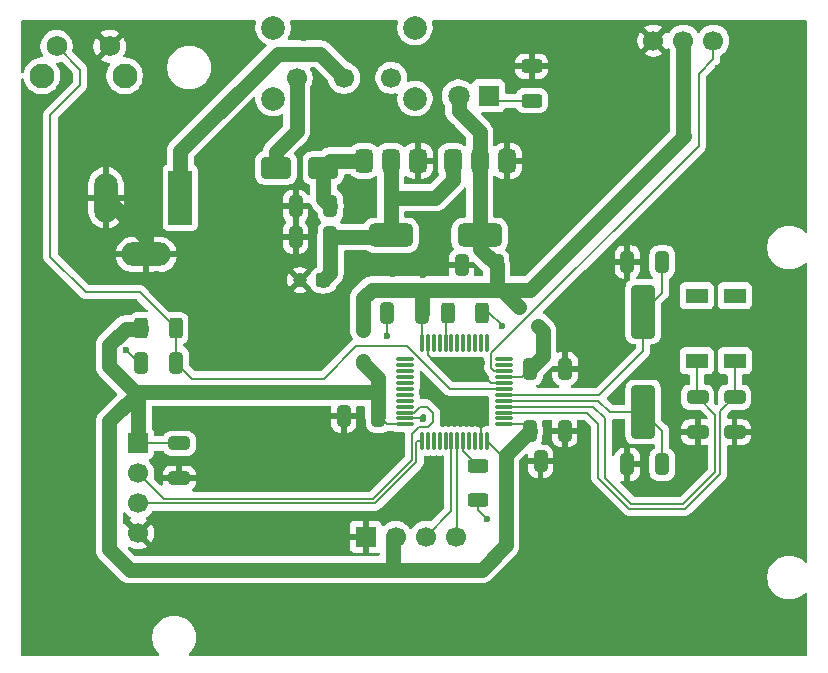
<source format=gbr>
%TF.GenerationSoftware,KiCad,Pcbnew,9.0.6*%
%TF.CreationDate,2026-01-14T13:32:50+01:00*%
%TF.ProjectId,DHT11 weather station,44485431-3120-4776-9561-746865722073,rev?*%
%TF.SameCoordinates,Original*%
%TF.FileFunction,Copper,L1,Top*%
%TF.FilePolarity,Positive*%
%FSLAX46Y46*%
G04 Gerber Fmt 4.6, Leading zero omitted, Abs format (unit mm)*
G04 Created by KiCad (PCBNEW 9.0.6) date 2026-01-14 13:32:50*
%MOMM*%
%LPD*%
G01*
G04 APERTURE LIST*
G04 Aperture macros list*
%AMRoundRect*
0 Rectangle with rounded corners*
0 $1 Rounding radius*
0 $2 $3 $4 $5 $6 $7 $8 $9 X,Y pos of 4 corners*
0 Add a 4 corners polygon primitive as box body*
4,1,4,$2,$3,$4,$5,$6,$7,$8,$9,$2,$3,0*
0 Add four circle primitives for the rounded corners*
1,1,$1+$1,$2,$3*
1,1,$1+$1,$4,$5*
1,1,$1+$1,$6,$7*
1,1,$1+$1,$8,$9*
0 Add four rect primitives between the rounded corners*
20,1,$1+$1,$2,$3,$4,$5,0*
20,1,$1+$1,$4,$5,$6,$7,0*
20,1,$1+$1,$6,$7,$8,$9,0*
20,1,$1+$1,$8,$9,$2,$3,0*%
G04 Aperture macros list end*
%TA.AperFunction,SMDPad,CuDef*%
%ADD10RoundRect,0.075000X0.662500X0.075000X-0.662500X0.075000X-0.662500X-0.075000X0.662500X-0.075000X0*%
%TD*%
%TA.AperFunction,SMDPad,CuDef*%
%ADD11RoundRect,0.075000X0.075000X0.662500X-0.075000X0.662500X-0.075000X-0.662500X0.075000X-0.662500X0*%
%TD*%
%TA.AperFunction,ComponentPad*%
%ADD12R,1.700000X1.700000*%
%TD*%
%TA.AperFunction,ComponentPad*%
%ADD13C,1.700000*%
%TD*%
%TA.AperFunction,SMDPad,CuDef*%
%ADD14RoundRect,0.250000X0.325000X0.650000X-0.325000X0.650000X-0.325000X-0.650000X0.325000X-0.650000X0*%
%TD*%
%TA.AperFunction,SMDPad,CuDef*%
%ADD15RoundRect,0.250000X-0.650000X0.325000X-0.650000X-0.325000X0.650000X-0.325000X0.650000X0.325000X0*%
%TD*%
%TA.AperFunction,SMDPad,CuDef*%
%ADD16RoundRect,0.375000X-0.375000X0.625000X-0.375000X-0.625000X0.375000X-0.625000X0.375000X0.625000X0*%
%TD*%
%TA.AperFunction,SMDPad,CuDef*%
%ADD17RoundRect,0.500000X-1.400000X0.500000X-1.400000X-0.500000X1.400000X-0.500000X1.400000X0.500000X0*%
%TD*%
%TA.AperFunction,SMDPad,CuDef*%
%ADD18RoundRect,0.250000X0.625000X-0.312500X0.625000X0.312500X-0.625000X0.312500X-0.625000X-0.312500X0*%
%TD*%
%TA.AperFunction,ComponentPad*%
%ADD19RoundRect,0.250000X0.350000X0.350000X-0.350000X0.350000X-0.350000X-0.350000X0.350000X-0.350000X0*%
%TD*%
%TA.AperFunction,ComponentPad*%
%ADD20C,1.200000*%
%TD*%
%TA.AperFunction,SMDPad,CuDef*%
%ADD21RoundRect,0.250000X-0.312500X-0.625000X0.312500X-0.625000X0.312500X0.625000X-0.312500X0.625000X0*%
%TD*%
%TA.AperFunction,SMDPad,CuDef*%
%ADD22RoundRect,0.250000X-0.625000X0.312500X-0.625000X-0.312500X0.625000X-0.312500X0.625000X0.312500X0*%
%TD*%
%TA.AperFunction,ComponentPad*%
%ADD23R,2.000000X4.600000*%
%TD*%
%TA.AperFunction,ComponentPad*%
%ADD24O,2.000000X4.200000*%
%TD*%
%TA.AperFunction,ComponentPad*%
%ADD25O,4.200000X2.000000*%
%TD*%
%TA.AperFunction,SMDPad,CuDef*%
%ADD26R,1.900000X1.300000*%
%TD*%
%TA.AperFunction,SMDPad,CuDef*%
%ADD27RoundRect,0.250000X-0.325000X-0.650000X0.325000X-0.650000X0.325000X0.650000X-0.325000X0.650000X0*%
%TD*%
%TA.AperFunction,SMDPad,CuDef*%
%ADD28RoundRect,0.250000X1.000000X0.650000X-1.000000X0.650000X-1.000000X-0.650000X1.000000X-0.650000X0*%
%TD*%
%TA.AperFunction,SMDPad,CuDef*%
%ADD29RoundRect,0.250000X0.750000X-2.000000X0.750000X2.000000X-0.750000X2.000000X-0.750000X-2.000000X0*%
%TD*%
%TA.AperFunction,ComponentPad*%
%ADD30C,2.000000*%
%TD*%
%TA.AperFunction,ComponentPad*%
%ADD31R,1.800000X1.800000*%
%TD*%
%TA.AperFunction,ComponentPad*%
%ADD32C,1.800000*%
%TD*%
%TA.AperFunction,ComponentPad*%
%ADD33C,2.100000*%
%TD*%
%TA.AperFunction,ComponentPad*%
%ADD34C,1.750000*%
%TD*%
%TA.AperFunction,ViaPad*%
%ADD35C,0.600000*%
%TD*%
%TA.AperFunction,Conductor*%
%ADD36C,0.200000*%
%TD*%
%TA.AperFunction,Conductor*%
%ADD37C,1.270000*%
%TD*%
G04 APERTURE END LIST*
D10*
%TO.P,U3,1,VBAT*%
%TO.N,/Microcontroller with OLED and DHT11/3.3V*%
X71862500Y-75202500D03*
%TO.P,U3,2,PC13*%
%TO.N,unconnected-(U3-PC13-Pad2)*%
X71862500Y-74702500D03*
%TO.P,U3,3,PC14*%
%TO.N,/Microcontroller with OLED and DHT11/PC14*%
X71862500Y-74202500D03*
%TO.P,U3,4,PC15*%
%TO.N,/Microcontroller with OLED and DHT11/PC15*%
X71862500Y-73702500D03*
%TO.P,U3,5,PD0*%
%TO.N,/Microcontroller with OLED and DHT11/OSC_IN*%
X71862500Y-73202500D03*
%TO.P,U3,6,PD1*%
%TO.N,/Microcontroller with OLED and DHT11/OSC_OUT*%
X71862500Y-72702500D03*
%TO.P,U3,7,NRST*%
%TO.N,/Microcontroller with OLED and DHT11/NRST*%
X71862500Y-72202500D03*
%TO.P,U3,8,VSSA*%
%TO.N,GND*%
X71862500Y-71702500D03*
%TO.P,U3,9,VDDA*%
%TO.N,/Microcontroller with OLED and DHT11/3.3V*%
X71862500Y-71202500D03*
%TO.P,U3,10,PA0*%
%TO.N,/Microcontroller with OLED and DHT11/DHT11_DATA*%
X71862500Y-70702500D03*
%TO.P,U3,11,PA1*%
%TO.N,unconnected-(U3-PA1-Pad11)*%
X71862500Y-70202500D03*
%TO.P,U3,12,PA2*%
%TO.N,unconnected-(U3-PA2-Pad12)*%
X71862500Y-69702500D03*
D11*
%TO.P,U3,13,PA3*%
%TO.N,unconnected-(U3-PA3-Pad13)*%
X70450000Y-68290000D03*
%TO.P,U3,14,PA4*%
%TO.N,unconnected-(U3-PA4-Pad14)*%
X69950000Y-68290000D03*
%TO.P,U3,15,PA5*%
%TO.N,unconnected-(U3-PA5-Pad15)*%
X69450000Y-68290000D03*
%TO.P,U3,16,PA6*%
%TO.N,unconnected-(U3-PA6-Pad16)*%
X68950000Y-68290000D03*
%TO.P,U3,17,PA7*%
%TO.N,unconnected-(U3-PA7-Pad17)*%
X68450000Y-68290000D03*
%TO.P,U3,18,PB0*%
%TO.N,unconnected-(U3-PB0-Pad18)*%
X67950000Y-68290000D03*
%TO.P,U3,19,PB1*%
%TO.N,unconnected-(U3-PB1-Pad19)*%
X67450000Y-68290000D03*
%TO.P,U3,20,PB2*%
%TO.N,/Microcontroller with OLED and DHT11/BOOT1*%
X66950000Y-68290000D03*
%TO.P,U3,21,PB10*%
%TO.N,unconnected-(U3-PB10-Pad21)*%
X66450000Y-68290000D03*
%TO.P,U3,22,PB11*%
%TO.N,unconnected-(U3-PB11-Pad22)*%
X65950000Y-68290000D03*
%TO.P,U3,23,VSS*%
%TO.N,GND*%
X65450000Y-68290000D03*
%TO.P,U3,24,VDD*%
%TO.N,/Microcontroller with OLED and DHT11/3.3V*%
X64950000Y-68290000D03*
D10*
%TO.P,U3,25,PB12*%
%TO.N,unconnected-(U3-PB12-Pad25)*%
X63537500Y-69702500D03*
%TO.P,U3,26,PB13*%
%TO.N,unconnected-(U3-PB13-Pad26)*%
X63537500Y-70202500D03*
%TO.P,U3,27,PB14*%
%TO.N,unconnected-(U3-PB14-Pad27)*%
X63537500Y-70702500D03*
%TO.P,U3,28,PB15*%
%TO.N,unconnected-(U3-PB15-Pad28)*%
X63537500Y-71202500D03*
%TO.P,U3,29,PA8*%
%TO.N,unconnected-(U3-PA8-Pad29)*%
X63537500Y-71702500D03*
%TO.P,U3,30,PA9*%
%TO.N,unconnected-(U3-PA9-Pad30)*%
X63537500Y-72202500D03*
%TO.P,U3,31,PA10*%
%TO.N,unconnected-(U3-PA10-Pad31)*%
X63537500Y-72702500D03*
%TO.P,U3,32,PA11*%
%TO.N,unconnected-(U3-PA11-Pad32)*%
X63537500Y-73202500D03*
%TO.P,U3,33,PA12*%
%TO.N,unconnected-(U3-PA12-Pad33)*%
X63537500Y-73702500D03*
%TO.P,U3,34,PA13*%
%TO.N,/Microcontroller with OLED and DHT11/SWDIO*%
X63537500Y-74202500D03*
%TO.P,U3,35,VSS*%
%TO.N,GND*%
X63537500Y-74702500D03*
%TO.P,U3,36,VDD*%
%TO.N,/Microcontroller with OLED and DHT11/3.3V*%
X63537500Y-75202500D03*
D11*
%TO.P,U3,37,PA14*%
%TO.N,/Microcontroller with OLED and DHT11/SWDCLK*%
X64950000Y-76615000D03*
%TO.P,U3,38,PA15*%
%TO.N,unconnected-(U3-PA15-Pad38)*%
X65450000Y-76615000D03*
%TO.P,U3,39,PB3*%
%TO.N,unconnected-(U3-PB3-Pad39)*%
X65950000Y-76615000D03*
%TO.P,U3,40,PB4*%
%TO.N,unconnected-(U3-PB4-Pad40)*%
X66450000Y-76615000D03*
%TO.P,U3,41,PB5*%
%TO.N,unconnected-(U3-PB5-Pad41)*%
X66950000Y-76615000D03*
%TO.P,U3,42,PB6*%
%TO.N,/Microcontroller with OLED and DHT11/SCL*%
X67450000Y-76615000D03*
%TO.P,U3,43,PB7*%
%TO.N,/Microcontroller with OLED and DHT11/SDA*%
X67950000Y-76615000D03*
%TO.P,U3,44,BOOT0*%
%TO.N,/Microcontroller with OLED and DHT11/BOOT0*%
X68450000Y-76615000D03*
%TO.P,U3,45,PB8*%
%TO.N,unconnected-(U3-PB8-Pad45)*%
X68950000Y-76615000D03*
%TO.P,U3,46,PB9*%
%TO.N,unconnected-(U3-PB9-Pad46)*%
X69450000Y-76615000D03*
%TO.P,U3,47,VSS*%
%TO.N,GND*%
X69950000Y-76615000D03*
%TO.P,U3,48,VDD*%
%TO.N,/Microcontroller with OLED and DHT11/3.3V*%
X70450000Y-76615000D03*
%TD*%
D12*
%TO.P,J2,1,Pin_1*%
%TO.N,/Microcontroller with OLED and DHT11/3.3V*%
X40930000Y-76800000D03*
D13*
%TO.P,J2,2,Pin_2*%
%TO.N,/Microcontroller with OLED and DHT11/SWDIO*%
X40930000Y-79340000D03*
%TO.P,J2,3,Pin_3*%
%TO.N,/Microcontroller with OLED and DHT11/SWDCLK*%
X40930000Y-81880000D03*
%TO.P,J2,4,Pin_4*%
%TO.N,GND*%
X40930000Y-84420000D03*
%TD*%
D14*
%TO.P,C4,1*%
%TO.N,/Microcontroller with OLED and DHT11/3.3V*%
X71275000Y-61750000D03*
%TO.P,C4,2*%
%TO.N,GND*%
X68325000Y-61750000D03*
%TD*%
D15*
%TO.P,C10,1*%
%TO.N,/Microcontroller with OLED and DHT11/PC14*%
X91420000Y-72915000D03*
%TO.P,C10,2*%
%TO.N,GND*%
X91420000Y-75865000D03*
%TD*%
D16*
%TO.P,U1,1,GND*%
%TO.N,GND*%
X64625000Y-52892500D03*
%TO.P,U1,2,VO*%
%TO.N,/Power/5V*%
X62325000Y-52892500D03*
D17*
X62325000Y-59192500D03*
D16*
%TO.P,U1,3,VI*%
%TO.N,Net-(D1-K)*%
X60025000Y-52892500D03*
%TD*%
%TO.P,U2,1,GND*%
%TO.N,GND*%
X72150000Y-52900000D03*
%TO.P,U2,2,VO*%
%TO.N,/Microcontroller with OLED and DHT11/3.3V*%
X69850000Y-52900000D03*
D17*
X69850000Y-59200000D03*
D16*
%TO.P,U2,3,VI*%
%TO.N,/Power/5V*%
X67550000Y-52900000D03*
%TD*%
D12*
%TO.P,J3,1,Pin_1*%
%TO.N,GND*%
X60190000Y-84720000D03*
D13*
%TO.P,J3,2,Pin_2*%
%TO.N,/Microcontroller with OLED and DHT11/3.3V*%
X62730000Y-84720000D03*
%TO.P,J3,3,Pin_3*%
%TO.N,/Microcontroller with OLED and DHT11/SCL*%
X65270000Y-84720000D03*
%TO.P,J3,4,Pin_4*%
%TO.N,/Microcontroller with OLED and DHT11/SDA*%
X67810000Y-84720000D03*
%TD*%
D14*
%TO.P,C15,1*%
%TO.N,/Microcontroller with OLED and DHT11/NRST*%
X44145000Y-69970000D03*
%TO.P,C15,2*%
%TO.N,GND*%
X41195000Y-69970000D03*
%TD*%
D18*
%TO.P,R1,1*%
%TO.N,Net-(D2-K)*%
X74240000Y-47802500D03*
%TO.P,R1,2*%
%TO.N,GND*%
X74240000Y-44877500D03*
%TD*%
D13*
%TO.P,J4,1,Pin_1*%
%TO.N,/Microcontroller with OLED and DHT11/DHT11_DATA*%
X89630000Y-42720000D03*
%TO.P,J4,2,Pin_2*%
%TO.N,/Microcontroller with OLED and DHT11/3.3V*%
X87090000Y-42720000D03*
%TO.P,J4,3,Pin_3*%
%TO.N,GND*%
X84550000Y-42720000D03*
%TD*%
D19*
%TO.P,C2,1*%
%TO.N,/Power/5V*%
X56602600Y-63000000D03*
D20*
%TO.P,C2,2*%
%TO.N,GND*%
X54602600Y-63000000D03*
%TD*%
D21*
%TO.P,R3,1*%
%TO.N,/Microcontroller with OLED and DHT11/BOOT1*%
X67137500Y-65740000D03*
%TO.P,R3,2*%
%TO.N,GND*%
X70062500Y-65740000D03*
%TD*%
D14*
%TO.P,C7,1*%
%TO.N,/Microcontroller with OLED and DHT11/3.3V*%
X61275000Y-74500000D03*
%TO.P,C7,2*%
%TO.N,GND*%
X58325000Y-74500000D03*
%TD*%
D22*
%TO.P,R2,1*%
%TO.N,/Microcontroller with OLED and DHT11/BOOT0*%
X69730000Y-78727500D03*
%TO.P,R2,2*%
%TO.N,GND*%
X69730000Y-81652500D03*
%TD*%
D21*
%TO.P,R4,1*%
%TO.N,/Microcontroller with OLED and DHT11/3.3V*%
X41197500Y-67070000D03*
%TO.P,R4,2*%
%TO.N,/Microcontroller with OLED and DHT11/NRST*%
X44122500Y-67070000D03*
%TD*%
D14*
%TO.P,C13,1*%
%TO.N,/Microcontroller with OLED and DHT11/OSC_OUT*%
X85295000Y-61460000D03*
%TO.P,C13,2*%
%TO.N,GND*%
X82345000Y-61460000D03*
%TD*%
D23*
%TO.P,J1,1*%
%TO.N,/Power/V_IN*%
X44500000Y-56020000D03*
D24*
%TO.P,J1,2*%
%TO.N,GND*%
X38200000Y-56020000D03*
D25*
%TO.P,J1,3*%
X41600000Y-60820000D03*
%TD*%
D26*
%TO.P,Y1,1,1*%
%TO.N,/Microcontroller with OLED and DHT11/PC14*%
X91432500Y-69820000D03*
%TO.P,Y1,2,2*%
%TO.N,unconnected-(Y1-Pad2)*%
X91432500Y-64320000D03*
%TO.P,Y1,3,3*%
%TO.N,unconnected-(Y1-Pad3)*%
X88232500Y-64320000D03*
%TO.P,Y1,4,4*%
%TO.N,/Microcontroller with OLED and DHT11/PC15*%
X88232500Y-69820000D03*
%TD*%
D14*
%TO.P,C3,1*%
%TO.N,/Power/5V*%
X57205000Y-59350000D03*
%TO.P,C3,2*%
%TO.N,GND*%
X54255000Y-59350000D03*
%TD*%
D27*
%TO.P,C6,1*%
%TO.N,/Microcontroller with OLED and DHT11/3.3V*%
X74125000Y-70500000D03*
%TO.P,C6,2*%
%TO.N,GND*%
X77075000Y-70500000D03*
%TD*%
D14*
%TO.P,C1,1*%
%TO.N,Net-(D1-K)*%
X57205000Y-56750000D03*
%TO.P,C1,2*%
%TO.N,GND*%
X54255000Y-56750000D03*
%TD*%
D28*
%TO.P,D1,1,K*%
%TO.N,Net-(D1-K)*%
X56600000Y-53500000D03*
%TO.P,D1,2,A*%
%TO.N,Net-(D1-A)*%
X52600000Y-53500000D03*
%TD*%
D14*
%TO.P,C12,1*%
%TO.N,/Microcontroller with OLED and DHT11/OSC_IN*%
X85295000Y-78580000D03*
%TO.P,C12,2*%
%TO.N,GND*%
X82345000Y-78580000D03*
%TD*%
D27*
%TO.P,C8,1*%
%TO.N,/Microcontroller with OLED and DHT11/3.3V*%
X74085000Y-75740000D03*
%TO.P,C8,2*%
%TO.N,GND*%
X77035000Y-75740000D03*
%TD*%
D14*
%TO.P,C9,1*%
%TO.N,/Microcontroller with OLED and DHT11/3.3V*%
X64965000Y-65742500D03*
%TO.P,C9,2*%
%TO.N,GND*%
X62015000Y-65742500D03*
%TD*%
D29*
%TO.P,Y2,1,1*%
%TO.N,/Microcontroller with OLED and DHT11/OSC_IN*%
X83680000Y-74160000D03*
%TO.P,Y2,2,2*%
%TO.N,/Microcontroller with OLED and DHT11/OSC_OUT*%
X83680000Y-65660000D03*
%TD*%
D27*
%TO.P,C5,1*%
%TO.N,/Microcontroller with OLED and DHT11/3.3V*%
X72045000Y-78330000D03*
%TO.P,C5,2*%
%TO.N,GND*%
X74995000Y-78330000D03*
%TD*%
D30*
%TO.P,SW1,*%
%TO.N,*%
X64360000Y-47620000D03*
X64360000Y-41620000D03*
X52360000Y-47620000D03*
X52360000Y-41620000D03*
D13*
%TO.P,SW1,1,A*%
%TO.N,unconnected-(SW1-A-Pad1)*%
X62360000Y-45870000D03*
%TO.P,SW1,2,B*%
%TO.N,/Power/V_IN*%
X58360000Y-45870000D03*
%TO.P,SW1,3,C*%
%TO.N,Net-(D1-A)*%
X54360000Y-45870000D03*
%TD*%
D31*
%TO.P,D2,1,K*%
%TO.N,Net-(D2-K)*%
X70595000Y-47395000D03*
D32*
%TO.P,D2,2,A*%
%TO.N,/Microcontroller with OLED and DHT11/3.3V*%
X68055000Y-47395000D03*
%TD*%
D33*
%TO.P,SW2,*%
%TO.N,*%
X32770000Y-45690000D03*
X39780000Y-45690000D03*
D34*
%TO.P,SW2,1,1*%
%TO.N,/Microcontroller with OLED and DHT11/NRST*%
X34020000Y-43200000D03*
%TO.P,SW2,2,2*%
%TO.N,GND*%
X38520000Y-43200000D03*
%TD*%
D15*
%TO.P,C11,1*%
%TO.N,/Microcontroller with OLED and DHT11/PC15*%
X88300000Y-72915000D03*
%TO.P,C11,2*%
%TO.N,GND*%
X88300000Y-75865000D03*
%TD*%
%TO.P,C14,1*%
%TO.N,/Microcontroller with OLED and DHT11/3.3V*%
X44400000Y-76825000D03*
%TO.P,C14,2*%
%TO.N,GND*%
X44400000Y-79775000D03*
%TD*%
D35*
%TO.N,GND*%
X95000000Y-62500000D03*
X95000000Y-57500000D03*
X95000000Y-80000000D03*
X37500000Y-50000000D03*
X47500000Y-52500000D03*
X57500000Y-67500000D03*
X77500000Y-67500000D03*
X32500000Y-75000000D03*
X39900000Y-68900000D03*
X70000000Y-45000000D03*
X55000000Y-85000000D03*
X57500000Y-85000000D03*
X90000000Y-90000000D03*
X35000000Y-57500000D03*
X50000000Y-80000000D03*
X55000000Y-67500000D03*
X55000000Y-77500000D03*
X77500000Y-57500000D03*
X82500000Y-90000000D03*
X65000000Y-45000000D03*
X32500000Y-65000000D03*
X90000000Y-87500000D03*
X85000000Y-85000000D03*
X77500000Y-82500000D03*
X42500000Y-57500000D03*
X42500000Y-47500000D03*
X55000000Y-42500000D03*
X37500000Y-72500000D03*
X62500000Y-42500000D03*
X85000000Y-50000000D03*
X47500000Y-60000000D03*
X92500000Y-90000000D03*
X65000000Y-82500000D03*
X92500000Y-57500000D03*
X47500000Y-75000000D03*
X35000000Y-60000000D03*
X71700000Y-66900000D03*
X80000000Y-67500000D03*
X47500000Y-42500000D03*
X92500000Y-67500000D03*
X59984796Y-92500000D03*
X95000000Y-72500000D03*
X57500000Y-77500000D03*
X42500000Y-90000000D03*
X32500000Y-52500000D03*
X65000000Y-92500000D03*
X52500000Y-85000000D03*
X75000000Y-82500000D03*
X92500000Y-82500000D03*
X92500000Y-85000000D03*
X77500000Y-52500000D03*
X57500000Y-80000000D03*
X35000000Y-80000000D03*
X37500000Y-67500000D03*
X47500000Y-57500000D03*
X60000000Y-77500000D03*
X47500000Y-65000000D03*
X37500000Y-45000000D03*
X90000000Y-82500000D03*
X95000000Y-55000000D03*
X72500000Y-55000000D03*
X45000000Y-62500000D03*
X60000000Y-57500000D03*
X57500000Y-47500000D03*
X82500000Y-52500000D03*
X90000000Y-57500000D03*
X80000000Y-65000000D03*
X40000000Y-42500000D03*
X90000000Y-85000000D03*
X50000000Y-85000000D03*
X45000000Y-65000000D03*
X47500000Y-80000000D03*
X75000000Y-80000000D03*
X52500000Y-67500000D03*
X87500000Y-77500000D03*
X95000000Y-42500000D03*
X42500000Y-52500000D03*
X57500000Y-50000000D03*
X80000000Y-85000000D03*
X90000000Y-62500000D03*
X80000000Y-55000000D03*
X90000000Y-67500000D03*
X50000000Y-90000000D03*
X60000000Y-80000000D03*
X40000000Y-92500000D03*
X80000000Y-90000000D03*
X95000000Y-50000000D03*
X50000000Y-92500000D03*
X50000000Y-75000000D03*
X82500000Y-45000000D03*
X32500000Y-80000000D03*
X82500000Y-47500000D03*
X50000000Y-55000000D03*
X92500000Y-50000000D03*
X95000000Y-92500000D03*
X57500000Y-42500000D03*
X92500000Y-52500000D03*
X75000000Y-87500000D03*
X82500000Y-87500000D03*
X50000000Y-60000000D03*
X60000000Y-47500000D03*
X65010000Y-74710000D03*
X95000000Y-85000000D03*
X65021054Y-62521054D03*
X35000000Y-77500000D03*
X87500000Y-55000000D03*
X90000000Y-52500000D03*
X62500000Y-82500000D03*
X90000000Y-60000000D03*
X52500000Y-62500000D03*
X70000000Y-70000000D03*
X50000000Y-50000000D03*
X77500000Y-42500000D03*
X45000000Y-85000000D03*
X40000000Y-57500000D03*
X80000000Y-47500000D03*
X82500000Y-92500000D03*
X32500000Y-55000000D03*
X92500000Y-55000000D03*
X32500000Y-57500000D03*
X60000000Y-62500000D03*
X35000000Y-82500000D03*
X47500000Y-85000000D03*
X60000000Y-75000000D03*
X72500000Y-42500000D03*
X65000000Y-72500000D03*
X55000000Y-90000000D03*
X50000000Y-70000000D03*
X77500000Y-47500000D03*
X57500000Y-90000000D03*
X82500000Y-42500000D03*
X95000000Y-47500000D03*
X72500000Y-92500000D03*
X62500000Y-62500000D03*
X70000000Y-75000000D03*
X47500000Y-55000000D03*
X95000000Y-77500000D03*
X67500000Y-45000000D03*
X65000000Y-57500000D03*
X62000000Y-67700000D03*
X60000000Y-45000000D03*
X47500000Y-77500000D03*
X50000000Y-52500000D03*
X87500000Y-57500000D03*
X40000000Y-90000000D03*
X32500000Y-92500000D03*
X47500000Y-45000000D03*
X50000000Y-65000000D03*
X77500000Y-87500000D03*
X82500000Y-85000000D03*
X32500000Y-85000000D03*
X57500000Y-92500000D03*
X95000000Y-65000000D03*
X90000000Y-50000000D03*
X77500000Y-85000000D03*
X75000000Y-90000000D03*
X62500000Y-90000000D03*
X62500000Y-77500000D03*
X47500000Y-67500000D03*
X77500000Y-92500000D03*
X75000000Y-57500000D03*
X72500000Y-57500000D03*
X32500000Y-87500000D03*
X85000000Y-92500000D03*
X40000000Y-47500000D03*
X37500000Y-60000000D03*
X92500000Y-60000000D03*
X47500000Y-92500000D03*
X37500000Y-90000000D03*
X95000000Y-82500000D03*
X65000000Y-80000000D03*
X35000000Y-85000000D03*
X35000000Y-75000000D03*
X67500000Y-42500000D03*
X40000000Y-65000000D03*
X40000000Y-52500000D03*
X52500000Y-70000000D03*
X32500000Y-82500000D03*
X80000000Y-82500000D03*
X45000000Y-42500000D03*
X60000000Y-42500000D03*
X90000000Y-55000000D03*
X45000000Y-60000000D03*
X50000000Y-57500000D03*
X85000000Y-57500000D03*
X92500000Y-92500000D03*
X55000000Y-65000000D03*
X62500000Y-50000000D03*
X42500000Y-45000000D03*
X52500000Y-50000000D03*
X75000000Y-92500000D03*
X55000000Y-70000000D03*
X77500000Y-45000000D03*
X67500000Y-50000000D03*
X77500000Y-65000000D03*
X55000000Y-92500000D03*
X47500000Y-90000000D03*
X92500000Y-80000000D03*
X50000000Y-42500000D03*
X67500000Y-92500000D03*
X42500000Y-62500000D03*
X87500000Y-85000000D03*
X70000000Y-90000000D03*
X92500000Y-47500000D03*
X60000000Y-50000000D03*
X35000000Y-87500000D03*
X55000000Y-80000000D03*
X80000000Y-50000000D03*
X70000000Y-42500000D03*
X77500000Y-90000000D03*
X85000000Y-47500000D03*
X32500000Y-90000000D03*
X67500000Y-90000000D03*
X60000000Y-90000000D03*
X95000000Y-45000000D03*
X50000000Y-62500000D03*
X42500000Y-50000000D03*
X50000000Y-77500000D03*
X40000000Y-50000000D03*
X32500000Y-77500000D03*
X65000000Y-90000000D03*
X80000000Y-52500000D03*
X95000000Y-75000000D03*
X75000000Y-42500000D03*
X87500000Y-80000000D03*
X55000000Y-75000000D03*
X40000000Y-55000000D03*
X87500000Y-87500000D03*
X87500000Y-90000000D03*
X75000000Y-85000000D03*
X42500000Y-85000000D03*
X45000000Y-75000000D03*
X72500000Y-90000000D03*
X87500000Y-92500000D03*
X35000000Y-55000000D03*
X92500000Y-62500000D03*
X95000000Y-70000000D03*
X67500000Y-70000000D03*
X80000000Y-42500000D03*
X80000000Y-45000000D03*
X32500000Y-62500000D03*
X35000000Y-67500000D03*
X80000000Y-92500000D03*
X85000000Y-70000000D03*
X35000000Y-90000000D03*
X77500000Y-77500000D03*
X75000000Y-55000000D03*
X72500000Y-45000000D03*
X57500000Y-65000000D03*
X45000000Y-90000000D03*
X45000000Y-47500000D03*
X92500000Y-45000000D03*
X47500000Y-70000000D03*
X42500000Y-42500000D03*
X35000000Y-52500000D03*
X52500000Y-90000000D03*
X42500000Y-55000000D03*
X92500000Y-42500000D03*
X72500000Y-50000000D03*
X50000000Y-67500000D03*
X85000000Y-90000000D03*
X87500000Y-67500000D03*
X32500000Y-72500000D03*
X75000000Y-60000000D03*
X37500000Y-92500000D03*
X35000000Y-50000000D03*
X87500000Y-62500000D03*
X67500000Y-75000000D03*
X35000000Y-72500000D03*
X92500000Y-87500000D03*
X52500000Y-92500000D03*
X70000000Y-92500000D03*
X90000000Y-45000000D03*
X35000000Y-70000000D03*
X80000000Y-70000000D03*
X32500000Y-50000000D03*
X85000000Y-87500000D03*
X52500000Y-80000000D03*
X52500000Y-65000000D03*
X32500000Y-60000000D03*
X32500000Y-70000000D03*
X37500000Y-87500000D03*
X65000000Y-50000000D03*
X32500000Y-67500000D03*
X82500000Y-50000000D03*
X65000000Y-60000000D03*
X37500000Y-65000000D03*
X52500000Y-77500000D03*
X60000000Y-55000000D03*
X85000000Y-45000000D03*
X62500000Y-92500000D03*
X77500000Y-80000000D03*
X35000000Y-65000000D03*
X77500000Y-55000000D03*
X47500000Y-62500000D03*
X90000000Y-92500000D03*
X37500000Y-52500000D03*
X52500000Y-57500000D03*
X95000000Y-52500000D03*
X77500000Y-50000000D03*
X67500000Y-57500000D03*
X95000000Y-67500000D03*
X70500000Y-83200000D03*
X35000000Y-92500000D03*
X90000000Y-47500000D03*
X52500000Y-75000000D03*
X75000000Y-52500000D03*
X80000000Y-62500000D03*
X40000000Y-62500000D03*
X80000000Y-87500000D03*
X75000000Y-50000000D03*
X87500000Y-60000000D03*
X72500000Y-87500000D03*
X52500000Y-60000000D03*
X37500000Y-62500000D03*
X37500000Y-47500000D03*
%TO.N,/Microcontroller with OLED and DHT11/3.3V*%
X73200000Y-65300000D03*
X60000000Y-69800000D03*
X60000000Y-67200000D03*
X74750000Y-66850000D03*
%TD*%
D36*
%TO.N,GND*%
X67500000Y-70000000D02*
X66100000Y-70000000D01*
X40970000Y-69970000D02*
X39900000Y-68900000D01*
X63537500Y-74702500D02*
X65002500Y-74702500D01*
X41195000Y-69970000D02*
X40970000Y-69970000D01*
X62015000Y-65742500D02*
X62015000Y-67685000D01*
X70000000Y-70900000D02*
X70802500Y-71702500D01*
X66100000Y-70000000D02*
X65450000Y-69350000D01*
D37*
X41600000Y-59420000D02*
X40485000Y-58305000D01*
D36*
X69950000Y-75050000D02*
X70000000Y-75000000D01*
X70062500Y-65740000D02*
X70640000Y-65740000D01*
D37*
X41600000Y-60820000D02*
X41600000Y-59420000D01*
X40485000Y-58305000D02*
X38200000Y-56020000D01*
D36*
X72005000Y-52395000D02*
X72005000Y-52782500D01*
X70500000Y-83200000D02*
X69730000Y-82430000D01*
X69950000Y-76615000D02*
X69950000Y-75050000D01*
X70640000Y-65740000D02*
X71700000Y-66800000D01*
X70802500Y-71702500D02*
X71862500Y-71702500D01*
X71700000Y-66800000D02*
X71700000Y-66900000D01*
X65450000Y-69350000D02*
X65450000Y-68290000D01*
X41197500Y-69967500D02*
X41195000Y-69970000D01*
X70000000Y-70000000D02*
X70000000Y-70900000D01*
X69730000Y-82430000D02*
X69730000Y-81652500D01*
X62015000Y-67685000D02*
X62000000Y-67700000D01*
X65002500Y-74702500D02*
X65010000Y-74710000D01*
D37*
X72005000Y-52369886D02*
X72005000Y-52782500D01*
%TO.N,Net-(D1-K)*%
X59767500Y-53150000D02*
X60025000Y-52892500D01*
X56600000Y-56145000D02*
X57205000Y-56750000D01*
X60025000Y-52892500D02*
X57207500Y-52892500D01*
X57207500Y-52892500D02*
X56600000Y-53500000D01*
X56600000Y-53500000D02*
X56600000Y-56145000D01*
%TO.N,/Power/5V*%
X67550000Y-54550000D02*
X66100000Y-56000000D01*
X57205000Y-62397600D02*
X56602600Y-63000000D01*
X62325000Y-59192500D02*
X62325000Y-56000000D01*
X57205000Y-59350000D02*
X57205000Y-62397600D01*
X62167500Y-59350000D02*
X62325000Y-59192500D01*
X66100000Y-56000000D02*
X62325000Y-56000000D01*
X67550000Y-52900000D02*
X67550000Y-54550000D01*
X62325000Y-56000000D02*
X62325000Y-52892500D01*
X57205000Y-59350000D02*
X62167500Y-59350000D01*
X62452500Y-59320000D02*
X62325000Y-59192500D01*
%TO.N,/Microcontroller with OLED and DHT11/3.3V*%
X69850000Y-59200000D02*
X69850000Y-60325000D01*
D36*
X71862500Y-75202500D02*
X73547500Y-75202500D01*
D37*
X71700000Y-63800000D02*
X64975000Y-63800000D01*
X73200000Y-65300000D02*
X71700000Y-63800000D01*
X71700000Y-63800000D02*
X73500000Y-63800000D01*
D36*
X73422500Y-71202500D02*
X74125000Y-70500000D01*
D37*
X61275000Y-74500000D02*
X61275000Y-72500000D01*
X60700000Y-63800000D02*
X64975000Y-63800000D01*
D36*
X44400000Y-76825000D02*
X40955000Y-76825000D01*
D37*
X41167500Y-67100000D02*
X39900000Y-67100000D01*
X72045000Y-85455000D02*
X70000000Y-87500000D01*
X75200000Y-67300000D02*
X75200000Y-69425000D01*
X68055000Y-48667792D02*
X69850000Y-50462792D01*
D36*
X64985000Y-65722500D02*
X64965000Y-65742500D01*
D37*
X60000000Y-69800000D02*
X60000000Y-70000000D01*
X74750000Y-66850000D02*
X75200000Y-67300000D01*
X40930000Y-76800000D02*
X40930000Y-72530000D01*
D36*
X63537500Y-75202500D02*
X61977500Y-75202500D01*
D37*
X38500000Y-74960000D02*
X40930000Y-72530000D01*
X39900000Y-67100000D02*
X38500000Y-68500000D01*
X68055000Y-47395000D02*
X68055000Y-48667792D01*
X62500000Y-87500000D02*
X62500000Y-84950000D01*
X41197500Y-67070000D02*
X41167500Y-67100000D01*
X87090000Y-50790000D02*
X87090000Y-42720000D01*
D36*
X40955000Y-76825000D02*
X40930000Y-76800000D01*
X64945000Y-68285000D02*
X64950000Y-68290000D01*
D37*
X38500000Y-70300000D02*
X40700000Y-72500000D01*
X75200000Y-69425000D02*
X74125000Y-70500000D01*
D36*
X71862500Y-71202500D02*
X73422500Y-71202500D01*
D37*
X60000000Y-67200000D02*
X60000000Y-64500000D01*
X38500000Y-85800000D02*
X38500000Y-74960000D01*
X64965000Y-63810000D02*
X64965000Y-65742500D01*
X61275000Y-72500000D02*
X40900000Y-72500000D01*
D36*
X70450000Y-76615000D02*
X72045000Y-78210000D01*
X61977500Y-75202500D02*
X61275000Y-74500000D01*
D37*
X60000000Y-70000000D02*
X61275000Y-71275000D01*
X87100000Y-50800000D02*
X87090000Y-50790000D01*
X62500000Y-84950000D02*
X62730000Y-84720000D01*
X73500000Y-63800000D02*
X74100000Y-63800000D01*
X40200000Y-87500000D02*
X38500000Y-85800000D01*
X61275000Y-71275000D02*
X61275000Y-72500000D01*
D36*
X72045000Y-77780000D02*
X72045000Y-78330000D01*
X44635000Y-76800000D02*
X44690000Y-76855000D01*
X64950000Y-68290000D02*
X64950000Y-65757500D01*
D37*
X38500000Y-68500000D02*
X38500000Y-70300000D01*
X69850000Y-50462792D02*
X69850000Y-52900000D01*
X40700000Y-72500000D02*
X40900000Y-72500000D01*
X69850000Y-60325000D02*
X71275000Y-61750000D01*
X64975000Y-65732500D02*
X64965000Y-65742500D01*
X74100000Y-63800000D02*
X87100000Y-50800000D01*
X40200000Y-87500000D02*
X62500000Y-87500000D01*
X71275000Y-61750000D02*
X71275000Y-63375000D01*
X62500000Y-87500000D02*
X70000000Y-87500000D01*
D36*
X73547500Y-75202500D02*
X74085000Y-75740000D01*
D37*
X71275000Y-63375000D02*
X71700000Y-63800000D01*
X69850000Y-59200000D02*
X69850000Y-52900000D01*
X74085000Y-75740000D02*
X72045000Y-77780000D01*
D36*
X40930000Y-72530000D02*
X40900000Y-72500000D01*
X72045000Y-78210000D02*
X72045000Y-78330000D01*
D37*
X60000000Y-64500000D02*
X60700000Y-63800000D01*
D36*
X64950000Y-65757500D02*
X64965000Y-65742500D01*
D37*
X64975000Y-63800000D02*
X64965000Y-63810000D01*
X72045000Y-78330000D02*
X72045000Y-85455000D01*
D36*
%TO.N,/Microcontroller with OLED and DHT11/PC14*%
X79890000Y-79727100D02*
X82513900Y-82351000D01*
X87236100Y-82351000D02*
X90219000Y-79368100D01*
X91432500Y-72902500D02*
X91420000Y-72915000D01*
X78932500Y-74202500D02*
X79890000Y-75160000D01*
X79890000Y-75160000D02*
X79890000Y-79727100D01*
X71862500Y-74202500D02*
X78932500Y-74202500D01*
X90219000Y-79368100D02*
X90219000Y-74116000D01*
X90219000Y-74116000D02*
X91420000Y-72915000D01*
X91432500Y-69820000D02*
X91432500Y-72902500D01*
X82513900Y-82351000D02*
X87236100Y-82351000D01*
%TO.N,/Microcontroller with OLED and DHT11/PC15*%
X88232500Y-72847500D02*
X88300000Y-72915000D01*
X87070000Y-81950000D02*
X89790000Y-79230000D01*
X89790000Y-74405000D02*
X88300000Y-72915000D01*
X71862500Y-73702500D02*
X79442500Y-73702500D01*
X89790000Y-79230000D02*
X89790000Y-74405000D01*
X79442500Y-73702500D02*
X80440000Y-74700000D01*
X88232500Y-69820000D02*
X88232500Y-72847500D01*
X82680000Y-81950000D02*
X87070000Y-81950000D01*
X80440000Y-74700000D02*
X80440000Y-79710000D01*
X80440000Y-79710000D02*
X82680000Y-81950000D01*
%TO.N,/Microcontroller with OLED and DHT11/OSC_IN*%
X80842500Y-74160000D02*
X83680000Y-74160000D01*
X85295000Y-78580000D02*
X85295000Y-75775000D01*
X79885000Y-73202500D02*
X80842500Y-74160000D01*
X79885000Y-73202500D02*
X71862500Y-73202500D01*
X85295000Y-75775000D02*
X83680000Y-74160000D01*
%TO.N,/Microcontroller with OLED and DHT11/OSC_OUT*%
X83680000Y-65660000D02*
X83680000Y-68997500D01*
X79975000Y-72702500D02*
X71862500Y-72702500D01*
X83680000Y-68997500D02*
X79975000Y-72702500D01*
X85295000Y-61460000D02*
X85295000Y-64045000D01*
X85295000Y-64045000D02*
X83680000Y-65660000D01*
%TO.N,/Microcontroller with OLED and DHT11/NRST*%
X36000000Y-46500000D02*
X33500000Y-49000000D01*
X44122500Y-67377500D02*
X44145000Y-67400000D01*
X34020000Y-43200000D02*
X36000000Y-45180000D01*
X67308824Y-72202500D02*
X63716324Y-68610000D01*
X59360000Y-68610000D02*
X56640000Y-71330000D01*
X63716324Y-68610000D02*
X59360000Y-68610000D01*
X41052500Y-64000000D02*
X44122500Y-67070000D01*
X44145000Y-67400000D02*
X44145000Y-69970000D01*
X33500000Y-49000000D02*
X33500000Y-61000000D01*
X56640000Y-71330000D02*
X45505000Y-71330000D01*
X45505000Y-71330000D02*
X44145000Y-69970000D01*
X71862500Y-72202500D02*
X67308824Y-72202500D01*
X36500000Y-64000000D02*
X41052500Y-64000000D01*
X44122500Y-67070000D02*
X44122500Y-67377500D01*
X33500000Y-61000000D02*
X36500000Y-64000000D01*
X36000000Y-45180000D02*
X36000000Y-46500000D01*
D37*
%TO.N,Net-(D1-A)*%
X54360000Y-45870000D02*
X54360000Y-50360000D01*
X54360000Y-50360000D02*
X52600000Y-52120000D01*
X52600000Y-52120000D02*
X52600000Y-53500000D01*
D36*
%TO.N,Net-(D2-K)*%
X74357500Y-47395000D02*
X74390000Y-47427500D01*
X74240000Y-47802500D02*
X71002500Y-47802500D01*
X71002500Y-47802500D02*
X70595000Y-47395000D01*
D37*
%TO.N,/Power/V_IN*%
X58360000Y-45870000D02*
X56310000Y-43820000D01*
X52740000Y-43820000D02*
X44500000Y-52060000D01*
X44500000Y-52060000D02*
X44500000Y-56020000D01*
X56310000Y-43820000D02*
X52740000Y-43820000D01*
D36*
%TO.N,/Microcontroller with OLED and DHT11/SWDIO*%
X65900000Y-74240000D02*
X65900000Y-74970000D01*
X65360000Y-73700000D02*
X65900000Y-74240000D01*
X65470000Y-75400000D02*
X64700000Y-75400000D01*
X64308824Y-74202500D02*
X64811324Y-73700000D01*
X43090000Y-81500000D02*
X40930000Y-79340000D01*
X64811324Y-73700000D02*
X65360000Y-73700000D01*
X60810000Y-81500000D02*
X43090000Y-81500000D01*
X64090000Y-76010000D02*
X64090000Y-78220000D01*
X65900000Y-74970000D02*
X65470000Y-75400000D01*
X63537500Y-74202500D02*
X64308824Y-74202500D01*
X64090000Y-78220000D02*
X60810000Y-81500000D01*
X64700000Y-75400000D02*
X64090000Y-76010000D01*
%TO.N,/Microcontroller with OLED and DHT11/SWDCLK*%
X40951000Y-81901000D02*
X60976100Y-81901000D01*
X60976100Y-81901000D02*
X64491000Y-78386100D01*
X64595000Y-76615000D02*
X64950000Y-76615000D01*
X64491000Y-76719000D02*
X64595000Y-76615000D01*
X64491000Y-78386100D02*
X64491000Y-76719000D01*
X40930000Y-81880000D02*
X40951000Y-81901000D01*
%TO.N,/Microcontroller with OLED and DHT11/SDA*%
X67950000Y-76615000D02*
X67950000Y-84580000D01*
X67950000Y-84580000D02*
X67810000Y-84720000D01*
%TO.N,/Microcontroller with OLED and DHT11/SCL*%
X67450000Y-82540000D02*
X65270000Y-84720000D01*
X67450000Y-76615000D02*
X67450000Y-82540000D01*
%TO.N,/Microcontroller with OLED and DHT11/DHT11_DATA*%
X70824000Y-70435324D02*
X71091176Y-70702500D01*
X89630000Y-42720000D02*
X89630000Y-44270000D01*
X71091176Y-70702500D02*
X71862500Y-70702500D01*
X88400000Y-45500000D02*
X88400000Y-51630000D01*
X89630000Y-44270000D02*
X88400000Y-45500000D01*
X70824000Y-69206000D02*
X70824000Y-70435324D01*
X88400000Y-51630000D02*
X70824000Y-69206000D01*
%TO.N,/Microcontroller with OLED and DHT11/BOOT0*%
X68450000Y-76615000D02*
X68450000Y-77447500D01*
X68450000Y-77447500D02*
X69730000Y-78727500D01*
%TO.N,/Microcontroller with OLED and DHT11/BOOT1*%
X67137500Y-65740000D02*
X66950000Y-65927500D01*
X66950000Y-65927500D02*
X66950000Y-68290000D01*
%TD*%
%TA.AperFunction,Conductor*%
%TO.N,GND*%
G36*
X50880098Y-41019685D02*
G01*
X50925853Y-41072489D01*
X50935797Y-41141647D01*
X50930990Y-41162318D01*
X50896447Y-41268627D01*
X50896447Y-41268630D01*
X50859500Y-41501902D01*
X50859500Y-41738097D01*
X50896446Y-41971368D01*
X50969433Y-42195996D01*
X51075295Y-42403760D01*
X51076657Y-42406433D01*
X51215483Y-42597510D01*
X51382490Y-42764517D01*
X51573567Y-42903343D01*
X51653713Y-42944179D01*
X51737656Y-42986951D01*
X51788452Y-43034926D01*
X51805247Y-43102747D01*
X51782709Y-43168882D01*
X51769042Y-43185117D01*
X43760272Y-51193889D01*
X43633891Y-51320269D01*
X43633890Y-51320270D01*
X43528833Y-51464867D01*
X43447243Y-51624997D01*
X43446184Y-51628754D01*
X43392459Y-51794101D01*
X43392457Y-51794110D01*
X43370065Y-51935498D01*
X43370065Y-51935499D01*
X43364500Y-51970634D01*
X43364500Y-53150263D01*
X43344815Y-53217302D01*
X43292011Y-53263057D01*
X43283836Y-53266444D01*
X43257665Y-53276205D01*
X43142455Y-53362452D01*
X43142452Y-53362455D01*
X43056206Y-53477664D01*
X43056202Y-53477671D01*
X43005908Y-53612517D01*
X42999501Y-53672116D01*
X42999501Y-53672123D01*
X42999500Y-53672135D01*
X42999500Y-58367870D01*
X42999501Y-58367876D01*
X43005908Y-58427483D01*
X43056202Y-58562328D01*
X43056206Y-58562335D01*
X43142452Y-58677544D01*
X43142455Y-58677547D01*
X43257664Y-58763793D01*
X43257671Y-58763797D01*
X43392517Y-58814091D01*
X43392516Y-58814091D01*
X43399444Y-58814835D01*
X43452127Y-58820500D01*
X45547872Y-58820499D01*
X45607483Y-58814091D01*
X45742331Y-58763796D01*
X45857546Y-58677546D01*
X45878157Y-58650013D01*
X53180000Y-58650013D01*
X53180000Y-59100000D01*
X54005000Y-59100000D01*
X54505000Y-59100000D01*
X55329999Y-59100000D01*
X55329999Y-58650028D01*
X55329998Y-58650013D01*
X55319505Y-58547302D01*
X55264358Y-58380880D01*
X55264356Y-58380875D01*
X55172315Y-58231654D01*
X55078342Y-58137681D01*
X55044857Y-58076358D01*
X55049841Y-58006666D01*
X55078342Y-57962319D01*
X55172315Y-57868345D01*
X55264356Y-57719124D01*
X55264358Y-57719119D01*
X55319505Y-57552697D01*
X55319506Y-57552690D01*
X55329999Y-57449986D01*
X55330000Y-57449973D01*
X55330000Y-57000000D01*
X54505000Y-57000000D01*
X54505000Y-59100000D01*
X54005000Y-59100000D01*
X54005000Y-57000000D01*
X53180001Y-57000000D01*
X53180001Y-57449986D01*
X53190494Y-57552697D01*
X53245641Y-57719119D01*
X53245643Y-57719124D01*
X53337684Y-57868345D01*
X53431658Y-57962319D01*
X53465143Y-58023642D01*
X53460159Y-58093334D01*
X53431658Y-58137681D01*
X53337684Y-58231654D01*
X53245643Y-58380875D01*
X53245641Y-58380880D01*
X53190494Y-58547302D01*
X53190493Y-58547309D01*
X53180000Y-58650013D01*
X45878157Y-58650013D01*
X45932982Y-58576777D01*
X45936145Y-58572552D01*
X45936146Y-58572551D01*
X45943793Y-58562335D01*
X45943792Y-58562335D01*
X45943796Y-58562331D01*
X45994091Y-58427483D01*
X46000500Y-58367873D01*
X46000499Y-56050013D01*
X53180000Y-56050013D01*
X53180000Y-56500000D01*
X54005000Y-56500000D01*
X54005000Y-55350000D01*
X53880027Y-55350000D01*
X53880012Y-55350001D01*
X53777302Y-55360494D01*
X53610880Y-55415641D01*
X53610875Y-55415643D01*
X53461654Y-55507684D01*
X53337684Y-55631654D01*
X53245643Y-55780875D01*
X53245641Y-55780880D01*
X53190494Y-55947302D01*
X53190493Y-55947309D01*
X53180000Y-56050013D01*
X46000499Y-56050013D01*
X46000499Y-55947309D01*
X46000499Y-53672129D01*
X46000498Y-53672123D01*
X46000497Y-53672116D01*
X45994091Y-53612517D01*
X45989841Y-53601123D01*
X45943797Y-53477671D01*
X45943793Y-53477664D01*
X45857547Y-53362455D01*
X45857544Y-53362452D01*
X45742334Y-53276205D01*
X45716164Y-53266444D01*
X45660231Y-53224571D01*
X45635816Y-53159106D01*
X45635500Y-53150263D01*
X45635500Y-52581700D01*
X45655185Y-52514661D01*
X45671814Y-52494024D01*
X50647819Y-47518018D01*
X50709142Y-47484534D01*
X50778834Y-47489518D01*
X50834767Y-47531390D01*
X50859184Y-47596854D01*
X50859500Y-47605700D01*
X50859500Y-47738097D01*
X50896446Y-47971368D01*
X50969433Y-48195996D01*
X50999539Y-48255081D01*
X51076657Y-48406433D01*
X51215483Y-48597510D01*
X51382490Y-48764517D01*
X51573567Y-48903343D01*
X51672991Y-48954002D01*
X51784003Y-49010566D01*
X51784005Y-49010566D01*
X51784008Y-49010568D01*
X51904412Y-49049689D01*
X52008631Y-49083553D01*
X52241903Y-49120500D01*
X52241908Y-49120500D01*
X52478097Y-49120500D01*
X52711368Y-49083553D01*
X52725205Y-49079057D01*
X52935992Y-49010568D01*
X53044204Y-48955430D01*
X53112874Y-48942534D01*
X53177614Y-48968810D01*
X53217872Y-49025916D01*
X53224500Y-49065915D01*
X53224500Y-49838299D01*
X53204815Y-49905338D01*
X53188181Y-49925980D01*
X51733891Y-51380269D01*
X51733890Y-51380270D01*
X51628833Y-51524867D01*
X51547243Y-51684997D01*
X51546184Y-51688754D01*
X51492458Y-51854105D01*
X51492457Y-51854107D01*
X51473896Y-51971307D01*
X51469555Y-51998716D01*
X51466413Y-52018554D01*
X51464000Y-52033788D01*
X51434069Y-52096922D01*
X51380532Y-52132092D01*
X51280674Y-52165182D01*
X51280663Y-52165187D01*
X51131342Y-52257289D01*
X51007289Y-52381342D01*
X50915187Y-52530663D01*
X50915186Y-52530666D01*
X50860001Y-52697203D01*
X50860001Y-52697204D01*
X50860000Y-52697204D01*
X50849500Y-52799983D01*
X50849500Y-54200001D01*
X50849501Y-54200018D01*
X50860000Y-54302796D01*
X50860001Y-54302799D01*
X50892211Y-54400000D01*
X50915186Y-54469334D01*
X51007288Y-54618656D01*
X51131344Y-54742712D01*
X51280666Y-54834814D01*
X51447203Y-54889999D01*
X51549991Y-54900500D01*
X53650008Y-54900499D01*
X53752797Y-54889999D01*
X53919334Y-54834814D01*
X54068656Y-54742712D01*
X54192712Y-54618656D01*
X54284814Y-54469334D01*
X54339999Y-54302797D01*
X54350500Y-54200009D01*
X54350499Y-52799992D01*
X54339999Y-52697203D01*
X54284814Y-52530666D01*
X54192712Y-52381344D01*
X54156284Y-52344916D01*
X54122799Y-52283593D01*
X54127783Y-52213901D01*
X54156284Y-52169554D01*
X54673206Y-51652633D01*
X55226111Y-51099728D01*
X55234027Y-51088833D01*
X55331167Y-50955132D01*
X55412309Y-50795881D01*
X55434141Y-50728689D01*
X55467541Y-50625897D01*
X55481520Y-50537631D01*
X55495500Y-50449370D01*
X55495500Y-46644691D01*
X55513101Y-46582290D01*
X55512839Y-46582157D01*
X55513511Y-46580837D01*
X55513778Y-46579892D01*
X55515037Y-46577834D01*
X55515051Y-46577816D01*
X55611557Y-46388412D01*
X55677246Y-46186243D01*
X55710500Y-45976287D01*
X55710500Y-45763713D01*
X55677246Y-45553757D01*
X55611557Y-45351588D01*
X55515051Y-45162184D01*
X55515047Y-45162179D01*
X55507933Y-45152387D01*
X55503700Y-45140525D01*
X55495456Y-45131011D01*
X55492182Y-45108246D01*
X55484452Y-45086581D01*
X55487304Y-45074316D01*
X55485512Y-45061853D01*
X55495067Y-45040928D01*
X55500277Y-45018527D01*
X55509305Y-45009752D01*
X55514537Y-44998297D01*
X55533888Y-44985860D01*
X55550382Y-44969831D01*
X55564128Y-44966426D01*
X55573315Y-44960523D01*
X55608250Y-44955500D01*
X55788299Y-44955500D01*
X55855338Y-44975185D01*
X55875980Y-44991819D01*
X57009289Y-46125128D01*
X57040974Y-46181699D01*
X57041249Y-46181610D01*
X57041697Y-46182989D01*
X57042178Y-46183848D01*
X57042750Y-46186230D01*
X57042753Y-46186239D01*
X57042754Y-46186243D01*
X57108152Y-46387517D01*
X57108444Y-46388414D01*
X57204951Y-46577820D01*
X57329890Y-46749786D01*
X57480213Y-46900109D01*
X57652179Y-47025048D01*
X57652181Y-47025049D01*
X57652184Y-47025051D01*
X57841588Y-47121557D01*
X58043757Y-47187246D01*
X58253713Y-47220500D01*
X58253714Y-47220500D01*
X58466286Y-47220500D01*
X58466287Y-47220500D01*
X58676243Y-47187246D01*
X58878412Y-47121557D01*
X59067816Y-47025051D01*
X59089789Y-47009086D01*
X59239786Y-46900109D01*
X59239788Y-46900106D01*
X59239792Y-46900104D01*
X59390104Y-46749792D01*
X59390106Y-46749788D01*
X59390109Y-46749786D01*
X59514149Y-46579057D01*
X59515051Y-46577816D01*
X59611557Y-46388412D01*
X59677246Y-46186243D01*
X59710500Y-45976287D01*
X59710500Y-45763713D01*
X61009500Y-45763713D01*
X61009500Y-45976286D01*
X61042374Y-46183848D01*
X61042754Y-46186243D01*
X61108152Y-46387517D01*
X61108444Y-46388414D01*
X61204951Y-46577820D01*
X61329890Y-46749786D01*
X61480213Y-46900109D01*
X61652179Y-47025048D01*
X61652181Y-47025049D01*
X61652184Y-47025051D01*
X61841588Y-47121557D01*
X62043757Y-47187246D01*
X62253713Y-47220500D01*
X62253714Y-47220500D01*
X62466286Y-47220500D01*
X62466287Y-47220500D01*
X62676243Y-47187246D01*
X62729539Y-47169928D01*
X62799377Y-47167932D01*
X62859211Y-47204012D01*
X62890040Y-47266712D01*
X62890329Y-47307257D01*
X62859500Y-47501902D01*
X62859500Y-47738097D01*
X62896446Y-47971368D01*
X62969433Y-48195996D01*
X62999539Y-48255081D01*
X63076657Y-48406433D01*
X63215483Y-48597510D01*
X63382490Y-48764517D01*
X63573567Y-48903343D01*
X63672991Y-48954002D01*
X63784003Y-49010566D01*
X63784005Y-49010566D01*
X63784008Y-49010568D01*
X63904412Y-49049689D01*
X64008631Y-49083553D01*
X64241903Y-49120500D01*
X64241908Y-49120500D01*
X64478097Y-49120500D01*
X64711368Y-49083553D01*
X64725205Y-49079057D01*
X64935992Y-49010568D01*
X65146433Y-48903343D01*
X65337510Y-48764517D01*
X65504517Y-48597510D01*
X65643343Y-48406433D01*
X65750568Y-48195992D01*
X65823553Y-47971368D01*
X65829693Y-47932603D01*
X65860500Y-47738097D01*
X65860500Y-47501902D01*
X65823553Y-47268631D01*
X65775765Y-47121557D01*
X65750568Y-47044008D01*
X65750566Y-47044005D01*
X65750566Y-47044003D01*
X65663259Y-46872655D01*
X65643343Y-46833567D01*
X65504517Y-46642490D01*
X65337510Y-46475483D01*
X65146433Y-46336657D01*
X65127001Y-46326756D01*
X64935996Y-46229433D01*
X64711368Y-46156446D01*
X64478097Y-46119500D01*
X64478092Y-46119500D01*
X64241908Y-46119500D01*
X64241903Y-46119500D01*
X64008630Y-46156447D01*
X64008627Y-46156447D01*
X63856687Y-46205816D01*
X63786846Y-46207811D01*
X63727013Y-46171731D01*
X63696185Y-46109030D01*
X63695896Y-46068492D01*
X63710500Y-45976287D01*
X63710500Y-45763713D01*
X63677246Y-45553757D01*
X63611557Y-45351588D01*
X63554693Y-45239986D01*
X72865001Y-45239986D01*
X72875494Y-45342697D01*
X72930641Y-45509119D01*
X72930643Y-45509124D01*
X73022684Y-45658345D01*
X73146654Y-45782315D01*
X73295875Y-45874356D01*
X73295880Y-45874358D01*
X73462302Y-45929505D01*
X73462309Y-45929506D01*
X73565019Y-45939999D01*
X73989999Y-45939999D01*
X74490000Y-45939999D01*
X74914972Y-45939999D01*
X74914986Y-45939998D01*
X75017697Y-45929505D01*
X75184119Y-45874358D01*
X75184124Y-45874356D01*
X75333345Y-45782315D01*
X75457315Y-45658345D01*
X75549356Y-45509124D01*
X75549358Y-45509119D01*
X75604505Y-45342697D01*
X75604506Y-45342690D01*
X75614999Y-45239986D01*
X75615000Y-45239973D01*
X75615000Y-45127500D01*
X74490000Y-45127500D01*
X74490000Y-45939999D01*
X73989999Y-45939999D01*
X73990000Y-45939998D01*
X73990000Y-45127500D01*
X72865001Y-45127500D01*
X72865001Y-45239986D01*
X63554693Y-45239986D01*
X63515051Y-45162184D01*
X63515049Y-45162181D01*
X63505489Y-45149022D01*
X63505488Y-45149021D01*
X63390109Y-44990214D01*
X63390105Y-44990209D01*
X63239786Y-44839890D01*
X63067820Y-44714951D01*
X62886078Y-44622349D01*
X62886076Y-44622347D01*
X62878416Y-44618444D01*
X62777327Y-44585598D01*
X62676243Y-44552754D01*
X62676241Y-44552753D01*
X62676240Y-44552753D01*
X62506707Y-44525902D01*
X62466287Y-44519500D01*
X62253713Y-44519500D01*
X62213293Y-44525902D01*
X62043760Y-44552753D01*
X62010537Y-44563548D01*
X61856546Y-44613583D01*
X61841585Y-44618444D01*
X61652179Y-44714951D01*
X61480213Y-44839890D01*
X61329890Y-44990213D01*
X61204951Y-45162179D01*
X61108444Y-45351585D01*
X61108443Y-45351587D01*
X61108443Y-45351588D01*
X61099772Y-45378276D01*
X61042753Y-45553760D01*
X61009500Y-45763713D01*
X59710500Y-45763713D01*
X59677246Y-45553757D01*
X59611557Y-45351588D01*
X59515051Y-45162184D01*
X59515049Y-45162181D01*
X59515048Y-45162179D01*
X59390109Y-44990213D01*
X59239786Y-44839890D01*
X59067820Y-44714951D01*
X58878414Y-44618444D01*
X58878413Y-44618443D01*
X58878412Y-44618443D01*
X58676243Y-44552754D01*
X58676241Y-44552753D01*
X58676230Y-44552750D01*
X58673848Y-44552178D01*
X58672989Y-44551697D01*
X58671610Y-44551249D01*
X58671699Y-44550974D01*
X58615128Y-44519289D01*
X58610852Y-44515013D01*
X72865000Y-44515013D01*
X72865000Y-44627500D01*
X73990000Y-44627500D01*
X74490000Y-44627500D01*
X75614999Y-44627500D01*
X75614999Y-44515028D01*
X75614998Y-44515013D01*
X75604505Y-44412302D01*
X75549358Y-44245880D01*
X75549356Y-44245875D01*
X75457315Y-44096654D01*
X75333345Y-43972684D01*
X75205048Y-43893550D01*
X75205045Y-43893547D01*
X75184130Y-43880646D01*
X75184119Y-43880641D01*
X75017697Y-43825494D01*
X75017690Y-43825493D01*
X74914986Y-43815000D01*
X74490000Y-43815000D01*
X74490000Y-44627500D01*
X73990000Y-44627500D01*
X73990000Y-43815000D01*
X73565028Y-43815000D01*
X73565012Y-43815001D01*
X73462302Y-43825494D01*
X73295880Y-43880641D01*
X73295875Y-43880643D01*
X73146654Y-43972684D01*
X73022684Y-44096654D01*
X72930643Y-44245875D01*
X72930641Y-44245880D01*
X72875494Y-44412302D01*
X72875493Y-44412309D01*
X72865000Y-44515013D01*
X58610852Y-44515013D01*
X57049729Y-42953890D01*
X56980156Y-42903342D01*
X56905132Y-42848833D01*
X56745881Y-42767691D01*
X56745875Y-42767688D01*
X56704194Y-42754146D01*
X56599102Y-42719999D01*
X56575897Y-42712459D01*
X56575895Y-42712458D01*
X56575894Y-42712458D01*
X56399370Y-42684500D01*
X56399366Y-42684500D01*
X53684679Y-42684500D01*
X53617640Y-42664815D01*
X53571885Y-42612011D01*
X53561941Y-42542853D01*
X53584361Y-42487614D01*
X53590561Y-42479081D01*
X53643343Y-42406433D01*
X53750568Y-42195992D01*
X53823553Y-41971368D01*
X53844327Y-41840208D01*
X53860500Y-41738097D01*
X53860500Y-41501902D01*
X53839005Y-41366197D01*
X53823553Y-41268632D01*
X53823552Y-41268628D01*
X53823552Y-41268627D01*
X53789010Y-41162318D01*
X53787015Y-41092477D01*
X53823095Y-41032644D01*
X53885796Y-41001816D01*
X53906941Y-41000000D01*
X62813059Y-41000000D01*
X62880098Y-41019685D01*
X62925853Y-41072489D01*
X62935797Y-41141647D01*
X62930990Y-41162318D01*
X62896447Y-41268627D01*
X62896447Y-41268630D01*
X62859500Y-41501902D01*
X62859500Y-41738097D01*
X62896446Y-41971368D01*
X62969433Y-42195996D01*
X63075295Y-42403760D01*
X63076657Y-42406433D01*
X63215483Y-42597510D01*
X63382490Y-42764517D01*
X63573567Y-42903343D01*
X63672769Y-42953889D01*
X63784003Y-43010566D01*
X63784005Y-43010566D01*
X63784008Y-43010568D01*
X63904412Y-43049689D01*
X64008631Y-43083553D01*
X64241903Y-43120500D01*
X64241908Y-43120500D01*
X64478097Y-43120500D01*
X64711368Y-43083553D01*
X64935992Y-43010568D01*
X65146433Y-42903343D01*
X65337510Y-42764517D01*
X65504517Y-42597510D01*
X65643343Y-42406433D01*
X65750568Y-42195992D01*
X65823553Y-41971368D01*
X65844327Y-41840208D01*
X65860500Y-41738097D01*
X65860500Y-41501902D01*
X65839005Y-41366197D01*
X65823553Y-41268632D01*
X65823552Y-41268628D01*
X65823552Y-41268627D01*
X65789010Y-41162318D01*
X65787015Y-41092477D01*
X65823095Y-41032644D01*
X65885796Y-41001816D01*
X65906941Y-41000000D01*
X97456000Y-41000000D01*
X97523039Y-41019685D01*
X97568794Y-41072489D01*
X97580000Y-41124000D01*
X97580000Y-58863634D01*
X97560315Y-58930673D01*
X97507511Y-58976428D01*
X97438353Y-58986372D01*
X97374797Y-58957347D01*
X97368319Y-58951315D01*
X97262743Y-58845739D01*
X97262736Y-58845733D01*
X97070293Y-58698067D01*
X97070292Y-58698066D01*
X97070289Y-58698064D01*
X96871105Y-58583065D01*
X96860214Y-58576777D01*
X96860205Y-58576773D01*
X96636104Y-58483947D01*
X96401785Y-58421161D01*
X96161289Y-58389500D01*
X96161288Y-58389500D01*
X95918712Y-58389500D01*
X95918711Y-58389500D01*
X95678214Y-58421161D01*
X95443895Y-58483947D01*
X95219794Y-58576773D01*
X95219785Y-58576777D01*
X95009706Y-58698067D01*
X94817263Y-58845733D01*
X94817256Y-58845739D01*
X94645739Y-59017256D01*
X94645733Y-59017263D01*
X94498067Y-59209706D01*
X94376777Y-59419785D01*
X94376773Y-59419794D01*
X94283947Y-59643895D01*
X94221161Y-59878214D01*
X94189500Y-60118711D01*
X94189500Y-60361288D01*
X94219914Y-60592315D01*
X94221162Y-60601789D01*
X94247612Y-60700500D01*
X94283947Y-60836104D01*
X94315943Y-60913348D01*
X94376776Y-61060212D01*
X94498064Y-61270289D01*
X94498066Y-61270292D01*
X94498067Y-61270293D01*
X94645733Y-61462736D01*
X94645739Y-61462743D01*
X94817256Y-61634260D01*
X94817262Y-61634265D01*
X95009711Y-61781936D01*
X95219788Y-61903224D01*
X95443900Y-61996054D01*
X95678211Y-62058838D01*
X95858586Y-62082584D01*
X95918711Y-62090500D01*
X95918712Y-62090500D01*
X96161289Y-62090500D01*
X96209388Y-62084167D01*
X96401789Y-62058838D01*
X96636100Y-61996054D01*
X96860212Y-61903224D01*
X97070289Y-61781936D01*
X97262738Y-61634265D01*
X97290832Y-61606171D01*
X97368319Y-61528685D01*
X97429642Y-61495200D01*
X97499334Y-61500184D01*
X97555267Y-61542056D01*
X97579684Y-61607520D01*
X97580000Y-61616366D01*
X97580000Y-86803634D01*
X97560315Y-86870673D01*
X97507511Y-86916428D01*
X97438353Y-86926372D01*
X97374797Y-86897347D01*
X97368319Y-86891315D01*
X97262743Y-86785739D01*
X97262736Y-86785733D01*
X97070293Y-86638067D01*
X97070292Y-86638066D01*
X97070289Y-86638064D01*
X96860212Y-86516776D01*
X96860205Y-86516773D01*
X96636104Y-86423947D01*
X96401785Y-86361161D01*
X96161289Y-86329500D01*
X96161288Y-86329500D01*
X95918712Y-86329500D01*
X95918711Y-86329500D01*
X95678214Y-86361161D01*
X95443895Y-86423947D01*
X95219794Y-86516773D01*
X95219785Y-86516777D01*
X95009706Y-86638067D01*
X94817263Y-86785733D01*
X94817256Y-86785739D01*
X94645739Y-86957256D01*
X94645733Y-86957263D01*
X94498067Y-87149706D01*
X94376777Y-87359785D01*
X94376773Y-87359794D01*
X94283947Y-87583895D01*
X94221161Y-87818214D01*
X94189500Y-88058711D01*
X94189500Y-88301288D01*
X94211864Y-88471168D01*
X94221162Y-88541789D01*
X94227610Y-88565853D01*
X94283947Y-88776104D01*
X94376773Y-89000205D01*
X94376776Y-89000212D01*
X94498064Y-89210289D01*
X94498066Y-89210292D01*
X94498067Y-89210293D01*
X94645733Y-89402736D01*
X94645739Y-89402743D01*
X94817256Y-89574260D01*
X94817262Y-89574265D01*
X95009711Y-89721936D01*
X95219788Y-89843224D01*
X95443900Y-89936054D01*
X95678211Y-89998838D01*
X95858586Y-90022584D01*
X95918711Y-90030500D01*
X95918712Y-90030500D01*
X96161289Y-90030500D01*
X96209388Y-90024167D01*
X96401789Y-89998838D01*
X96636100Y-89936054D01*
X96860212Y-89843224D01*
X97070289Y-89721936D01*
X97262738Y-89574265D01*
X97289483Y-89547520D01*
X97368319Y-89468685D01*
X97429642Y-89435200D01*
X97499334Y-89440184D01*
X97555267Y-89482056D01*
X97579684Y-89547520D01*
X97580000Y-89556366D01*
X97580000Y-94676000D01*
X97560315Y-94743039D01*
X97507511Y-94788794D01*
X97456000Y-94800000D01*
X45346366Y-94800000D01*
X45279327Y-94780315D01*
X45233572Y-94727511D01*
X45223628Y-94658353D01*
X45252653Y-94594797D01*
X45258685Y-94588319D01*
X45364260Y-94482743D01*
X45364265Y-94482738D01*
X45511936Y-94290289D01*
X45633224Y-94080212D01*
X45726054Y-93856100D01*
X45788838Y-93621789D01*
X45820500Y-93381288D01*
X45820500Y-93138712D01*
X45788838Y-92898211D01*
X45726054Y-92663900D01*
X45633224Y-92439788D01*
X45511936Y-92229711D01*
X45364265Y-92037262D01*
X45364260Y-92037256D01*
X45192743Y-91865739D01*
X45192736Y-91865733D01*
X45000293Y-91718067D01*
X45000292Y-91718066D01*
X45000289Y-91718064D01*
X44790212Y-91596776D01*
X44790205Y-91596773D01*
X44566104Y-91503947D01*
X44331785Y-91441161D01*
X44091289Y-91409500D01*
X44091288Y-91409500D01*
X43848712Y-91409500D01*
X43848711Y-91409500D01*
X43608214Y-91441161D01*
X43373895Y-91503947D01*
X43149794Y-91596773D01*
X43149785Y-91596777D01*
X42939706Y-91718067D01*
X42747263Y-91865733D01*
X42747256Y-91865739D01*
X42575739Y-92037256D01*
X42575733Y-92037263D01*
X42428067Y-92229706D01*
X42306777Y-92439785D01*
X42306773Y-92439794D01*
X42213947Y-92663895D01*
X42151161Y-92898214D01*
X42119500Y-93138711D01*
X42119500Y-93381288D01*
X42151161Y-93621785D01*
X42213947Y-93856104D01*
X42306773Y-94080205D01*
X42306776Y-94080212D01*
X42428064Y-94290289D01*
X42428066Y-94290292D01*
X42428067Y-94290293D01*
X42575733Y-94482736D01*
X42575739Y-94482743D01*
X42681315Y-94588319D01*
X42714800Y-94649642D01*
X42709816Y-94719334D01*
X42667944Y-94775267D01*
X42602480Y-94799684D01*
X42593634Y-94800000D01*
X31124000Y-94800000D01*
X31056961Y-94780315D01*
X31011206Y-94727511D01*
X31000000Y-94676000D01*
X31000000Y-46001723D01*
X31019685Y-45934684D01*
X31072489Y-45888929D01*
X31141647Y-45878985D01*
X31205203Y-45908010D01*
X31242977Y-45966788D01*
X31246473Y-45982325D01*
X31257382Y-46051206D01*
X31257679Y-46053076D01*
X31333096Y-46285185D01*
X31433701Y-46482635D01*
X31443896Y-46502642D01*
X31587339Y-46700076D01*
X31587343Y-46700081D01*
X31759918Y-46872656D01*
X31759923Y-46872660D01*
X31797697Y-46900104D01*
X31957361Y-47016106D01*
X32174815Y-47126904D01*
X32406924Y-47202321D01*
X32647973Y-47240500D01*
X32647974Y-47240500D01*
X32892026Y-47240500D01*
X32892027Y-47240500D01*
X33133076Y-47202321D01*
X33365185Y-47126904D01*
X33582639Y-47016106D01*
X33780083Y-46872655D01*
X33952655Y-46700083D01*
X34096106Y-46502639D01*
X34206904Y-46285185D01*
X34282321Y-46053076D01*
X34320500Y-45812027D01*
X34320500Y-45567973D01*
X34282321Y-45326924D01*
X34206904Y-45094815D01*
X34096106Y-44877361D01*
X34096104Y-44877358D01*
X34096103Y-44877356D01*
X34019838Y-44772385D01*
X33996358Y-44706578D01*
X34012184Y-44638525D01*
X34062290Y-44589830D01*
X34120156Y-44575500D01*
X34128253Y-44575500D01*
X34128254Y-44575500D01*
X34342097Y-44541630D01*
X34398365Y-44523346D01*
X34468203Y-44521351D01*
X34524362Y-44553597D01*
X35363181Y-45392416D01*
X35396666Y-45453739D01*
X35399500Y-45480097D01*
X35399500Y-46199902D01*
X35379815Y-46266941D01*
X35363181Y-46287583D01*
X33019481Y-48631282D01*
X33019475Y-48631290D01*
X32975355Y-48707710D01*
X32975355Y-48707712D01*
X32940423Y-48768214D01*
X32940423Y-48768215D01*
X32899499Y-48920943D01*
X32899499Y-48920945D01*
X32899499Y-49089046D01*
X32899500Y-49089059D01*
X32899500Y-60913330D01*
X32899499Y-60913348D01*
X32899499Y-61079054D01*
X32899498Y-61079054D01*
X32940424Y-61231789D01*
X32940425Y-61231790D01*
X32957925Y-61262100D01*
X32957926Y-61262101D01*
X33019477Y-61368712D01*
X33019481Y-61368717D01*
X33138349Y-61487585D01*
X33138354Y-61487589D01*
X36131284Y-64480520D01*
X36131286Y-64480521D01*
X36131290Y-64480524D01*
X36226904Y-64535726D01*
X36268216Y-64559577D01*
X36420943Y-64600501D01*
X36420945Y-64600501D01*
X36586654Y-64600501D01*
X36586670Y-64600500D01*
X40752403Y-64600500D01*
X40819442Y-64620185D01*
X40840084Y-64636819D01*
X41689732Y-65486468D01*
X41723217Y-65547791D01*
X41718233Y-65617483D01*
X41676361Y-65673416D01*
X41610897Y-65697833D01*
X41589450Y-65697507D01*
X41560012Y-65694500D01*
X40834998Y-65694500D01*
X40834980Y-65694501D01*
X40732203Y-65705000D01*
X40732200Y-65705001D01*
X40565668Y-65760185D01*
X40565663Y-65760187D01*
X40416342Y-65852289D01*
X40340451Y-65928181D01*
X40279128Y-65961666D01*
X40252770Y-65964500D01*
X39810630Y-65964500D01*
X39634106Y-65992458D01*
X39522517Y-66028715D01*
X39522518Y-66028716D01*
X39464114Y-66047692D01*
X39304867Y-66128833D01*
X39236673Y-66178380D01*
X39236672Y-66178379D01*
X39160278Y-66233884D01*
X39160269Y-66233891D01*
X37633890Y-67760270D01*
X37528833Y-67904867D01*
X37447243Y-68064997D01*
X37446184Y-68068754D01*
X37392458Y-68234105D01*
X37392458Y-68234106D01*
X37369380Y-68379812D01*
X37369381Y-68379813D01*
X37364500Y-68410633D01*
X37364500Y-70389367D01*
X37364499Y-70389369D01*
X37387608Y-70535271D01*
X37392459Y-70565897D01*
X37396224Y-70577483D01*
X37426288Y-70670010D01*
X37447689Y-70735878D01*
X37447691Y-70735881D01*
X37528833Y-70895132D01*
X37631053Y-71035824D01*
X37631051Y-71035825D01*
X37631064Y-71035839D01*
X37633890Y-71039730D01*
X39136479Y-72542319D01*
X39169964Y-72603642D01*
X39164980Y-72673334D01*
X39136479Y-72717681D01*
X37760272Y-74093889D01*
X37633891Y-74220269D01*
X37633890Y-74220270D01*
X37528833Y-74364867D01*
X37447691Y-74524118D01*
X37447689Y-74524121D01*
X37438632Y-74551999D01*
X37392459Y-74694101D01*
X37392457Y-74694110D01*
X37369785Y-74837265D01*
X37369785Y-74837266D01*
X37364500Y-74870634D01*
X37364500Y-85889370D01*
X37392457Y-86065887D01*
X37392462Y-86065909D01*
X37398827Y-86085494D01*
X37398827Y-86085499D01*
X37398829Y-86085499D01*
X37398829Y-86085500D01*
X37447691Y-86235881D01*
X37528833Y-86395132D01*
X37528837Y-86395137D01*
X37567019Y-86447691D01*
X37567020Y-86447691D01*
X37633889Y-86539728D01*
X39333889Y-88239728D01*
X39460272Y-88366111D01*
X39556669Y-88436148D01*
X39604869Y-88471168D01*
X39687708Y-88513375D01*
X39764119Y-88552309D01*
X39805802Y-88565851D01*
X39805804Y-88565853D01*
X39805805Y-88565853D01*
X39837880Y-88576275D01*
X39934103Y-88607541D01*
X40009759Y-88619523D01*
X40110630Y-88635500D01*
X40110634Y-88635500D01*
X70089370Y-88635500D01*
X70167824Y-88623073D01*
X70265897Y-88607541D01*
X70394193Y-88565853D01*
X70435881Y-88552309D01*
X70595132Y-88471167D01*
X70739728Y-88366111D01*
X70866111Y-88239728D01*
X72911111Y-86194728D01*
X72990469Y-86085501D01*
X72990470Y-86085501D01*
X73016164Y-86050136D01*
X73016163Y-86050136D01*
X73016167Y-86050132D01*
X73097309Y-85890881D01*
X73121603Y-85816111D01*
X73152541Y-85720897D01*
X73169316Y-85614978D01*
X73180500Y-85544370D01*
X73180500Y-79029986D01*
X73920001Y-79029986D01*
X73930494Y-79132697D01*
X73985641Y-79299119D01*
X73985643Y-79299124D01*
X74077684Y-79448345D01*
X74201654Y-79572315D01*
X74350875Y-79664356D01*
X74350880Y-79664358D01*
X74517302Y-79719505D01*
X74517309Y-79719506D01*
X74620019Y-79729999D01*
X74744999Y-79729999D01*
X75245000Y-79729999D01*
X75369972Y-79729999D01*
X75369986Y-79729998D01*
X75472697Y-79719505D01*
X75639119Y-79664358D01*
X75639124Y-79664356D01*
X75788345Y-79572315D01*
X75912315Y-79448345D01*
X76004356Y-79299124D01*
X76004358Y-79299119D01*
X76059505Y-79132697D01*
X76059506Y-79132690D01*
X76069999Y-79029986D01*
X76070000Y-79029973D01*
X76070000Y-78580000D01*
X75245000Y-78580000D01*
X75245000Y-79729999D01*
X74744999Y-79729999D01*
X74745000Y-79729998D01*
X74745000Y-78580000D01*
X73920001Y-78580000D01*
X73920001Y-79029986D01*
X73180500Y-79029986D01*
X73180500Y-78301700D01*
X73200185Y-78234661D01*
X73216814Y-78214023D01*
X73708322Y-77722516D01*
X73769642Y-77689033D01*
X73839333Y-77694017D01*
X73895267Y-77735888D01*
X73919684Y-77801353D01*
X73920000Y-77810199D01*
X73920000Y-78080000D01*
X76069999Y-78080000D01*
X76069999Y-77630028D01*
X76069998Y-77630013D01*
X76059505Y-77527302D01*
X76004358Y-77360880D01*
X76004356Y-77360875D01*
X75912315Y-77211654D01*
X75788345Y-77087684D01*
X75639124Y-76995643D01*
X75639119Y-76995641D01*
X75472697Y-76940494D01*
X75472690Y-76940493D01*
X75369986Y-76930000D01*
X75180881Y-76930000D01*
X75113842Y-76910315D01*
X75068087Y-76857511D01*
X75058143Y-76788353D01*
X75075342Y-76740904D01*
X75094810Y-76709340D01*
X75094814Y-76709334D01*
X75149999Y-76542797D01*
X75160500Y-76440009D01*
X75160500Y-76439986D01*
X75960001Y-76439986D01*
X75970494Y-76542697D01*
X76025641Y-76709119D01*
X76025643Y-76709124D01*
X76117684Y-76858345D01*
X76241654Y-76982315D01*
X76390875Y-77074356D01*
X76390880Y-77074358D01*
X76557302Y-77129505D01*
X76557309Y-77129506D01*
X76660019Y-77139999D01*
X76784999Y-77139999D01*
X77285000Y-77139999D01*
X77409972Y-77139999D01*
X77409986Y-77139998D01*
X77512697Y-77129505D01*
X77679119Y-77074358D01*
X77679124Y-77074356D01*
X77828345Y-76982315D01*
X77952315Y-76858345D01*
X78044356Y-76709124D01*
X78044358Y-76709119D01*
X78099505Y-76542697D01*
X78099506Y-76542690D01*
X78109999Y-76439986D01*
X78110000Y-76439973D01*
X78110000Y-75990000D01*
X77285000Y-75990000D01*
X77285000Y-77139999D01*
X76784999Y-77139999D01*
X76785000Y-77139998D01*
X76785000Y-75990000D01*
X75960001Y-75990000D01*
X75960001Y-76439986D01*
X75160500Y-76439986D01*
X75160499Y-76124145D01*
X75163882Y-76095381D01*
X75165033Y-76090550D01*
X75192541Y-76005897D01*
X75213639Y-75872685D01*
X75220500Y-75829370D01*
X75220500Y-75650627D01*
X75199776Y-75519782D01*
X75192541Y-75474103D01*
X75171301Y-75408735D01*
X75166568Y-75394167D01*
X75160499Y-75355849D01*
X75160499Y-75039998D01*
X75160498Y-75039981D01*
X75150244Y-74939601D01*
X75163014Y-74870909D01*
X75210895Y-74820024D01*
X75273602Y-74803000D01*
X75846901Y-74803000D01*
X75913940Y-74822685D01*
X75959695Y-74875489D01*
X75970259Y-74939603D01*
X75960000Y-75040013D01*
X75960000Y-75490000D01*
X78109999Y-75490000D01*
X78109999Y-75040028D01*
X78109998Y-75040011D01*
X78099741Y-74939601D01*
X78112511Y-74870909D01*
X78160392Y-74820024D01*
X78223099Y-74803000D01*
X78632403Y-74803000D01*
X78699442Y-74822685D01*
X78720084Y-74839319D01*
X79253181Y-75372416D01*
X79286666Y-75433739D01*
X79289500Y-75460097D01*
X79289500Y-79640430D01*
X79289499Y-79640448D01*
X79289499Y-79806154D01*
X79289498Y-79806154D01*
X79330423Y-79958885D01*
X79342902Y-79980499D01*
X79409477Y-80095812D01*
X79409481Y-80095817D01*
X79528349Y-80214685D01*
X79528355Y-80214690D01*
X82029039Y-82715374D01*
X82029049Y-82715385D01*
X82033379Y-82719715D01*
X82033380Y-82719716D01*
X82145184Y-82831520D01*
X82230021Y-82880500D01*
X82282115Y-82910577D01*
X82434843Y-82951501D01*
X82434846Y-82951501D01*
X82600553Y-82951501D01*
X82600569Y-82951500D01*
X87149431Y-82951500D01*
X87149447Y-82951501D01*
X87157043Y-82951501D01*
X87315154Y-82951501D01*
X87315157Y-82951501D01*
X87467885Y-82910577D01*
X87519979Y-82880500D01*
X87604816Y-82831520D01*
X87716620Y-82719716D01*
X87716620Y-82719714D01*
X87726824Y-82709511D01*
X87726827Y-82709506D01*
X90699520Y-79736816D01*
X90778577Y-79599884D01*
X90819501Y-79447157D01*
X90819501Y-79289042D01*
X90819501Y-79281447D01*
X90819500Y-79281429D01*
X90819500Y-77063999D01*
X90839185Y-76996960D01*
X90891989Y-76951205D01*
X90943500Y-76939999D01*
X91170000Y-76939999D01*
X91670000Y-76939999D01*
X92119972Y-76939999D01*
X92119986Y-76939998D01*
X92222697Y-76929505D01*
X92389119Y-76874358D01*
X92389124Y-76874356D01*
X92538345Y-76782315D01*
X92662315Y-76658345D01*
X92754356Y-76509124D01*
X92754358Y-76509119D01*
X92809505Y-76342697D01*
X92809506Y-76342690D01*
X92819999Y-76239986D01*
X92820000Y-76239973D01*
X92820000Y-76115000D01*
X91670000Y-76115000D01*
X91670000Y-76939999D01*
X91170000Y-76939999D01*
X91170000Y-75615000D01*
X91670000Y-75615000D01*
X92819999Y-75615000D01*
X92819999Y-75490028D01*
X92819998Y-75490013D01*
X92809505Y-75387302D01*
X92754358Y-75220880D01*
X92754356Y-75220875D01*
X92662315Y-75071654D01*
X92538345Y-74947684D01*
X92389124Y-74855643D01*
X92389119Y-74855641D01*
X92222697Y-74800494D01*
X92222690Y-74800493D01*
X92119986Y-74790000D01*
X91670000Y-74790000D01*
X91670000Y-75615000D01*
X91170000Y-75615000D01*
X91170000Y-74790000D01*
X90943500Y-74790000D01*
X90934814Y-74787449D01*
X90925853Y-74788738D01*
X90901812Y-74777759D01*
X90876461Y-74770315D01*
X90870533Y-74763474D01*
X90862297Y-74759713D01*
X90848007Y-74737478D01*
X90830706Y-74717511D01*
X90828418Y-74706996D01*
X90824523Y-74700935D01*
X90819500Y-74666000D01*
X90819500Y-74416096D01*
X90839185Y-74349057D01*
X90855815Y-74328419D01*
X91157416Y-74026817D01*
X91218739Y-73993333D01*
X91245097Y-73990499D01*
X92120002Y-73990499D01*
X92120008Y-73990499D01*
X92222797Y-73979999D01*
X92389334Y-73924814D01*
X92538656Y-73832712D01*
X92662712Y-73708656D01*
X92754814Y-73559334D01*
X92809999Y-73392797D01*
X92820500Y-73290009D01*
X92820499Y-72539992D01*
X92809999Y-72437203D01*
X92754814Y-72270666D01*
X92662712Y-72121344D01*
X92538656Y-71997288D01*
X92389334Y-71905186D01*
X92222797Y-71850001D01*
X92222794Y-71850000D01*
X92144397Y-71841991D01*
X92079705Y-71815594D01*
X92039554Y-71758413D01*
X92033000Y-71718633D01*
X92033000Y-71094499D01*
X92052685Y-71027460D01*
X92105489Y-70981705D01*
X92157000Y-70970499D01*
X92430371Y-70970499D01*
X92430372Y-70970499D01*
X92489983Y-70964091D01*
X92624831Y-70913796D01*
X92740046Y-70827546D01*
X92826296Y-70712331D01*
X92876591Y-70577483D01*
X92883000Y-70517873D01*
X92882999Y-69122128D01*
X92877053Y-69066813D01*
X92876591Y-69062516D01*
X92826297Y-68927671D01*
X92826293Y-68927664D01*
X92740047Y-68812455D01*
X92740044Y-68812452D01*
X92624835Y-68726206D01*
X92624828Y-68726202D01*
X92489982Y-68675908D01*
X92489983Y-68675908D01*
X92430383Y-68669501D01*
X92430381Y-68669500D01*
X92430373Y-68669500D01*
X92430364Y-68669500D01*
X90434629Y-68669500D01*
X90434623Y-68669501D01*
X90375016Y-68675908D01*
X90240171Y-68726202D01*
X90240164Y-68726206D01*
X90124955Y-68812452D01*
X90124952Y-68812455D01*
X90038706Y-68927664D01*
X90038702Y-68927671D01*
X89988408Y-69062517D01*
X89982001Y-69122116D01*
X89982001Y-69122123D01*
X89982000Y-69122135D01*
X89982000Y-70517870D01*
X89982001Y-70517876D01*
X89988408Y-70577483D01*
X90038702Y-70712328D01*
X90038706Y-70712335D01*
X90124952Y-70827544D01*
X90124955Y-70827547D01*
X90240164Y-70913793D01*
X90240171Y-70913797D01*
X90277544Y-70927736D01*
X90375017Y-70964091D01*
X90434627Y-70970500D01*
X90708001Y-70970499D01*
X90775039Y-70990183D01*
X90820794Y-71042987D01*
X90832000Y-71094499D01*
X90832000Y-71716080D01*
X90812315Y-71783119D01*
X90759511Y-71828874D01*
X90720602Y-71839438D01*
X90617202Y-71850001D01*
X90617200Y-71850001D01*
X90450668Y-71905185D01*
X90450663Y-71905187D01*
X90301342Y-71997289D01*
X90177289Y-72121342D01*
X90085187Y-72270663D01*
X90085185Y-72270668D01*
X90070422Y-72315220D01*
X90030001Y-72437203D01*
X90030001Y-72437204D01*
X90030000Y-72437204D01*
X90019500Y-72539983D01*
X90019500Y-73290001D01*
X90019501Y-73290019D01*
X90029849Y-73391310D01*
X90029491Y-73393233D01*
X90030175Y-73395066D01*
X90023131Y-73427441D01*
X90017079Y-73460002D01*
X90015607Y-73462031D01*
X90015323Y-73463339D01*
X89994171Y-73491593D01*
X89947679Y-73538084D01*
X89886356Y-73571568D01*
X89816664Y-73566583D01*
X89772318Y-73538083D01*
X89725828Y-73491593D01*
X89692343Y-73430270D01*
X89690151Y-73391309D01*
X89696283Y-73331284D01*
X89700500Y-73290009D01*
X89700499Y-72539992D01*
X89689999Y-72437203D01*
X89634814Y-72270666D01*
X89542712Y-72121344D01*
X89418656Y-71997288D01*
X89269334Y-71905186D01*
X89102797Y-71850001D01*
X89102795Y-71850000D01*
X89000016Y-71839500D01*
X89000009Y-71839500D01*
X88957000Y-71839500D01*
X88889961Y-71819815D01*
X88844206Y-71767011D01*
X88833000Y-71715500D01*
X88833000Y-71094499D01*
X88852685Y-71027460D01*
X88905489Y-70981705D01*
X88957000Y-70970499D01*
X89230371Y-70970499D01*
X89230372Y-70970499D01*
X89289983Y-70964091D01*
X89424831Y-70913796D01*
X89540046Y-70827546D01*
X89626296Y-70712331D01*
X89676591Y-70577483D01*
X89683000Y-70517873D01*
X89682999Y-69122128D01*
X89677053Y-69066813D01*
X89676591Y-69062516D01*
X89626297Y-68927671D01*
X89626293Y-68927664D01*
X89540047Y-68812455D01*
X89540044Y-68812452D01*
X89424835Y-68726206D01*
X89424828Y-68726202D01*
X89289982Y-68675908D01*
X89289983Y-68675908D01*
X89230383Y-68669501D01*
X89230381Y-68669500D01*
X89230373Y-68669500D01*
X89230364Y-68669500D01*
X87234629Y-68669500D01*
X87234623Y-68669501D01*
X87175016Y-68675908D01*
X87040171Y-68726202D01*
X87040164Y-68726206D01*
X86924955Y-68812452D01*
X86924952Y-68812455D01*
X86838706Y-68927664D01*
X86838702Y-68927671D01*
X86788408Y-69062517D01*
X86782001Y-69122116D01*
X86782001Y-69122123D01*
X86782000Y-69122135D01*
X86782000Y-70517870D01*
X86782001Y-70517876D01*
X86788408Y-70577483D01*
X86838702Y-70712328D01*
X86838706Y-70712335D01*
X86924952Y-70827544D01*
X86924955Y-70827547D01*
X87040164Y-70913793D01*
X87040171Y-70913797D01*
X87077544Y-70927736D01*
X87175017Y-70964091D01*
X87234627Y-70970500D01*
X87508001Y-70970499D01*
X87575039Y-70990183D01*
X87620794Y-71042987D01*
X87632000Y-71094499D01*
X87632000Y-71724252D01*
X87612315Y-71791291D01*
X87559511Y-71837046D01*
X87520605Y-71847610D01*
X87497201Y-71850001D01*
X87497200Y-71850001D01*
X87330668Y-71905185D01*
X87330663Y-71905187D01*
X87181342Y-71997289D01*
X87057289Y-72121342D01*
X86965187Y-72270663D01*
X86965185Y-72270668D01*
X86950422Y-72315220D01*
X86910001Y-72437203D01*
X86910001Y-72437204D01*
X86910000Y-72437204D01*
X86899500Y-72539983D01*
X86899500Y-73290001D01*
X86899501Y-73290019D01*
X86910000Y-73392796D01*
X86910001Y-73392799D01*
X86942739Y-73491593D01*
X86965186Y-73559334D01*
X87057288Y-73708656D01*
X87181344Y-73832712D01*
X87330666Y-73924814D01*
X87497203Y-73979999D01*
X87599991Y-73990500D01*
X88474902Y-73990499D01*
X88541941Y-74010183D01*
X88562583Y-74026818D01*
X89116371Y-74580606D01*
X89149856Y-74641929D01*
X89144872Y-74711621D01*
X89103000Y-74767554D01*
X89037536Y-74791971D01*
X89016091Y-74791645D01*
X88999996Y-74790001D01*
X88999974Y-74790000D01*
X88550000Y-74790000D01*
X88550000Y-76939999D01*
X88999972Y-76939999D01*
X88999986Y-76939998D01*
X89052898Y-76934593D01*
X89121591Y-76947363D01*
X89172475Y-76995243D01*
X89189500Y-77057951D01*
X89189500Y-78929903D01*
X89169815Y-78996942D01*
X89153181Y-79017584D01*
X86857584Y-81313181D01*
X86796261Y-81346666D01*
X86769903Y-81349500D01*
X82980097Y-81349500D01*
X82913058Y-81329815D01*
X82892416Y-81313181D01*
X81758766Y-80179531D01*
X81725281Y-80118208D01*
X81730265Y-80048516D01*
X81772137Y-79992583D01*
X81837601Y-79968166D01*
X81860471Y-79969769D01*
X81860569Y-79968818D01*
X81970019Y-79979999D01*
X82094999Y-79979999D01*
X82595000Y-79979999D01*
X82719972Y-79979999D01*
X82719986Y-79979998D01*
X82822697Y-79969505D01*
X82989119Y-79914358D01*
X82989124Y-79914356D01*
X83138345Y-79822315D01*
X83262315Y-79698345D01*
X83354356Y-79549124D01*
X83354358Y-79549119D01*
X83409505Y-79382697D01*
X83409506Y-79382690D01*
X83419999Y-79279986D01*
X83420000Y-79279973D01*
X83420000Y-78830000D01*
X82595000Y-78830000D01*
X82595000Y-79979999D01*
X82094999Y-79979999D01*
X82095000Y-79979998D01*
X82095000Y-78330000D01*
X82595000Y-78330000D01*
X83419999Y-78330000D01*
X83419999Y-77880028D01*
X83419998Y-77880013D01*
X83409505Y-77777302D01*
X83354358Y-77610880D01*
X83354356Y-77610875D01*
X83262315Y-77461654D01*
X83138345Y-77337684D01*
X82989124Y-77245643D01*
X82989119Y-77245641D01*
X82822697Y-77190494D01*
X82822690Y-77190493D01*
X82719986Y-77180000D01*
X82595000Y-77180000D01*
X82595000Y-78330000D01*
X82095000Y-78330000D01*
X82095000Y-77180000D01*
X81970027Y-77180000D01*
X81970012Y-77180001D01*
X81867302Y-77190494D01*
X81700880Y-77245641D01*
X81700875Y-77245643D01*
X81551654Y-77337684D01*
X81427684Y-77461654D01*
X81335643Y-77610875D01*
X81335641Y-77610880D01*
X81282206Y-77772138D01*
X81242433Y-77829583D01*
X81177917Y-77856406D01*
X81109142Y-77844091D01*
X81057942Y-77796548D01*
X81040500Y-77733134D01*
X81040500Y-74884500D01*
X81060185Y-74817461D01*
X81112989Y-74771706D01*
X81164500Y-74760500D01*
X82055501Y-74760500D01*
X82122540Y-74780185D01*
X82168295Y-74832989D01*
X82179501Y-74884500D01*
X82179501Y-76210018D01*
X82190000Y-76312796D01*
X82190001Y-76312799D01*
X82245185Y-76479331D01*
X82245187Y-76479336D01*
X82280069Y-76535888D01*
X82337288Y-76628656D01*
X82461344Y-76752712D01*
X82610666Y-76844814D01*
X82777203Y-76899999D01*
X82879991Y-76910500D01*
X84480008Y-76910499D01*
X84557899Y-76902542D01*
X84572971Y-76905343D01*
X84588147Y-76903162D01*
X84606621Y-76911598D01*
X84626591Y-76915311D01*
X84637757Y-76925818D01*
X84651703Y-76932187D01*
X84662683Y-76949273D01*
X84677475Y-76963192D01*
X84681751Y-76978943D01*
X84689477Y-76990965D01*
X84694500Y-77025900D01*
X84694500Y-77148942D01*
X84674815Y-77215981D01*
X84635598Y-77254479D01*
X84557266Y-77302795D01*
X84501342Y-77337289D01*
X84377289Y-77461342D01*
X84285187Y-77610663D01*
X84285185Y-77610668D01*
X84285115Y-77610880D01*
X84230001Y-77777203D01*
X84230001Y-77777204D01*
X84230000Y-77777204D01*
X84219500Y-77879983D01*
X84219500Y-79280001D01*
X84219501Y-79280018D01*
X84230000Y-79382796D01*
X84230001Y-79382799D01*
X84277122Y-79525000D01*
X84285186Y-79549334D01*
X84377288Y-79698656D01*
X84501344Y-79822712D01*
X84650666Y-79914814D01*
X84817203Y-79969999D01*
X84919991Y-79980500D01*
X85670008Y-79980499D01*
X85670016Y-79980498D01*
X85670019Y-79980498D01*
X85726302Y-79974748D01*
X85772797Y-79969999D01*
X85939334Y-79914814D01*
X86088656Y-79822712D01*
X86212712Y-79698656D01*
X86304814Y-79549334D01*
X86359999Y-79382797D01*
X86370500Y-79280009D01*
X86370499Y-77879992D01*
X86366143Y-77837354D01*
X86359999Y-77777203D01*
X86359998Y-77777200D01*
X86348569Y-77742710D01*
X86304814Y-77610666D01*
X86212712Y-77461344D01*
X86088656Y-77337288D01*
X85954402Y-77254480D01*
X85907679Y-77202533D01*
X85895500Y-77148942D01*
X85895500Y-76239986D01*
X86900001Y-76239986D01*
X86910494Y-76342697D01*
X86965641Y-76509119D01*
X86965643Y-76509124D01*
X87057684Y-76658345D01*
X87181654Y-76782315D01*
X87330875Y-76874356D01*
X87330880Y-76874358D01*
X87497302Y-76929505D01*
X87497309Y-76929506D01*
X87600019Y-76939999D01*
X88049999Y-76939999D01*
X88050000Y-76939998D01*
X88050000Y-76115000D01*
X86900001Y-76115000D01*
X86900001Y-76239986D01*
X85895500Y-76239986D01*
X85895500Y-75864059D01*
X85895501Y-75864046D01*
X85895501Y-75695945D01*
X85895501Y-75695943D01*
X85854577Y-75543215D01*
X85823861Y-75490013D01*
X86900000Y-75490013D01*
X86900000Y-75615000D01*
X88050000Y-75615000D01*
X88050000Y-74790000D01*
X87600028Y-74790000D01*
X87600012Y-74790001D01*
X87497302Y-74800494D01*
X87330880Y-74855641D01*
X87330875Y-74855643D01*
X87181654Y-74947684D01*
X87057684Y-75071654D01*
X86965643Y-75220875D01*
X86965641Y-75220880D01*
X86910494Y-75387302D01*
X86910493Y-75387309D01*
X86900000Y-75490013D01*
X85823861Y-75490013D01*
X85812980Y-75471167D01*
X85775520Y-75406284D01*
X85663716Y-75294480D01*
X85663715Y-75294479D01*
X85659385Y-75290149D01*
X85659374Y-75290139D01*
X85216818Y-74847583D01*
X85183333Y-74786260D01*
X85180499Y-74759902D01*
X85180499Y-72109998D01*
X85180498Y-72109981D01*
X85169999Y-72007203D01*
X85169998Y-72007200D01*
X85146470Y-71936198D01*
X85114814Y-71840666D01*
X85022712Y-71691344D01*
X84898656Y-71567288D01*
X84749334Y-71475186D01*
X84582797Y-71420001D01*
X84582795Y-71420000D01*
X84480010Y-71409500D01*
X82879998Y-71409500D01*
X82879981Y-71409501D01*
X82777203Y-71420000D01*
X82777200Y-71420001D01*
X82610668Y-71475185D01*
X82610663Y-71475187D01*
X82461342Y-71567289D01*
X82337289Y-71691342D01*
X82245187Y-71840663D01*
X82245185Y-71840668D01*
X82226586Y-71896797D01*
X82190001Y-72007203D01*
X82190001Y-72007204D01*
X82190000Y-72007204D01*
X82179500Y-72109983D01*
X82179500Y-73435500D01*
X82159815Y-73502539D01*
X82107011Y-73548294D01*
X82055500Y-73559500D01*
X81142597Y-73559500D01*
X81075558Y-73539815D01*
X81054916Y-73523181D01*
X80616915Y-73085180D01*
X80583430Y-73023857D01*
X80588414Y-72954165D01*
X80616911Y-72909823D01*
X84048713Y-69478021D01*
X84048716Y-69478020D01*
X84160520Y-69366216D01*
X84210639Y-69279404D01*
X84239577Y-69229285D01*
X84280500Y-69076558D01*
X84280500Y-68918443D01*
X84280500Y-68534499D01*
X84300185Y-68467460D01*
X84352989Y-68421705D01*
X84404500Y-68410499D01*
X84480002Y-68410499D01*
X84480008Y-68410499D01*
X84582797Y-68399999D01*
X84749334Y-68344814D01*
X84898656Y-68252712D01*
X85022712Y-68128656D01*
X85114814Y-67979334D01*
X85169999Y-67812797D01*
X85180500Y-67710009D01*
X85180499Y-65060095D01*
X85200184Y-64993057D01*
X85216813Y-64972420D01*
X85663713Y-64525521D01*
X85663716Y-64525520D01*
X85775520Y-64413716D01*
X85825639Y-64326904D01*
X85854577Y-64276785D01*
X85895501Y-64124057D01*
X85895501Y-63965943D01*
X85895501Y-63958348D01*
X85895500Y-63958330D01*
X85895500Y-63622135D01*
X86782000Y-63622135D01*
X86782000Y-65017870D01*
X86782001Y-65017876D01*
X86788408Y-65077483D01*
X86838702Y-65212328D01*
X86838706Y-65212335D01*
X86924952Y-65327544D01*
X86924955Y-65327547D01*
X87040164Y-65413793D01*
X87040171Y-65413797D01*
X87175017Y-65464091D01*
X87175016Y-65464091D01*
X87181944Y-65464835D01*
X87234627Y-65470500D01*
X89230372Y-65470499D01*
X89289983Y-65464091D01*
X89424831Y-65413796D01*
X89540046Y-65327546D01*
X89626296Y-65212331D01*
X89676591Y-65077483D01*
X89683000Y-65017873D01*
X89682999Y-63622135D01*
X89982000Y-63622135D01*
X89982000Y-65017870D01*
X89982001Y-65017876D01*
X89988408Y-65077483D01*
X90038702Y-65212328D01*
X90038706Y-65212335D01*
X90124952Y-65327544D01*
X90124955Y-65327547D01*
X90240164Y-65413793D01*
X90240171Y-65413797D01*
X90375017Y-65464091D01*
X90375016Y-65464091D01*
X90381944Y-65464835D01*
X90434627Y-65470500D01*
X92430372Y-65470499D01*
X92489983Y-65464091D01*
X92624831Y-65413796D01*
X92740046Y-65327546D01*
X92826296Y-65212331D01*
X92876591Y-65077483D01*
X92883000Y-65017873D01*
X92882999Y-63622128D01*
X92876591Y-63562517D01*
X92871997Y-63550201D01*
X92826297Y-63427671D01*
X92826293Y-63427664D01*
X92740047Y-63312455D01*
X92740044Y-63312452D01*
X92624835Y-63226206D01*
X92624828Y-63226202D01*
X92489982Y-63175908D01*
X92489983Y-63175908D01*
X92430383Y-63169501D01*
X92430381Y-63169500D01*
X92430373Y-63169500D01*
X92430364Y-63169500D01*
X90434629Y-63169500D01*
X90434623Y-63169501D01*
X90375016Y-63175908D01*
X90240171Y-63226202D01*
X90240164Y-63226206D01*
X90124955Y-63312452D01*
X90124952Y-63312455D01*
X90038706Y-63427664D01*
X90038702Y-63427671D01*
X89988408Y-63562517D01*
X89983204Y-63610929D01*
X89982001Y-63622123D01*
X89982000Y-63622135D01*
X89682999Y-63622135D01*
X89682999Y-63622128D01*
X89676591Y-63562517D01*
X89671997Y-63550201D01*
X89626297Y-63427671D01*
X89626293Y-63427664D01*
X89540047Y-63312455D01*
X89540044Y-63312452D01*
X89424835Y-63226206D01*
X89424828Y-63226202D01*
X89289982Y-63175908D01*
X89289983Y-63175908D01*
X89230383Y-63169501D01*
X89230381Y-63169500D01*
X89230373Y-63169500D01*
X89230364Y-63169500D01*
X87234629Y-63169500D01*
X87234623Y-63169501D01*
X87175016Y-63175908D01*
X87040171Y-63226202D01*
X87040164Y-63226206D01*
X86924955Y-63312452D01*
X86924952Y-63312455D01*
X86838706Y-63427664D01*
X86838702Y-63427671D01*
X86788408Y-63562517D01*
X86783204Y-63610929D01*
X86782001Y-63622123D01*
X86782000Y-63622135D01*
X85895500Y-63622135D01*
X85895500Y-62891057D01*
X85915185Y-62824018D01*
X85954401Y-62785520D01*
X86088656Y-62702712D01*
X86212712Y-62578656D01*
X86304814Y-62429334D01*
X86359999Y-62262797D01*
X86370500Y-62160009D01*
X86370499Y-60759992D01*
X86369607Y-60751264D01*
X86359999Y-60657203D01*
X86359998Y-60657200D01*
X86344192Y-60609500D01*
X86304814Y-60490666D01*
X86212712Y-60341344D01*
X86088656Y-60217288D01*
X85939334Y-60125186D01*
X85772797Y-60070001D01*
X85772795Y-60070000D01*
X85670010Y-60059500D01*
X84919998Y-60059500D01*
X84919980Y-60059501D01*
X84817203Y-60070000D01*
X84817200Y-60070001D01*
X84650668Y-60125185D01*
X84650663Y-60125187D01*
X84501342Y-60217289D01*
X84377289Y-60341342D01*
X84285187Y-60490663D01*
X84285185Y-60490668D01*
X84268938Y-60539698D01*
X84230001Y-60657203D01*
X84230001Y-60657204D01*
X84230000Y-60657204D01*
X84219500Y-60759983D01*
X84219500Y-62160001D01*
X84219501Y-62160018D01*
X84230000Y-62262796D01*
X84230001Y-62262799D01*
X84271842Y-62389066D01*
X84285186Y-62429334D01*
X84377096Y-62578345D01*
X84377289Y-62578657D01*
X84496451Y-62697819D01*
X84529936Y-62759142D01*
X84524952Y-62828834D01*
X84483080Y-62884767D01*
X84417616Y-62909184D01*
X84408770Y-62909500D01*
X83230522Y-62909500D01*
X83163483Y-62889815D01*
X83117728Y-62837011D01*
X83107784Y-62767853D01*
X83136809Y-62704297D01*
X83142841Y-62697818D01*
X83262317Y-62578342D01*
X83354356Y-62429124D01*
X83354358Y-62429119D01*
X83409505Y-62262697D01*
X83409506Y-62262690D01*
X83419999Y-62159986D01*
X83420000Y-62159973D01*
X83420000Y-61710000D01*
X82595000Y-61710000D01*
X82595000Y-62911361D01*
X82593117Y-62911361D01*
X82589829Y-62957342D01*
X82547957Y-63013275D01*
X82538745Y-63019546D01*
X82461344Y-63067287D01*
X82337289Y-63191342D01*
X82245187Y-63340663D01*
X82245185Y-63340668D01*
X82237725Y-63363181D01*
X82190001Y-63507203D01*
X82190001Y-63507204D01*
X82190000Y-63507204D01*
X82179500Y-63609983D01*
X82179500Y-67710001D01*
X82179501Y-67710018D01*
X82190000Y-67812796D01*
X82190001Y-67812799D01*
X82220510Y-67904867D01*
X82245186Y-67979334D01*
X82337288Y-68128656D01*
X82461344Y-68252712D01*
X82610666Y-68344814D01*
X82777203Y-68399999D01*
X82879991Y-68410500D01*
X82955500Y-68410499D01*
X82964184Y-68413049D01*
X82973147Y-68411761D01*
X82997186Y-68422739D01*
X83022538Y-68430183D01*
X83028466Y-68437024D01*
X83036703Y-68440786D01*
X83050989Y-68463016D01*
X83068294Y-68482986D01*
X83070581Y-68493502D01*
X83074477Y-68499564D01*
X83079500Y-68534499D01*
X83079500Y-68697403D01*
X83059815Y-68764442D01*
X83043181Y-68785084D01*
X79762584Y-72065681D01*
X79701261Y-72099166D01*
X79674903Y-72102000D01*
X77679856Y-72102000D01*
X77612817Y-72082315D01*
X77567062Y-72029511D01*
X77557118Y-71960353D01*
X77586143Y-71896797D01*
X77640852Y-71860294D01*
X77719119Y-71834358D01*
X77719124Y-71834356D01*
X77868345Y-71742315D01*
X77992315Y-71618345D01*
X78084356Y-71469124D01*
X78084358Y-71469119D01*
X78139505Y-71302697D01*
X78139506Y-71302690D01*
X78149999Y-71199986D01*
X78150000Y-71199973D01*
X78150000Y-70750000D01*
X76000001Y-70750000D01*
X76000001Y-71199986D01*
X76010494Y-71302697D01*
X76065641Y-71469119D01*
X76065643Y-71469124D01*
X76157684Y-71618345D01*
X76281654Y-71742315D01*
X76430875Y-71834356D01*
X76430880Y-71834358D01*
X76509149Y-71860294D01*
X76566594Y-71900067D01*
X76593417Y-71964582D01*
X76581102Y-72033358D01*
X76533559Y-72084558D01*
X76470145Y-72102000D01*
X74731444Y-72102000D01*
X74664405Y-72082315D01*
X74618650Y-72029511D01*
X74608706Y-71960353D01*
X74637731Y-71896797D01*
X74692439Y-71860294D01*
X74769334Y-71834814D01*
X74918656Y-71742712D01*
X75042712Y-71618656D01*
X75134814Y-71469334D01*
X75189999Y-71302797D01*
X75200500Y-71200009D01*
X75200499Y-71081699D01*
X75220183Y-71014661D01*
X75236813Y-70994024D01*
X75944520Y-70286317D01*
X76005842Y-70252834D01*
X76032200Y-70250000D01*
X76825000Y-70250000D01*
X77325000Y-70250000D01*
X78149999Y-70250000D01*
X78149999Y-69800028D01*
X78149998Y-69800013D01*
X78139505Y-69697302D01*
X78084358Y-69530880D01*
X78084356Y-69530875D01*
X77992315Y-69381654D01*
X77868345Y-69257684D01*
X77719124Y-69165643D01*
X77719119Y-69165641D01*
X77552697Y-69110494D01*
X77552690Y-69110493D01*
X77449986Y-69100000D01*
X77325000Y-69100000D01*
X77325000Y-70250000D01*
X76825000Y-70250000D01*
X76825000Y-69100000D01*
X76700027Y-69100000D01*
X76700012Y-69100001D01*
X76597302Y-69110494D01*
X76498504Y-69143233D01*
X76428676Y-69145635D01*
X76368634Y-69109903D01*
X76337441Y-69047383D01*
X76335500Y-69025527D01*
X76335500Y-67210633D01*
X76333816Y-67199999D01*
X76333816Y-67199998D01*
X76307541Y-67034106D01*
X76307541Y-67034103D01*
X76253815Y-66868754D01*
X76252754Y-66864993D01*
X76252309Y-66864119D01*
X76171167Y-66704868D01*
X76138754Y-66660256D01*
X76109696Y-66620262D01*
X76066114Y-66560274D01*
X76066112Y-66560272D01*
X75489730Y-65983891D01*
X75489728Y-65983889D01*
X75345131Y-65878833D01*
X75345130Y-65878832D01*
X75345128Y-65878831D01*
X75268829Y-65839954D01*
X75218034Y-65791980D01*
X75201239Y-65724158D01*
X75223777Y-65658024D01*
X75237438Y-65641795D01*
X78719248Y-62159986D01*
X81270001Y-62159986D01*
X81280494Y-62262697D01*
X81335641Y-62429119D01*
X81335643Y-62429124D01*
X81427684Y-62578345D01*
X81551654Y-62702315D01*
X81700875Y-62794356D01*
X81700880Y-62794358D01*
X81867302Y-62849505D01*
X81867309Y-62849506D01*
X81970019Y-62859999D01*
X82094999Y-62859999D01*
X82095000Y-62859998D01*
X82095000Y-61710000D01*
X81270001Y-61710000D01*
X81270001Y-62159986D01*
X78719248Y-62159986D01*
X80119221Y-60760013D01*
X81270000Y-60760013D01*
X81270000Y-61210000D01*
X82095000Y-61210000D01*
X82595000Y-61210000D01*
X83419999Y-61210000D01*
X83419999Y-60760028D01*
X83419998Y-60760013D01*
X83409505Y-60657302D01*
X83354358Y-60490880D01*
X83354356Y-60490875D01*
X83262315Y-60341654D01*
X83138345Y-60217684D01*
X82989124Y-60125643D01*
X82989119Y-60125641D01*
X82822697Y-60070494D01*
X82822690Y-60070493D01*
X82719986Y-60060000D01*
X82595000Y-60060000D01*
X82595000Y-61210000D01*
X82095000Y-61210000D01*
X82095000Y-60060000D01*
X81970027Y-60060000D01*
X81970012Y-60060001D01*
X81867302Y-60070494D01*
X81700880Y-60125641D01*
X81700875Y-60125643D01*
X81551654Y-60217684D01*
X81427684Y-60341654D01*
X81335643Y-60490875D01*
X81335641Y-60490880D01*
X81280494Y-60657302D01*
X81280493Y-60657309D01*
X81270000Y-60760013D01*
X80119221Y-60760013D01*
X88880520Y-51998716D01*
X88959577Y-51861784D01*
X89000501Y-51709057D01*
X89000501Y-51550942D01*
X89000501Y-51543347D01*
X89000500Y-51543329D01*
X89000500Y-45800097D01*
X89020185Y-45733058D01*
X89036819Y-45712416D01*
X89509262Y-45239973D01*
X90110520Y-44638716D01*
X90189577Y-44501784D01*
X90230501Y-44349057D01*
X90230501Y-44190942D01*
X90230501Y-44183347D01*
X90230500Y-44183329D01*
X90230500Y-44005718D01*
X90250185Y-43938679D01*
X90298207Y-43895233D01*
X90337815Y-43875052D01*
X90337815Y-43875051D01*
X90337816Y-43875051D01*
X90472412Y-43777262D01*
X90509786Y-43750109D01*
X90509788Y-43750106D01*
X90509792Y-43750104D01*
X90660104Y-43599792D01*
X90660106Y-43599788D01*
X90660109Y-43599786D01*
X90785048Y-43427820D01*
X90785047Y-43427820D01*
X90785051Y-43427816D01*
X90881557Y-43238412D01*
X90947246Y-43036243D01*
X90980500Y-42826287D01*
X90980500Y-42613713D01*
X90947246Y-42403757D01*
X90881557Y-42201588D01*
X90785051Y-42012184D01*
X90785049Y-42012181D01*
X90785048Y-42012179D01*
X90660109Y-41840213D01*
X90509786Y-41689890D01*
X90337820Y-41564951D01*
X90148414Y-41468444D01*
X90148413Y-41468443D01*
X90148412Y-41468443D01*
X89946243Y-41402754D01*
X89946241Y-41402753D01*
X89946240Y-41402753D01*
X89784957Y-41377208D01*
X89736287Y-41369500D01*
X89523713Y-41369500D01*
X89475042Y-41377208D01*
X89313760Y-41402753D01*
X89111585Y-41468444D01*
X88922179Y-41564951D01*
X88750213Y-41689890D01*
X88599890Y-41840213D01*
X88474949Y-42012182D01*
X88470484Y-42020946D01*
X88422509Y-42071742D01*
X88354688Y-42088536D01*
X88288553Y-42065998D01*
X88249516Y-42020946D01*
X88245050Y-42012182D01*
X88120109Y-41840213D01*
X87969786Y-41689890D01*
X87797820Y-41564951D01*
X87608414Y-41468444D01*
X87608413Y-41468443D01*
X87608412Y-41468443D01*
X87406243Y-41402754D01*
X87406241Y-41402753D01*
X87406240Y-41402753D01*
X87244957Y-41377208D01*
X87196287Y-41369500D01*
X86983713Y-41369500D01*
X86935042Y-41377208D01*
X86773760Y-41402753D01*
X86571585Y-41468444D01*
X86382179Y-41564951D01*
X86210213Y-41689890D01*
X86059890Y-41840213D01*
X85934949Y-42012182D01*
X85930202Y-42021499D01*
X85882227Y-42072293D01*
X85814405Y-42089087D01*
X85748271Y-42066548D01*
X85709234Y-42021495D01*
X85704626Y-42012452D01*
X85665270Y-41958282D01*
X85665269Y-41958282D01*
X85032962Y-42590590D01*
X85015925Y-42527007D01*
X84950099Y-42412993D01*
X84857007Y-42319901D01*
X84742993Y-42254075D01*
X84679409Y-42237037D01*
X85311716Y-41604728D01*
X85257550Y-41565375D01*
X85068217Y-41468904D01*
X84866129Y-41403242D01*
X84656246Y-41370000D01*
X84443754Y-41370000D01*
X84233872Y-41403242D01*
X84233869Y-41403242D01*
X84031782Y-41468904D01*
X83842439Y-41565380D01*
X83788282Y-41604727D01*
X83788282Y-41604728D01*
X84420591Y-42237037D01*
X84357007Y-42254075D01*
X84242993Y-42319901D01*
X84149901Y-42412993D01*
X84084075Y-42527007D01*
X84067037Y-42590591D01*
X83434728Y-41958282D01*
X83434727Y-41958282D01*
X83395380Y-42012439D01*
X83298904Y-42201782D01*
X83233242Y-42403869D01*
X83233242Y-42403872D01*
X83200000Y-42613753D01*
X83200000Y-42826246D01*
X83233242Y-43036127D01*
X83233242Y-43036130D01*
X83298904Y-43238217D01*
X83395375Y-43427550D01*
X83434728Y-43481716D01*
X84067037Y-42849408D01*
X84084075Y-42912993D01*
X84149901Y-43027007D01*
X84242993Y-43120099D01*
X84357007Y-43185925D01*
X84420590Y-43202962D01*
X83788282Y-43835269D01*
X83788282Y-43835270D01*
X83842449Y-43874624D01*
X84031782Y-43971095D01*
X84233870Y-44036757D01*
X84443754Y-44070000D01*
X84656246Y-44070000D01*
X84866127Y-44036757D01*
X84866130Y-44036757D01*
X85068217Y-43971095D01*
X85257554Y-43874622D01*
X85311716Y-43835270D01*
X85311717Y-43835270D01*
X84679408Y-43202962D01*
X84742993Y-43185925D01*
X84857007Y-43120099D01*
X84950099Y-43027007D01*
X85015925Y-42912993D01*
X85032962Y-42849408D01*
X85665270Y-43481717D01*
X85665270Y-43481716D01*
X85704622Y-43427555D01*
X85709232Y-43418507D01*
X85716801Y-43410491D01*
X85720687Y-43400175D01*
X85740365Y-43385540D01*
X85757205Y-43367709D01*
X85767906Y-43365058D01*
X85776752Y-43358480D01*
X85801219Y-43356807D01*
X85825025Y-43350912D01*
X85835460Y-43354467D01*
X85846460Y-43353716D01*
X85867948Y-43365537D01*
X85891161Y-43373447D01*
X85899619Y-43382961D01*
X85907677Y-43387394D01*
X85925753Y-43412358D01*
X85928738Y-43415715D01*
X85929494Y-43417110D01*
X85934949Y-43427816D01*
X85936315Y-43429696D01*
X85939519Y-43435608D01*
X85944840Y-43460444D01*
X85954500Y-43494691D01*
X85954500Y-50288298D01*
X85934815Y-50355337D01*
X85918181Y-50375979D01*
X73665980Y-62628181D01*
X73604657Y-62661666D01*
X73578299Y-62664500D01*
X72534500Y-62664500D01*
X72467461Y-62644815D01*
X72421706Y-62592011D01*
X72410500Y-62540500D01*
X72410500Y-61660634D01*
X72382540Y-61484102D01*
X72356568Y-61404170D01*
X72350499Y-61365851D01*
X72350499Y-61049998D01*
X72350498Y-61049981D01*
X72339999Y-60947203D01*
X72339998Y-60947200D01*
X72331296Y-60920939D01*
X72284814Y-60780666D01*
X72192712Y-60631344D01*
X72068656Y-60507288D01*
X72065318Y-60505229D01*
X72063511Y-60503219D01*
X72062989Y-60502807D01*
X72063059Y-60502717D01*
X72018595Y-60453285D01*
X72007371Y-60384323D01*
X72034314Y-60321330D01*
X72035399Y-60320000D01*
X72089698Y-60253407D01*
X72183909Y-60073049D01*
X72239886Y-59877418D01*
X72250500Y-59758037D01*
X72250499Y-58641964D01*
X72239886Y-58522582D01*
X72183909Y-58326951D01*
X72089698Y-58146593D01*
X71964225Y-57992712D01*
X71961109Y-57988890D01*
X71845933Y-57894977D01*
X71803407Y-57860302D01*
X71623049Y-57766091D01*
X71623048Y-57766090D01*
X71623045Y-57766089D01*
X71505829Y-57732550D01*
X71427418Y-57710114D01*
X71427415Y-57710113D01*
X71427413Y-57710113D01*
X71354631Y-57703642D01*
X71308037Y-57699500D01*
X71308033Y-57699500D01*
X71109500Y-57699500D01*
X71042461Y-57679815D01*
X70996706Y-57627011D01*
X70985500Y-57575500D01*
X70985500Y-54271789D01*
X71005185Y-54204750D01*
X71057989Y-54158995D01*
X71127147Y-54149051D01*
X71187187Y-54175142D01*
X71300975Y-54266607D01*
X71300977Y-54266609D01*
X71471476Y-54351168D01*
X71656175Y-54397102D01*
X71698903Y-54400000D01*
X71900000Y-54400000D01*
X72400000Y-54400000D01*
X72601097Y-54400000D01*
X72643824Y-54397102D01*
X72828523Y-54351168D01*
X72999022Y-54266609D01*
X72999025Y-54266607D01*
X73147366Y-54147367D01*
X73147367Y-54147366D01*
X73266607Y-53999025D01*
X73266609Y-53999022D01*
X73351168Y-53828523D01*
X73397102Y-53643824D01*
X73400000Y-53601096D01*
X73400000Y-53150000D01*
X72400000Y-53150000D01*
X72400000Y-54400000D01*
X71900000Y-54400000D01*
X71900000Y-52650000D01*
X72400000Y-52650000D01*
X73400000Y-52650000D01*
X73400000Y-52198903D01*
X73397102Y-52156175D01*
X73351168Y-51971476D01*
X73266609Y-51800977D01*
X73266607Y-51800974D01*
X73147367Y-51652633D01*
X73147366Y-51652632D01*
X72999025Y-51533392D01*
X72999022Y-51533390D01*
X72828523Y-51448831D01*
X72643824Y-51402897D01*
X72601097Y-51400000D01*
X72400000Y-51400000D01*
X72400000Y-52650000D01*
X71900000Y-52650000D01*
X71900000Y-51400000D01*
X71698903Y-51400000D01*
X71656175Y-51402897D01*
X71471476Y-51448831D01*
X71300977Y-51533390D01*
X71300974Y-51533392D01*
X71187187Y-51624857D01*
X71122603Y-51651516D01*
X71053859Y-51639025D01*
X71002780Y-51591352D01*
X70985500Y-51528210D01*
X70985500Y-50373426D01*
X70969219Y-50270634D01*
X70957540Y-50196895D01*
X70957539Y-50196891D01*
X70957539Y-50196890D01*
X70902310Y-50026913D01*
X70902308Y-50026910D01*
X70840365Y-49905338D01*
X70821167Y-49867660D01*
X70734004Y-49747691D01*
X70716111Y-49723063D01*
X70000228Y-49007180D01*
X69966743Y-48945857D01*
X69971727Y-48876165D01*
X70013599Y-48820232D01*
X70079063Y-48795815D01*
X70087909Y-48795499D01*
X71542871Y-48795499D01*
X71542872Y-48795499D01*
X71602483Y-48789091D01*
X71737331Y-48738796D01*
X71852546Y-48652546D01*
X71938796Y-48537331D01*
X71945455Y-48519478D01*
X71958812Y-48483667D01*
X72000683Y-48427733D01*
X72066148Y-48403316D01*
X72074994Y-48403000D01*
X72841652Y-48403000D01*
X72908691Y-48422685D01*
X72947189Y-48461901D01*
X73022288Y-48583656D01*
X73146344Y-48707712D01*
X73295666Y-48799814D01*
X73462203Y-48854999D01*
X73564991Y-48865500D01*
X74915008Y-48865499D01*
X75017797Y-48854999D01*
X75184334Y-48799814D01*
X75333656Y-48707712D01*
X75457712Y-48583656D01*
X75549814Y-48434334D01*
X75604999Y-48267797D01*
X75615500Y-48165009D01*
X75615499Y-47439992D01*
X75604999Y-47337203D01*
X75549814Y-47170666D01*
X75457712Y-47021344D01*
X75333656Y-46897288D01*
X75184334Y-46805186D01*
X75017797Y-46750001D01*
X75017795Y-46750000D01*
X74915010Y-46739500D01*
X73564998Y-46739500D01*
X73564981Y-46739501D01*
X73462203Y-46750000D01*
X73462200Y-46750001D01*
X73295668Y-46805185D01*
X73295663Y-46805187D01*
X73146342Y-46897289D01*
X73022289Y-47021342D01*
X73008312Y-47044003D01*
X72955571Y-47129511D01*
X72947191Y-47143097D01*
X72895243Y-47189821D01*
X72841652Y-47202000D01*
X72119499Y-47202000D01*
X72052460Y-47182315D01*
X72006705Y-47129511D01*
X71995499Y-47078000D01*
X71995499Y-46447129D01*
X71995498Y-46447123D01*
X71989091Y-46387516D01*
X71938797Y-46252671D01*
X71938793Y-46252664D01*
X71852547Y-46137455D01*
X71852544Y-46137452D01*
X71737335Y-46051206D01*
X71737328Y-46051202D01*
X71602482Y-46000908D01*
X71602483Y-46000908D01*
X71542883Y-45994501D01*
X71542881Y-45994500D01*
X71542873Y-45994500D01*
X71542864Y-45994500D01*
X69647129Y-45994500D01*
X69647123Y-45994501D01*
X69587516Y-46000908D01*
X69452671Y-46051202D01*
X69452664Y-46051206D01*
X69337455Y-46137452D01*
X69337452Y-46137455D01*
X69251206Y-46252664D01*
X69251203Y-46252669D01*
X69221398Y-46332581D01*
X69179526Y-46388514D01*
X69114062Y-46412931D01*
X69045789Y-46398079D01*
X69017535Y-46376928D01*
X68967363Y-46326756D01*
X68967358Y-46326752D01*
X68789025Y-46197187D01*
X68789024Y-46197186D01*
X68789022Y-46197185D01*
X68709068Y-46156446D01*
X68592606Y-46097104D01*
X68592603Y-46097103D01*
X68382952Y-46028985D01*
X68274086Y-46011742D01*
X68165222Y-45994500D01*
X67944778Y-45994500D01*
X67899174Y-46001723D01*
X67727047Y-46028985D01*
X67517396Y-46097103D01*
X67517393Y-46097104D01*
X67320974Y-46197187D01*
X67142641Y-46326752D01*
X67142636Y-46326756D01*
X66986756Y-46482636D01*
X66986752Y-46482641D01*
X66857187Y-46660974D01*
X66757104Y-46857393D01*
X66757103Y-46857396D01*
X66688985Y-47067047D01*
X66654500Y-47284778D01*
X66654500Y-47505221D01*
X66688985Y-47722952D01*
X66757103Y-47932603D01*
X66757104Y-47932606D01*
X66776855Y-47971368D01*
X66857185Y-48129022D01*
X66883336Y-48165016D01*
X66895818Y-48182195D01*
X66919298Y-48248001D01*
X66919500Y-48255081D01*
X66919500Y-48757162D01*
X66947458Y-48933686D01*
X66972439Y-49010568D01*
X67002692Y-49103677D01*
X67083833Y-49262924D01*
X67150914Y-49355252D01*
X67188886Y-49407516D01*
X67188891Y-49407522D01*
X68678181Y-50896812D01*
X68711666Y-50958135D01*
X68714500Y-50984493D01*
X68714500Y-51527570D01*
X68694815Y-51594609D01*
X68642011Y-51640364D01*
X68572853Y-51650308D01*
X68512813Y-51624217D01*
X68399295Y-51532969D01*
X68399292Y-51532967D01*
X68228697Y-51448360D01*
X68043892Y-51402400D01*
X68022506Y-51400950D01*
X68001123Y-51399500D01*
X68001120Y-51399500D01*
X67098877Y-51399500D01*
X67098874Y-51399501D01*
X67056113Y-51402399D01*
X67056112Y-51402399D01*
X66871303Y-51448360D01*
X66700707Y-51532967D01*
X66700704Y-51532969D01*
X66552278Y-51652277D01*
X66552277Y-51652278D01*
X66432969Y-51800704D01*
X66432967Y-51800707D01*
X66348360Y-51971302D01*
X66302400Y-52156107D01*
X66299500Y-52198879D01*
X66299500Y-53601122D01*
X66299501Y-53601125D01*
X66302399Y-53643886D01*
X66302399Y-53643887D01*
X66348359Y-53828694D01*
X66401588Y-53936019D01*
X66404496Y-53948428D01*
X66409477Y-53956179D01*
X66414500Y-53991114D01*
X66414500Y-54028299D01*
X66394815Y-54095338D01*
X66378181Y-54115980D01*
X65665980Y-54828181D01*
X65604657Y-54861666D01*
X65578299Y-54864500D01*
X63584500Y-54864500D01*
X63517461Y-54844815D01*
X63471706Y-54792011D01*
X63460500Y-54740500D01*
X63460500Y-54264289D01*
X63480185Y-54197250D01*
X63532989Y-54151495D01*
X63602147Y-54141551D01*
X63662187Y-54167642D01*
X63775975Y-54259107D01*
X63775977Y-54259109D01*
X63946476Y-54343668D01*
X64131175Y-54389602D01*
X64173903Y-54392500D01*
X64375000Y-54392500D01*
X64875000Y-54392500D01*
X65076097Y-54392500D01*
X65118824Y-54389602D01*
X65303523Y-54343668D01*
X65474022Y-54259109D01*
X65474025Y-54259107D01*
X65622366Y-54139867D01*
X65622367Y-54139866D01*
X65741607Y-53991525D01*
X65741609Y-53991522D01*
X65826168Y-53821023D01*
X65872102Y-53636324D01*
X65875000Y-53593596D01*
X65875000Y-53142500D01*
X64875000Y-53142500D01*
X64875000Y-54392500D01*
X64375000Y-54392500D01*
X64375000Y-52642500D01*
X64875000Y-52642500D01*
X65875000Y-52642500D01*
X65875000Y-52191403D01*
X65872102Y-52148675D01*
X65826168Y-51963976D01*
X65741609Y-51793477D01*
X65741607Y-51793474D01*
X65622367Y-51645133D01*
X65622366Y-51645132D01*
X65474025Y-51525892D01*
X65474022Y-51525890D01*
X65303523Y-51441331D01*
X65118824Y-51395397D01*
X65076097Y-51392500D01*
X64875000Y-51392500D01*
X64875000Y-52642500D01*
X64375000Y-52642500D01*
X64375000Y-51392500D01*
X64173903Y-51392500D01*
X64131175Y-51395397D01*
X63946476Y-51441331D01*
X63775977Y-51525890D01*
X63775974Y-51525892D01*
X63627635Y-51645131D01*
X63571967Y-51714385D01*
X63514624Y-51754303D01*
X63444801Y-51756883D01*
X63384669Y-51721304D01*
X63378673Y-51714384D01*
X63322722Y-51644778D01*
X63322721Y-51644777D01*
X63174295Y-51525469D01*
X63174292Y-51525467D01*
X63003697Y-51440860D01*
X62818892Y-51394900D01*
X62797506Y-51393450D01*
X62776123Y-51392000D01*
X62776120Y-51392000D01*
X61873877Y-51392000D01*
X61873874Y-51392001D01*
X61831113Y-51394899D01*
X61831112Y-51394899D01*
X61646303Y-51440860D01*
X61475707Y-51525467D01*
X61475704Y-51525469D01*
X61327278Y-51644777D01*
X61327277Y-51644778D01*
X61271647Y-51713986D01*
X61214304Y-51753905D01*
X61144482Y-51756485D01*
X61084349Y-51720906D01*
X61078353Y-51713986D01*
X61022722Y-51644778D01*
X61022721Y-51644777D01*
X60874295Y-51525469D01*
X60874292Y-51525467D01*
X60703697Y-51440860D01*
X60518892Y-51394900D01*
X60497506Y-51393450D01*
X60476123Y-51392000D01*
X60476120Y-51392000D01*
X59573877Y-51392000D01*
X59573874Y-51392001D01*
X59531113Y-51394899D01*
X59531112Y-51394899D01*
X59346303Y-51440860D01*
X59175707Y-51525467D01*
X59175704Y-51525469D01*
X59027278Y-51644777D01*
X59027277Y-51644778D01*
X58974299Y-51710687D01*
X58916956Y-51750606D01*
X58877652Y-51757000D01*
X57118130Y-51757000D01*
X56941605Y-51784958D01*
X56813305Y-51826646D01*
X56813304Y-51826645D01*
X56771618Y-51840190D01*
X56612367Y-51921333D01*
X56467766Y-52026393D01*
X56430977Y-52063182D01*
X56369654Y-52096667D01*
X56343297Y-52099500D01*
X55549998Y-52099500D01*
X55549980Y-52099501D01*
X55447203Y-52110000D01*
X55447200Y-52110001D01*
X55280668Y-52165185D01*
X55280663Y-52165187D01*
X55131342Y-52257289D01*
X55007289Y-52381342D01*
X54915187Y-52530663D01*
X54915186Y-52530666D01*
X54860001Y-52697203D01*
X54860001Y-52697204D01*
X54860000Y-52697204D01*
X54849500Y-52799983D01*
X54849500Y-54200001D01*
X54849501Y-54200018D01*
X54860000Y-54302796D01*
X54860001Y-54302799D01*
X54892211Y-54400000D01*
X54915186Y-54469334D01*
X55007288Y-54618656D01*
X55131344Y-54742712D01*
X55280666Y-54834814D01*
X55379506Y-54867566D01*
X55436949Y-54907337D01*
X55463772Y-54971853D01*
X55464500Y-54985271D01*
X55464500Y-55668121D01*
X55444815Y-55735160D01*
X55392011Y-55780915D01*
X55322853Y-55790859D01*
X55259297Y-55761834D01*
X55234962Y-55733218D01*
X55172319Y-55631659D01*
X55172316Y-55631655D01*
X55048345Y-55507684D01*
X54899124Y-55415643D01*
X54899119Y-55415641D01*
X54732697Y-55360494D01*
X54732690Y-55360493D01*
X54629986Y-55350000D01*
X54505000Y-55350000D01*
X54505000Y-56500000D01*
X55329998Y-56500000D01*
X55331385Y-56498613D01*
X55392707Y-56465127D01*
X55462399Y-56470111D01*
X55518333Y-56511981D01*
X55536998Y-56547973D01*
X55547691Y-56580881D01*
X55628833Y-56740132D01*
X55720363Y-56866111D01*
X55720362Y-56866111D01*
X55720365Y-56866114D01*
X55733883Y-56884721D01*
X55733887Y-56884726D01*
X56093181Y-57244021D01*
X56126666Y-57305344D01*
X56129500Y-57331701D01*
X56129500Y-57450000D01*
X56129501Y-57450019D01*
X56140000Y-57552796D01*
X56140001Y-57552799D01*
X56195185Y-57719331D01*
X56195187Y-57719336D01*
X56219400Y-57758591D01*
X56287096Y-57868345D01*
X56287289Y-57868657D01*
X56380951Y-57962319D01*
X56414436Y-58023642D01*
X56409452Y-58093334D01*
X56380951Y-58137681D01*
X56287289Y-58231342D01*
X56195187Y-58380663D01*
X56195185Y-58380668D01*
X56181767Y-58421161D01*
X56140001Y-58547203D01*
X56140001Y-58547204D01*
X56140000Y-58547204D01*
X56129500Y-58649983D01*
X56129500Y-58965853D01*
X56123431Y-59004171D01*
X56097460Y-59084101D01*
X56069500Y-59260634D01*
X56069500Y-61830501D01*
X56049815Y-61897540D01*
X55997011Y-61943295D01*
X55984505Y-61948207D01*
X55933266Y-61965186D01*
X55783942Y-62057289D01*
X55659889Y-62181342D01*
X55567786Y-62330666D01*
X55548434Y-62389066D01*
X55518409Y-62437742D01*
X54956153Y-62999999D01*
X54956153Y-63000000D01*
X55518407Y-63562254D01*
X55548431Y-63610929D01*
X55567784Y-63669331D01*
X55567785Y-63669332D01*
X55567786Y-63669334D01*
X55659888Y-63818656D01*
X55783944Y-63942712D01*
X55933266Y-64034814D01*
X56099803Y-64089999D01*
X56202591Y-64100500D01*
X56295390Y-64100499D01*
X56333714Y-64106569D01*
X56336703Y-64107541D01*
X56389053Y-64115832D01*
X56513230Y-64135500D01*
X56513234Y-64135500D01*
X56691970Y-64135500D01*
X56770424Y-64123073D01*
X56868497Y-64107541D01*
X56870428Y-64106913D01*
X56871489Y-64106569D01*
X56909809Y-64100499D01*
X57002602Y-64100499D01*
X57002608Y-64100499D01*
X57105397Y-64089999D01*
X57271934Y-64034814D01*
X57421256Y-63942712D01*
X57545312Y-63818656D01*
X57637414Y-63669334D01*
X57676891Y-63550197D01*
X57706911Y-63501526D01*
X58071111Y-63137329D01*
X58127096Y-63060272D01*
X58176167Y-62992732D01*
X58257309Y-62833481D01*
X58270021Y-62794358D01*
X58312539Y-62663501D01*
X58312539Y-62663500D01*
X58312540Y-62663497D01*
X58340500Y-62486966D01*
X58340500Y-60609500D01*
X58360185Y-60542461D01*
X58412989Y-60496706D01*
X58464500Y-60485500D01*
X60270176Y-60485500D01*
X60337215Y-60505185D01*
X60348532Y-60513394D01*
X60371593Y-60532198D01*
X60551951Y-60626409D01*
X60551953Y-60626409D01*
X60551954Y-60626410D01*
X60569191Y-60631342D01*
X60747582Y-60682386D01*
X60866963Y-60693000D01*
X63783036Y-60692999D01*
X63902418Y-60682386D01*
X64098049Y-60626409D01*
X64278407Y-60532198D01*
X64436109Y-60403609D01*
X64564698Y-60245907D01*
X64658909Y-60065549D01*
X64714886Y-59869918D01*
X64725500Y-59750537D01*
X64725499Y-58634464D01*
X64714886Y-58515082D01*
X64658909Y-58319451D01*
X64564698Y-58139093D01*
X64492052Y-58050000D01*
X64436109Y-57981390D01*
X64320933Y-57887477D01*
X64278407Y-57852802D01*
X64098049Y-57758591D01*
X64098048Y-57758590D01*
X64098045Y-57758589D01*
X63980829Y-57725050D01*
X63902418Y-57702614D01*
X63902415Y-57702613D01*
X63902413Y-57702613D01*
X63825800Y-57695802D01*
X63783037Y-57692000D01*
X63783033Y-57692000D01*
X63584500Y-57692000D01*
X63517461Y-57672315D01*
X63471706Y-57619511D01*
X63460500Y-57568000D01*
X63460500Y-57259500D01*
X63480185Y-57192461D01*
X63532989Y-57146706D01*
X63584500Y-57135500D01*
X66189370Y-57135500D01*
X66267824Y-57123073D01*
X66365897Y-57107541D01*
X66494193Y-57065853D01*
X66535881Y-57052309D01*
X66695132Y-56971167D01*
X66839728Y-56866111D01*
X66966111Y-56739728D01*
X68416111Y-55289728D01*
X68490182Y-55187777D01*
X68545512Y-55145113D01*
X68615126Y-55139134D01*
X68676921Y-55171740D01*
X68711278Y-55232579D01*
X68714500Y-55260664D01*
X68714500Y-57575500D01*
X68694815Y-57642539D01*
X68642011Y-57688294D01*
X68590501Y-57699500D01*
X68391971Y-57699500D01*
X68391965Y-57699500D01*
X68391964Y-57699501D01*
X68380316Y-57700536D01*
X68272584Y-57710113D01*
X68076954Y-57766089D01*
X67986772Y-57813196D01*
X67896593Y-57860302D01*
X67896591Y-57860303D01*
X67896590Y-57860304D01*
X67738890Y-57988890D01*
X67616418Y-58139092D01*
X67610302Y-58146593D01*
X67566033Y-58231342D01*
X67516089Y-58326954D01*
X67487325Y-58427482D01*
X67462260Y-58515084D01*
X67460114Y-58522583D01*
X67460113Y-58522586D01*
X67449500Y-58641966D01*
X67449500Y-59758028D01*
X67449501Y-59758034D01*
X67460113Y-59877415D01*
X67516089Y-60073045D01*
X67516090Y-60073048D01*
X67516091Y-60073049D01*
X67606385Y-60245909D01*
X67610305Y-60253412D01*
X67632541Y-60280682D01*
X67659650Y-60345078D01*
X67647640Y-60413908D01*
X67601536Y-60464581D01*
X67531654Y-60507684D01*
X67407684Y-60631654D01*
X67315643Y-60780875D01*
X67315641Y-60780880D01*
X67260494Y-60947302D01*
X67260493Y-60947309D01*
X67250000Y-61050013D01*
X67250000Y-61500000D01*
X69367799Y-61500000D01*
X69434838Y-61519685D01*
X69455480Y-61536319D01*
X70103181Y-62184020D01*
X70136666Y-62245343D01*
X70139500Y-62271701D01*
X70139500Y-62540500D01*
X70119815Y-62607539D01*
X70067011Y-62653294D01*
X70015500Y-62664500D01*
X69515398Y-62664500D01*
X69448359Y-62644815D01*
X69402604Y-62592011D01*
X69392040Y-62527898D01*
X69399999Y-62449988D01*
X69400000Y-62449973D01*
X69400000Y-62000000D01*
X67250001Y-62000000D01*
X67250001Y-62449986D01*
X67257961Y-62527898D01*
X67245191Y-62596591D01*
X67197311Y-62647475D01*
X67134603Y-62664500D01*
X65064366Y-62664500D01*
X60610634Y-62664500D01*
X60551790Y-62673820D01*
X60434101Y-62692460D01*
X60434098Y-62692460D01*
X60264121Y-62747689D01*
X60264118Y-62747691D01*
X60104867Y-62828833D01*
X60050057Y-62868656D01*
X60050056Y-62868656D01*
X59960276Y-62933883D01*
X59960272Y-62933887D01*
X59260272Y-63633889D01*
X59133891Y-63760269D01*
X59133890Y-63760270D01*
X59028833Y-63904867D01*
X58947692Y-64064115D01*
X58942836Y-64079061D01*
X58892458Y-64234106D01*
X58892457Y-64234107D01*
X58873707Y-64352501D01*
X58873707Y-64352503D01*
X58864500Y-64410630D01*
X58864500Y-67289365D01*
X58892460Y-67465898D01*
X58892460Y-67465901D01*
X58947689Y-67635878D01*
X58947691Y-67635881D01*
X59028835Y-67795136D01*
X59107922Y-67903988D01*
X59131403Y-67969794D01*
X59115578Y-68037848D01*
X59069605Y-68084261D01*
X58991287Y-68129477D01*
X58991282Y-68129481D01*
X58886661Y-68234103D01*
X58879480Y-68241284D01*
X58879478Y-68241286D01*
X57642744Y-69478021D01*
X56427584Y-70693181D01*
X56366261Y-70726666D01*
X56339903Y-70729500D01*
X45805097Y-70729500D01*
X45738058Y-70709815D01*
X45717416Y-70693181D01*
X45256818Y-70232583D01*
X45223333Y-70171260D01*
X45220499Y-70144902D01*
X45220499Y-69269998D01*
X45220498Y-69269981D01*
X45209999Y-69167203D01*
X45209998Y-69167200D01*
X45195063Y-69122129D01*
X45154814Y-69000666D01*
X45062712Y-68851344D01*
X44938656Y-68727288D01*
X44804402Y-68644480D01*
X44797578Y-68636893D01*
X44788297Y-68632655D01*
X44774608Y-68611355D01*
X44757679Y-68592533D01*
X44755034Y-68580897D01*
X44750523Y-68573877D01*
X44745500Y-68538942D01*
X44745500Y-68454470D01*
X44765185Y-68387431D01*
X44804401Y-68348932D01*
X44903656Y-68287712D01*
X45027712Y-68163656D01*
X45119814Y-68014334D01*
X45174999Y-67847797D01*
X45185500Y-67745009D01*
X45185499Y-66394992D01*
X45174999Y-66292203D01*
X45119814Y-66125666D01*
X45027712Y-65976344D01*
X44903656Y-65852288D01*
X44754334Y-65760186D01*
X44587797Y-65705001D01*
X44587795Y-65705000D01*
X44485010Y-65694500D01*
X43759998Y-65694500D01*
X43759980Y-65694501D01*
X43670031Y-65703690D01*
X43601338Y-65690920D01*
X43569749Y-65668013D01*
X41878446Y-63976711D01*
X41838024Y-63936289D01*
X54019861Y-63936289D01*
X54019862Y-63936290D01*
X54026071Y-63940801D01*
X54180342Y-64019408D01*
X54345015Y-64072914D01*
X54516029Y-64100000D01*
X54689171Y-64100000D01*
X54860184Y-64072914D01*
X55024857Y-64019408D01*
X55179125Y-63940803D01*
X55185336Y-63936289D01*
X55185337Y-63936289D01*
X54602601Y-63353553D01*
X54602600Y-63353553D01*
X54019861Y-63936289D01*
X41838024Y-63936289D01*
X41540090Y-63638355D01*
X41540088Y-63638352D01*
X41421217Y-63519481D01*
X41421216Y-63519480D01*
X41325755Y-63464366D01*
X41284285Y-63440423D01*
X41131557Y-63399499D01*
X40973443Y-63399499D01*
X40965847Y-63399499D01*
X40965831Y-63399500D01*
X36800098Y-63399500D01*
X36733059Y-63379815D01*
X36712417Y-63363181D01*
X36262664Y-62913428D01*
X53502600Y-62913428D01*
X53502600Y-63086571D01*
X53529685Y-63257584D01*
X53583192Y-63422259D01*
X53661796Y-63576525D01*
X53666309Y-63582736D01*
X53666309Y-63582737D01*
X54249046Y-63000001D01*
X54249046Y-62999999D01*
X54209551Y-62960504D01*
X54302600Y-62960504D01*
X54302600Y-63039496D01*
X54323044Y-63115796D01*
X54362540Y-63184205D01*
X54418395Y-63240060D01*
X54486804Y-63279556D01*
X54563104Y-63300000D01*
X54642096Y-63300000D01*
X54718396Y-63279556D01*
X54786805Y-63240060D01*
X54842660Y-63184205D01*
X54882156Y-63115796D01*
X54902600Y-63039496D01*
X54902600Y-62960504D01*
X54882156Y-62884204D01*
X54842660Y-62815795D01*
X54786805Y-62759940D01*
X54718396Y-62720444D01*
X54642096Y-62700000D01*
X54563104Y-62700000D01*
X54486804Y-62720444D01*
X54418395Y-62759940D01*
X54362540Y-62815795D01*
X54323044Y-62884204D01*
X54302600Y-62960504D01*
X54209551Y-62960504D01*
X53666309Y-62417261D01*
X53666308Y-62417261D01*
X53661803Y-62423463D01*
X53661793Y-62423480D01*
X53583192Y-62577740D01*
X53529685Y-62742415D01*
X53502600Y-62913428D01*
X36262664Y-62913428D01*
X34136819Y-60787583D01*
X34122115Y-60760655D01*
X34105523Y-60734837D01*
X34104631Y-60728636D01*
X34103334Y-60726260D01*
X34100500Y-60699902D01*
X34100500Y-60570000D01*
X39020898Y-60570000D01*
X40066988Y-60570000D01*
X40034075Y-60627007D01*
X40000000Y-60754174D01*
X40000000Y-60885826D01*
X40034075Y-61012993D01*
X40066988Y-61070000D01*
X39020898Y-61070000D01*
X39036934Y-61171247D01*
X39109897Y-61395802D01*
X39217085Y-61606171D01*
X39355866Y-61797186D01*
X39522813Y-61964133D01*
X39713828Y-62102914D01*
X39924197Y-62210102D01*
X40148752Y-62283065D01*
X40148751Y-62283065D01*
X40381948Y-62320000D01*
X41350000Y-62320000D01*
X41350000Y-61320000D01*
X41850000Y-61320000D01*
X41850000Y-62320000D01*
X42818052Y-62320000D01*
X43051247Y-62283065D01*
X43275802Y-62210102D01*
X43486171Y-62102914D01*
X43540134Y-62063708D01*
X54019861Y-62063708D01*
X54019861Y-62063709D01*
X54602600Y-62646446D01*
X54602601Y-62646446D01*
X55185337Y-62063709D01*
X55179125Y-62059196D01*
X55024859Y-61980592D01*
X54860184Y-61927085D01*
X54689171Y-61900000D01*
X54516029Y-61900000D01*
X54345015Y-61927085D01*
X54180340Y-61980592D01*
X54026080Y-62059193D01*
X54026063Y-62059203D01*
X54019861Y-62063708D01*
X43540134Y-62063708D01*
X43613165Y-62010648D01*
X43677186Y-61964133D01*
X43844133Y-61797186D01*
X43982914Y-61606171D01*
X44090102Y-61395802D01*
X44163065Y-61171247D01*
X44179102Y-61070000D01*
X43133012Y-61070000D01*
X43165925Y-61012993D01*
X43200000Y-60885826D01*
X43200000Y-60754174D01*
X43165925Y-60627007D01*
X43133012Y-60570000D01*
X44179102Y-60570000D01*
X44163065Y-60468752D01*
X44090102Y-60244197D01*
X43991147Y-60049986D01*
X53180001Y-60049986D01*
X53190494Y-60152697D01*
X53245641Y-60319119D01*
X53245643Y-60319124D01*
X53337684Y-60468345D01*
X53461654Y-60592315D01*
X53610875Y-60684356D01*
X53610880Y-60684358D01*
X53777302Y-60739505D01*
X53777309Y-60739506D01*
X53880019Y-60749999D01*
X54004999Y-60749999D01*
X54505000Y-60749999D01*
X54629972Y-60749999D01*
X54629986Y-60749998D01*
X54732697Y-60739505D01*
X54899119Y-60684358D01*
X54899124Y-60684356D01*
X55048345Y-60592315D01*
X55172315Y-60468345D01*
X55264356Y-60319124D01*
X55264358Y-60319119D01*
X55319505Y-60152697D01*
X55319506Y-60152690D01*
X55329999Y-60049986D01*
X55330000Y-60049973D01*
X55330000Y-59600000D01*
X54505000Y-59600000D01*
X54505000Y-60749999D01*
X54004999Y-60749999D01*
X54005000Y-60749998D01*
X54005000Y-59600000D01*
X53180001Y-59600000D01*
X53180001Y-60049986D01*
X43991147Y-60049986D01*
X43982914Y-60033828D01*
X43844133Y-59842813D01*
X43677185Y-59675865D01*
X43640148Y-59648956D01*
X43640146Y-59648954D01*
X43486174Y-59537087D01*
X43275802Y-59429897D01*
X43051247Y-59356934D01*
X43051248Y-59356934D01*
X42818052Y-59320000D01*
X41850000Y-59320000D01*
X41850000Y-60320000D01*
X41350000Y-60320000D01*
X41350000Y-59320000D01*
X40381948Y-59320000D01*
X40148752Y-59356934D01*
X39924197Y-59429897D01*
X39713828Y-59537085D01*
X39522813Y-59675866D01*
X39355866Y-59842813D01*
X39217085Y-60033828D01*
X39109897Y-60244197D01*
X39036934Y-60468752D01*
X39020898Y-60570000D01*
X34100500Y-60570000D01*
X34100500Y-54801947D01*
X36700000Y-54801947D01*
X36700000Y-55770000D01*
X37700000Y-55770000D01*
X37700000Y-56270000D01*
X36700000Y-56270000D01*
X36700000Y-57238052D01*
X36736934Y-57471247D01*
X36809897Y-57695802D01*
X36917085Y-57906171D01*
X37055866Y-58097186D01*
X37222813Y-58264133D01*
X37413828Y-58402914D01*
X37624195Y-58510102D01*
X37848744Y-58583063D01*
X37848750Y-58583065D01*
X37950000Y-58599101D01*
X37950000Y-57553012D01*
X38007007Y-57585925D01*
X38134174Y-57620000D01*
X38265826Y-57620000D01*
X38392993Y-57585925D01*
X38450000Y-57553012D01*
X38450000Y-58599100D01*
X38551249Y-58583065D01*
X38551255Y-58583063D01*
X38775804Y-58510102D01*
X38986171Y-58402914D01*
X39177186Y-58264133D01*
X39344133Y-58097186D01*
X39482914Y-57906171D01*
X39590102Y-57695802D01*
X39663065Y-57471247D01*
X39700000Y-57238052D01*
X39700000Y-56270000D01*
X38700000Y-56270000D01*
X38700000Y-55770000D01*
X39700000Y-55770000D01*
X39700000Y-54801947D01*
X39663065Y-54568752D01*
X39590102Y-54344197D01*
X39482914Y-54133828D01*
X39344133Y-53942813D01*
X39177186Y-53775866D01*
X38986171Y-53637085D01*
X38775802Y-53529897D01*
X38551247Y-53456934D01*
X38450000Y-53440897D01*
X38450000Y-54486988D01*
X38392993Y-54454075D01*
X38265826Y-54420000D01*
X38134174Y-54420000D01*
X38007007Y-54454075D01*
X37950000Y-54486988D01*
X37950000Y-53440897D01*
X37848752Y-53456934D01*
X37624197Y-53529897D01*
X37413828Y-53637085D01*
X37222813Y-53775866D01*
X37055866Y-53942813D01*
X36917085Y-54133828D01*
X36809897Y-54344197D01*
X36736934Y-54568752D01*
X36700000Y-54801947D01*
X34100500Y-54801947D01*
X34100500Y-49300096D01*
X34120185Y-49233057D01*
X34136814Y-49212420D01*
X36358506Y-46990727D01*
X36358511Y-46990724D01*
X36368714Y-46980520D01*
X36368716Y-46980520D01*
X36480520Y-46868716D01*
X36549060Y-46750001D01*
X36559577Y-46731785D01*
X36600501Y-46579057D01*
X36600501Y-46420943D01*
X36600501Y-46413348D01*
X36600500Y-46413330D01*
X36600500Y-45269059D01*
X36600501Y-45269046D01*
X36600501Y-45100945D01*
X36600501Y-45100943D01*
X36559577Y-44948215D01*
X36514708Y-44870500D01*
X36480520Y-44811284D01*
X36368716Y-44699480D01*
X36368715Y-44699479D01*
X36364385Y-44695149D01*
X36364374Y-44695139D01*
X35373597Y-43704362D01*
X35340112Y-43643039D01*
X35343346Y-43578365D01*
X35361630Y-43522097D01*
X35395500Y-43308254D01*
X35395500Y-43091779D01*
X37145000Y-43091779D01*
X37145000Y-43308220D01*
X37178857Y-43521981D01*
X37245735Y-43727814D01*
X37245736Y-43727817D01*
X37343996Y-43920660D01*
X37386829Y-43979615D01*
X37386830Y-43979616D01*
X38041119Y-43325327D01*
X38058734Y-43391063D01*
X38123902Y-43503937D01*
X38216063Y-43596098D01*
X38328937Y-43661266D01*
X38394672Y-43678880D01*
X37740382Y-44333168D01*
X37799342Y-44376005D01*
X37992182Y-44474263D01*
X37992185Y-44474264D01*
X38198018Y-44541142D01*
X38411780Y-44575000D01*
X38430208Y-44575000D01*
X38497247Y-44594685D01*
X38543002Y-44647489D01*
X38552946Y-44716647D01*
X38530526Y-44771885D01*
X38453896Y-44877357D01*
X38343097Y-45094812D01*
X38267678Y-45326927D01*
X38257306Y-45392416D01*
X38229500Y-45567973D01*
X38229500Y-45812027D01*
X38230797Y-45820214D01*
X38267382Y-46051206D01*
X38267679Y-46053076D01*
X38343096Y-46285185D01*
X38443701Y-46482635D01*
X38453896Y-46502642D01*
X38597339Y-46700076D01*
X38597343Y-46700081D01*
X38769918Y-46872656D01*
X38769923Y-46872660D01*
X38807697Y-46900104D01*
X38967361Y-47016106D01*
X39184815Y-47126904D01*
X39416924Y-47202321D01*
X39657973Y-47240500D01*
X39657974Y-47240500D01*
X39902026Y-47240500D01*
X39902027Y-47240500D01*
X40143076Y-47202321D01*
X40375185Y-47126904D01*
X40592639Y-47016106D01*
X40790083Y-46872655D01*
X40962655Y-46700083D01*
X41106106Y-46502639D01*
X41216904Y-46285185D01*
X41292321Y-46053076D01*
X41330500Y-45812027D01*
X41330500Y-45567973D01*
X41292321Y-45326924D01*
X41216904Y-45094815D01*
X41106794Y-44878711D01*
X43389500Y-44878711D01*
X43389500Y-45121288D01*
X43421161Y-45361785D01*
X43483947Y-45596104D01*
X43568444Y-45800097D01*
X43576776Y-45820212D01*
X43698064Y-46030289D01*
X43698066Y-46030292D01*
X43698067Y-46030293D01*
X43845733Y-46222736D01*
X43845739Y-46222743D01*
X44017256Y-46394260D01*
X44017263Y-46394266D01*
X44086156Y-46447129D01*
X44209711Y-46541936D01*
X44419788Y-46663224D01*
X44643900Y-46756054D01*
X44878211Y-46818838D01*
X45058586Y-46842584D01*
X45118711Y-46850500D01*
X45118712Y-46850500D01*
X45361289Y-46850500D01*
X45409388Y-46844167D01*
X45601789Y-46818838D01*
X45836100Y-46756054D01*
X46060212Y-46663224D01*
X46270289Y-46541936D01*
X46462738Y-46394265D01*
X46634265Y-46222738D01*
X46781936Y-46030289D01*
X46903224Y-45820212D01*
X46996054Y-45596100D01*
X47058838Y-45361789D01*
X47090500Y-45121288D01*
X47090500Y-44878712D01*
X47090321Y-44877356D01*
X47068941Y-44714951D01*
X47058838Y-44638211D01*
X46996054Y-44403900D01*
X46903224Y-44179788D01*
X46781936Y-43969711D01*
X46634265Y-43777262D01*
X46634260Y-43777256D01*
X46462743Y-43605739D01*
X46462736Y-43605733D01*
X46270293Y-43458067D01*
X46270292Y-43458066D01*
X46270289Y-43458064D01*
X46094907Y-43356807D01*
X46060214Y-43336777D01*
X46060205Y-43336773D01*
X45836104Y-43243947D01*
X45672089Y-43199999D01*
X45601789Y-43181162D01*
X45601788Y-43181161D01*
X45601785Y-43181161D01*
X45361289Y-43149500D01*
X45361288Y-43149500D01*
X45118712Y-43149500D01*
X45118711Y-43149500D01*
X44878214Y-43181161D01*
X44643895Y-43243947D01*
X44419794Y-43336773D01*
X44419785Y-43336777D01*
X44209706Y-43458067D01*
X44017263Y-43605733D01*
X44017256Y-43605739D01*
X43845739Y-43777256D01*
X43845733Y-43777263D01*
X43698067Y-43969706D01*
X43576777Y-44179785D01*
X43576773Y-44179794D01*
X43483947Y-44403895D01*
X43421161Y-44638214D01*
X43389500Y-44878711D01*
X41106794Y-44878711D01*
X41106106Y-44877361D01*
X41078882Y-44839890D01*
X40962660Y-44679923D01*
X40962656Y-44679918D01*
X40790081Y-44507343D01*
X40790076Y-44507339D01*
X40592642Y-44363896D01*
X40592641Y-44363895D01*
X40592639Y-44363894D01*
X40375185Y-44253096D01*
X40143076Y-44177679D01*
X40143074Y-44177678D01*
X40143072Y-44177678D01*
X39974769Y-44151021D01*
X39902027Y-44139500D01*
X39780371Y-44139500D01*
X39713332Y-44119815D01*
X39667577Y-44067011D01*
X39657633Y-43997853D01*
X39680053Y-43942614D01*
X39696005Y-43920657D01*
X39794263Y-43727817D01*
X39794264Y-43727814D01*
X39861142Y-43521981D01*
X39895000Y-43308220D01*
X39895000Y-43091779D01*
X39861142Y-42878018D01*
X39794264Y-42672185D01*
X39794263Y-42672182D01*
X39696005Y-42479342D01*
X39653168Y-42420383D01*
X39653168Y-42420382D01*
X38998880Y-43074672D01*
X38981266Y-43008937D01*
X38916098Y-42896063D01*
X38823937Y-42803902D01*
X38711063Y-42738734D01*
X38645326Y-42721119D01*
X39299616Y-42066830D01*
X39299615Y-42066829D01*
X39240660Y-42023996D01*
X39047817Y-41925736D01*
X39047814Y-41925735D01*
X38841981Y-41858857D01*
X38628220Y-41825000D01*
X38411780Y-41825000D01*
X38198018Y-41858857D01*
X37992185Y-41925735D01*
X37992182Y-41925736D01*
X37799346Y-42023992D01*
X37740383Y-42066830D01*
X38394673Y-42721119D01*
X38328937Y-42738734D01*
X38216063Y-42803902D01*
X38123902Y-42896063D01*
X38058734Y-43008937D01*
X38041119Y-43074672D01*
X37386830Y-42420383D01*
X37343992Y-42479346D01*
X37245736Y-42672182D01*
X37245735Y-42672185D01*
X37178857Y-42878018D01*
X37145000Y-43091779D01*
X35395500Y-43091779D01*
X35395500Y-43091746D01*
X35361630Y-42877903D01*
X35324788Y-42764514D01*
X35294727Y-42671993D01*
X35294726Y-42671990D01*
X35244642Y-42573697D01*
X35196433Y-42479081D01*
X35069172Y-42303922D01*
X34916078Y-42150828D01*
X34740919Y-42023567D01*
X34736860Y-42021499D01*
X34548009Y-41925273D01*
X34548006Y-41925272D01*
X34342098Y-41858370D01*
X34227429Y-41840208D01*
X34128254Y-41824500D01*
X33911746Y-41824500D01*
X33840465Y-41835790D01*
X33697901Y-41858370D01*
X33491993Y-41925272D01*
X33491990Y-41925273D01*
X33299080Y-42023567D01*
X33209659Y-42088536D01*
X33123922Y-42150828D01*
X33123920Y-42150830D01*
X33123919Y-42150830D01*
X32970830Y-42303919D01*
X32970830Y-42303920D01*
X32970828Y-42303922D01*
X32916174Y-42379145D01*
X32843567Y-42479080D01*
X32745273Y-42671990D01*
X32745272Y-42671993D01*
X32678370Y-42877901D01*
X32653309Y-43036127D01*
X32644500Y-43091746D01*
X32644500Y-43308254D01*
X32653573Y-43365537D01*
X32678370Y-43522098D01*
X32745272Y-43728006D01*
X32745273Y-43728009D01*
X32843567Y-43920920D01*
X32849969Y-43929731D01*
X32856470Y-43938679D01*
X32859329Y-43942613D01*
X32882810Y-44008419D01*
X32866985Y-44076473D01*
X32816881Y-44125169D01*
X32759012Y-44139500D01*
X32647973Y-44139500D01*
X32592093Y-44148350D01*
X32406927Y-44177678D01*
X32174812Y-44253097D01*
X31957357Y-44363896D01*
X31759923Y-44507339D01*
X31759918Y-44507343D01*
X31587343Y-44679918D01*
X31587339Y-44679923D01*
X31443896Y-44877357D01*
X31333097Y-45094812D01*
X31257678Y-45326927D01*
X31246473Y-45397674D01*
X31216544Y-45460809D01*
X31157232Y-45497740D01*
X31087370Y-45496742D01*
X31029137Y-45458132D01*
X31001023Y-45394168D01*
X31000000Y-45378276D01*
X31000000Y-41124000D01*
X31019685Y-41056961D01*
X31072489Y-41011206D01*
X31124000Y-41000000D01*
X50813059Y-41000000D01*
X50880098Y-41019685D01*
G37*
%TD.AperFunction*%
%TA.AperFunction,Conductor*%
G36*
X66724589Y-77838114D02*
G01*
X66724764Y-77838187D01*
X66742023Y-77840459D01*
X66773841Y-77854638D01*
X66805579Y-77868678D01*
X66805676Y-77868826D01*
X66805840Y-77868899D01*
X66824955Y-77898052D01*
X66844052Y-77927002D01*
X66844054Y-77927179D01*
X66844152Y-77927329D01*
X66849500Y-77963353D01*
X66849500Y-82239902D01*
X66829815Y-82306941D01*
X66813181Y-82327583D01*
X65754522Y-83386241D01*
X65693199Y-83419726D01*
X65628523Y-83416491D01*
X65586245Y-83402754D01*
X65446272Y-83380584D01*
X65376287Y-83369500D01*
X65163713Y-83369500D01*
X65115042Y-83377208D01*
X64953760Y-83402753D01*
X64751585Y-83468444D01*
X64562179Y-83564951D01*
X64390213Y-83689890D01*
X64239890Y-83840213D01*
X64114949Y-84012182D01*
X64110484Y-84020946D01*
X64062509Y-84071742D01*
X63994688Y-84088536D01*
X63928553Y-84065998D01*
X63889516Y-84020946D01*
X63885050Y-84012182D01*
X63760109Y-83840213D01*
X63609786Y-83689890D01*
X63437820Y-83564951D01*
X63248414Y-83468444D01*
X63248413Y-83468443D01*
X63248412Y-83468443D01*
X63046243Y-83402754D01*
X63046241Y-83402753D01*
X63046240Y-83402753D01*
X62884957Y-83377208D01*
X62836287Y-83369500D01*
X62623713Y-83369500D01*
X62575042Y-83377208D01*
X62413760Y-83402753D01*
X62211585Y-83468444D01*
X62022179Y-83564951D01*
X61850215Y-83689889D01*
X61736285Y-83803819D01*
X61674962Y-83837303D01*
X61605270Y-83832319D01*
X61549337Y-83790447D01*
X61532422Y-83759470D01*
X61483354Y-83627913D01*
X61483350Y-83627906D01*
X61397190Y-83512812D01*
X61397187Y-83512809D01*
X61282093Y-83426649D01*
X61282086Y-83426645D01*
X61147379Y-83376403D01*
X61147372Y-83376401D01*
X61087844Y-83370000D01*
X60440000Y-83370000D01*
X60440000Y-84286988D01*
X60382993Y-84254075D01*
X60255826Y-84220000D01*
X60124174Y-84220000D01*
X59997007Y-84254075D01*
X59940000Y-84286988D01*
X59940000Y-83370000D01*
X59292155Y-83370000D01*
X59232627Y-83376401D01*
X59232620Y-83376403D01*
X59097913Y-83426645D01*
X59097906Y-83426649D01*
X58982812Y-83512809D01*
X58982809Y-83512812D01*
X58896649Y-83627906D01*
X58896645Y-83627913D01*
X58846403Y-83762620D01*
X58846401Y-83762627D01*
X58840000Y-83822155D01*
X58840000Y-84470000D01*
X59756988Y-84470000D01*
X59724075Y-84527007D01*
X59690000Y-84654174D01*
X59690000Y-84785826D01*
X59724075Y-84912993D01*
X59756988Y-84970000D01*
X58840000Y-84970000D01*
X58840000Y-85617844D01*
X58846401Y-85677372D01*
X58846403Y-85677379D01*
X58896645Y-85812086D01*
X58896649Y-85812093D01*
X58982809Y-85927187D01*
X58982812Y-85927190D01*
X59097906Y-86013350D01*
X59097913Y-86013354D01*
X59232620Y-86063596D01*
X59232627Y-86063598D01*
X59292155Y-86069999D01*
X59292172Y-86070000D01*
X59940000Y-86070000D01*
X59940000Y-85153012D01*
X59997007Y-85185925D01*
X60124174Y-85220000D01*
X60255826Y-85220000D01*
X60382993Y-85185925D01*
X60440000Y-85153012D01*
X60440000Y-86070000D01*
X61087828Y-86070000D01*
X61087844Y-86069999D01*
X61147372Y-86063598D01*
X61147376Y-86063597D01*
X61197166Y-86045027D01*
X61266858Y-86040043D01*
X61328181Y-86073528D01*
X61361666Y-86134851D01*
X61364500Y-86161209D01*
X61364500Y-86240500D01*
X61344815Y-86307539D01*
X61292011Y-86353294D01*
X61240500Y-86364500D01*
X40721701Y-86364500D01*
X40654662Y-86344815D01*
X40634020Y-86328181D01*
X40078791Y-85772952D01*
X40045306Y-85711629D01*
X40050290Y-85641937D01*
X40092162Y-85586004D01*
X40157626Y-85561587D01*
X40222767Y-85574786D01*
X40411782Y-85671095D01*
X40613870Y-85736757D01*
X40823754Y-85770000D01*
X41036246Y-85770000D01*
X41246127Y-85736757D01*
X41246130Y-85736757D01*
X41448217Y-85671095D01*
X41637554Y-85574622D01*
X41691716Y-85535270D01*
X41691717Y-85535270D01*
X41059408Y-84902962D01*
X41122993Y-84885925D01*
X41237007Y-84820099D01*
X41330099Y-84727007D01*
X41395925Y-84612993D01*
X41412962Y-84549409D01*
X42045270Y-85181717D01*
X42045270Y-85181716D01*
X42084622Y-85127554D01*
X42181096Y-84938215D01*
X42199907Y-84880321D01*
X42199907Y-84880320D01*
X42246757Y-84736130D01*
X42246757Y-84736127D01*
X42280000Y-84526246D01*
X42280000Y-84313753D01*
X42246757Y-84103872D01*
X42246757Y-84103869D01*
X42181094Y-83901780D01*
X42167524Y-83875147D01*
X42167523Y-83875146D01*
X42084624Y-83712449D01*
X42045270Y-83658282D01*
X42045269Y-83658282D01*
X41412962Y-84290590D01*
X41395925Y-84227007D01*
X41330099Y-84112993D01*
X41237007Y-84019901D01*
X41122993Y-83954075D01*
X41059409Y-83937037D01*
X41691716Y-83304728D01*
X41637547Y-83265373D01*
X41637547Y-83265372D01*
X41628500Y-83260763D01*
X41577706Y-83212788D01*
X41560912Y-83144966D01*
X41583451Y-83078832D01*
X41628508Y-83039793D01*
X41637816Y-83035051D01*
X41752815Y-82951500D01*
X41809786Y-82910109D01*
X41809788Y-82910106D01*
X41809792Y-82910104D01*
X41960104Y-82759792D01*
X41960106Y-82759788D01*
X41960109Y-82759786D01*
X42085050Y-82587817D01*
X42094535Y-82569204D01*
X42142510Y-82518408D01*
X42205019Y-82501500D01*
X60889431Y-82501500D01*
X60889447Y-82501501D01*
X60897043Y-82501501D01*
X61055154Y-82501501D01*
X61055157Y-82501501D01*
X61207885Y-82460577D01*
X61260747Y-82430057D01*
X61260748Y-82430057D01*
X61344809Y-82381524D01*
X61344808Y-82381524D01*
X61344816Y-82381520D01*
X61456620Y-82269716D01*
X61456620Y-82269714D01*
X61466824Y-82259511D01*
X61466828Y-82259506D01*
X64849506Y-78876828D01*
X64849511Y-78876824D01*
X64859714Y-78866620D01*
X64859716Y-78866620D01*
X64971520Y-78754816D01*
X65026806Y-78659057D01*
X65050577Y-78617885D01*
X65091500Y-78465158D01*
X65091500Y-78307043D01*
X65091500Y-77962037D01*
X65111185Y-77894998D01*
X65163989Y-77849243D01*
X65231684Y-77839098D01*
X65308500Y-77849211D01*
X65337264Y-77852998D01*
X65337280Y-77853000D01*
X65337287Y-77853000D01*
X65562713Y-77853000D01*
X65562720Y-77853000D01*
X65675236Y-77838187D01*
X65675236Y-77838186D01*
X65683295Y-77837126D01*
X65683698Y-77840189D01*
X65716302Y-77840189D01*
X65716705Y-77837126D01*
X65724763Y-77838186D01*
X65724764Y-77838187D01*
X65837280Y-77853000D01*
X65837287Y-77853000D01*
X66062713Y-77853000D01*
X66062720Y-77853000D01*
X66175236Y-77838187D01*
X66175236Y-77838186D01*
X66183295Y-77837126D01*
X66183698Y-77840189D01*
X66216302Y-77840189D01*
X66216705Y-77837126D01*
X66224763Y-77838186D01*
X66224764Y-77838187D01*
X66337280Y-77853000D01*
X66337287Y-77853000D01*
X66562713Y-77853000D01*
X66562720Y-77853000D01*
X66675236Y-77838187D01*
X66675237Y-77838186D01*
X66681096Y-77837415D01*
X66681228Y-77837354D01*
X66681588Y-77837350D01*
X66683295Y-77837126D01*
X66683322Y-77837334D01*
X66716521Y-77837030D01*
X66724589Y-77838114D01*
G37*
%TD.AperFunction*%
%TA.AperFunction,Conductor*%
G36*
X39840703Y-82683802D02*
G01*
X39859819Y-82704630D01*
X39899896Y-82759792D01*
X40050213Y-82910109D01*
X40222179Y-83035048D01*
X40222181Y-83035049D01*
X40222184Y-83035051D01*
X40231493Y-83039794D01*
X40282290Y-83087766D01*
X40299087Y-83155587D01*
X40276552Y-83221722D01*
X40231505Y-83260760D01*
X40222446Y-83265376D01*
X40222440Y-83265380D01*
X40168282Y-83304727D01*
X40168282Y-83304728D01*
X40800591Y-83937037D01*
X40737007Y-83954075D01*
X40622993Y-84019901D01*
X40529901Y-84112993D01*
X40464075Y-84227007D01*
X40447037Y-84290591D01*
X39814728Y-83658282D01*
X39769229Y-83661863D01*
X39700852Y-83647499D01*
X39651095Y-83598448D01*
X39635500Y-83538245D01*
X39635500Y-82777515D01*
X39655185Y-82710476D01*
X39707989Y-82664721D01*
X39777147Y-82654777D01*
X39840703Y-82683802D01*
G37*
%TD.AperFunction*%
%TA.AperFunction,Conductor*%
G36*
X57144203Y-73639819D02*
G01*
X57159524Y-73639191D01*
X57177047Y-73649463D01*
X57196533Y-73655185D01*
X57206572Y-73666770D01*
X57219800Y-73674525D01*
X57228988Y-73692640D01*
X57242288Y-73707989D01*
X57244941Y-73724092D01*
X57251406Y-73736838D01*
X57252852Y-73772101D01*
X57252852Y-73772102D01*
X57250000Y-73800011D01*
X57250000Y-74250000D01*
X59399999Y-74250000D01*
X59399999Y-73800028D01*
X59399998Y-73800011D01*
X59397147Y-73772101D01*
X59409917Y-73703409D01*
X59457798Y-73652524D01*
X59520505Y-73635500D01*
X60015500Y-73635500D01*
X60082539Y-73655185D01*
X60128294Y-73707989D01*
X60139500Y-73759500D01*
X60139500Y-74589365D01*
X60167460Y-74765898D01*
X60175932Y-74791971D01*
X60190648Y-74837265D01*
X60193431Y-74845828D01*
X60199500Y-74884146D01*
X60199500Y-75200000D01*
X60199501Y-75200019D01*
X60210000Y-75302796D01*
X60210001Y-75302799D01*
X60265185Y-75469331D01*
X60265187Y-75469336D01*
X60268129Y-75474105D01*
X60357288Y-75618656D01*
X60481344Y-75742712D01*
X60630666Y-75834814D01*
X60797203Y-75889999D01*
X60899991Y-75900500D01*
X61650008Y-75900499D01*
X61650016Y-75900498D01*
X61650019Y-75900498D01*
X61706302Y-75894748D01*
X61752797Y-75889999D01*
X61919334Y-75834814D01*
X61922562Y-75832822D01*
X61940983Y-75821462D01*
X61957537Y-75816766D01*
X61971141Y-75808024D01*
X62006073Y-75803001D01*
X62006076Y-75803001D01*
X62056557Y-75803001D01*
X62056560Y-75803000D01*
X62064167Y-75803000D01*
X62615151Y-75803000D01*
X62662603Y-75812438D01*
X62724764Y-75838187D01*
X62837280Y-75853000D01*
X63365499Y-75853000D01*
X63374184Y-75855550D01*
X63383145Y-75854262D01*
X63407186Y-75865240D01*
X63432538Y-75872685D01*
X63438464Y-75879524D01*
X63446701Y-75883286D01*
X63460991Y-75905521D01*
X63478293Y-75925489D01*
X63480580Y-75936001D01*
X63484476Y-75942064D01*
X63489498Y-75976997D01*
X63489499Y-75976999D01*
X63489499Y-76089057D01*
X63489499Y-76089059D01*
X63489500Y-76099053D01*
X63489500Y-77919903D01*
X63469815Y-77986942D01*
X63453181Y-78007584D01*
X60597584Y-80863181D01*
X60536261Y-80896666D01*
X60509903Y-80899500D01*
X45610523Y-80899500D01*
X45543484Y-80879815D01*
X45497729Y-80827011D01*
X45487785Y-80757853D01*
X45516810Y-80694297D01*
X45522842Y-80687819D01*
X45642315Y-80568345D01*
X45734356Y-80419124D01*
X45734358Y-80419119D01*
X45789505Y-80252697D01*
X45789506Y-80252690D01*
X45799999Y-80149986D01*
X45800000Y-80149973D01*
X45800000Y-80025000D01*
X43000001Y-80025000D01*
X43000001Y-80149986D01*
X43011182Y-80259431D01*
X43008498Y-80259705D01*
X43004182Y-80317283D01*
X42962119Y-80373073D01*
X42896572Y-80397266D01*
X42828350Y-80382180D01*
X42800468Y-80361233D01*
X42263757Y-79824522D01*
X42230272Y-79763199D01*
X42233507Y-79698523D01*
X42247246Y-79656243D01*
X42280500Y-79446287D01*
X42280500Y-79400013D01*
X43000000Y-79400013D01*
X43000000Y-79525000D01*
X44150000Y-79525000D01*
X44650000Y-79525000D01*
X45799999Y-79525000D01*
X45799999Y-79400028D01*
X45799998Y-79400013D01*
X45789505Y-79297302D01*
X45734358Y-79130880D01*
X45734356Y-79130875D01*
X45642315Y-78981654D01*
X45518345Y-78857684D01*
X45369124Y-78765643D01*
X45369119Y-78765641D01*
X45202697Y-78710494D01*
X45202690Y-78710493D01*
X45099986Y-78700000D01*
X44650000Y-78700000D01*
X44650000Y-79525000D01*
X44150000Y-79525000D01*
X44150000Y-78700000D01*
X43700028Y-78700000D01*
X43700012Y-78700001D01*
X43597302Y-78710494D01*
X43430880Y-78765641D01*
X43430875Y-78765643D01*
X43281654Y-78857684D01*
X43157684Y-78981654D01*
X43065643Y-79130875D01*
X43065641Y-79130880D01*
X43010494Y-79297302D01*
X43010493Y-79297309D01*
X43000000Y-79400013D01*
X42280500Y-79400013D01*
X42280500Y-79233713D01*
X42247246Y-79023757D01*
X42181557Y-78821588D01*
X42085051Y-78632184D01*
X42085049Y-78632181D01*
X42085048Y-78632179D01*
X41960109Y-78460213D01*
X41846569Y-78346673D01*
X41813084Y-78285350D01*
X41818068Y-78215658D01*
X41859940Y-78159725D01*
X41890915Y-78142810D01*
X42022331Y-78093796D01*
X42137546Y-78007546D01*
X42223796Y-77892331D01*
X42274091Y-77757483D01*
X42280500Y-77697873D01*
X42280500Y-77549500D01*
X42300185Y-77482461D01*
X42352989Y-77436706D01*
X42404500Y-77425500D01*
X42968942Y-77425500D01*
X43035981Y-77445185D01*
X43074479Y-77484401D01*
X43157288Y-77618656D01*
X43281344Y-77742712D01*
X43430666Y-77834814D01*
X43597203Y-77889999D01*
X43699991Y-77900500D01*
X45100008Y-77900499D01*
X45202797Y-77889999D01*
X45369334Y-77834814D01*
X45518656Y-77742712D01*
X45642712Y-77618656D01*
X45734814Y-77469334D01*
X45789999Y-77302797D01*
X45800500Y-77200009D01*
X45800499Y-76449992D01*
X45794499Y-76391260D01*
X45789999Y-76347203D01*
X45789998Y-76347200D01*
X45788504Y-76342690D01*
X45734814Y-76180666D01*
X45642712Y-76031344D01*
X45518656Y-75907288D01*
X45369334Y-75815186D01*
X45202797Y-75760001D01*
X45202795Y-75760000D01*
X45100010Y-75749500D01*
X43699998Y-75749500D01*
X43699981Y-75749501D01*
X43597203Y-75760000D01*
X43597200Y-75760001D01*
X43430668Y-75815185D01*
X43430663Y-75815187D01*
X43281342Y-75907289D01*
X43157289Y-76031342D01*
X43157288Y-76031344D01*
X43082861Y-76152011D01*
X43074481Y-76165597D01*
X43022533Y-76212321D01*
X42968942Y-76224500D01*
X42404499Y-76224500D01*
X42337460Y-76204815D01*
X42291705Y-76152011D01*
X42280499Y-76100500D01*
X42280499Y-75902129D01*
X42280498Y-75902123D01*
X42280323Y-75900499D01*
X42274091Y-75842517D01*
X42271217Y-75834812D01*
X42223797Y-75707671D01*
X42223793Y-75707664D01*
X42137548Y-75592457D01*
X42137546Y-75592454D01*
X42137544Y-75592452D01*
X42137542Y-75592450D01*
X42115188Y-75575716D01*
X42073318Y-75519782D01*
X42065500Y-75476450D01*
X42065500Y-75199986D01*
X57250001Y-75199986D01*
X57260494Y-75302697D01*
X57315641Y-75469119D01*
X57315643Y-75469124D01*
X57407684Y-75618345D01*
X57531654Y-75742315D01*
X57680875Y-75834356D01*
X57680880Y-75834358D01*
X57847302Y-75889505D01*
X57847309Y-75889506D01*
X57950019Y-75899999D01*
X58074999Y-75899999D01*
X58575000Y-75899999D01*
X58699972Y-75899999D01*
X58699986Y-75899998D01*
X58802697Y-75889505D01*
X58969119Y-75834358D01*
X58969124Y-75834356D01*
X59118345Y-75742315D01*
X59242315Y-75618345D01*
X59334356Y-75469124D01*
X59334358Y-75469119D01*
X59389505Y-75302697D01*
X59389506Y-75302690D01*
X59399999Y-75199986D01*
X59400000Y-75199973D01*
X59400000Y-74750000D01*
X58575000Y-74750000D01*
X58575000Y-75899999D01*
X58074999Y-75899999D01*
X58075000Y-75899998D01*
X58075000Y-74750000D01*
X57250001Y-74750000D01*
X57250001Y-75199986D01*
X42065500Y-75199986D01*
X42065500Y-73759500D01*
X42085185Y-73692461D01*
X42137989Y-73646706D01*
X42189500Y-73635500D01*
X57129494Y-73635500D01*
X57144203Y-73639819D01*
G37*
%TD.AperFunction*%
%TA.AperFunction,Conductor*%
G36*
X64924432Y-70698361D02*
G01*
X64932439Y-70698228D01*
X64955753Y-70712665D01*
X64980703Y-70724060D01*
X64987181Y-70730092D01*
X66823963Y-72566874D01*
X66823973Y-72566885D01*
X66828303Y-72571215D01*
X66828304Y-72571216D01*
X66940108Y-72683020D01*
X67007591Y-72721981D01*
X67077039Y-72762077D01*
X67229766Y-72803000D01*
X67229767Y-72803000D01*
X70514146Y-72803000D01*
X70514713Y-72803166D01*
X70515283Y-72803005D01*
X70548209Y-72813002D01*
X70581185Y-72822685D01*
X70581572Y-72823131D01*
X70582139Y-72823304D01*
X70604451Y-72849535D01*
X70626940Y-72875489D01*
X70627152Y-72876224D01*
X70627408Y-72876525D01*
X70634802Y-72902726D01*
X70637041Y-72910479D01*
X70639313Y-72927736D01*
X70639383Y-72927907D01*
X70640469Y-72935979D01*
X70637399Y-72956023D01*
X70637399Y-72968816D01*
X70640374Y-72969208D01*
X70624500Y-73089772D01*
X70624500Y-73315227D01*
X70640374Y-73435792D01*
X70637399Y-73436183D01*
X70637399Y-73468816D01*
X70640374Y-73469208D01*
X70624500Y-73589772D01*
X70624500Y-73815227D01*
X70635499Y-73898771D01*
X70638928Y-73924814D01*
X70640374Y-73935792D01*
X70637399Y-73936183D01*
X70637399Y-73968816D01*
X70640374Y-73969208D01*
X70639313Y-73977262D01*
X70639313Y-73977264D01*
X70635938Y-74002893D01*
X70624500Y-74089772D01*
X70624500Y-74315227D01*
X70640374Y-74435792D01*
X70637399Y-74436183D01*
X70637399Y-74468816D01*
X70640374Y-74469208D01*
X70624500Y-74589772D01*
X70624500Y-74815227D01*
X70640374Y-74935792D01*
X70637399Y-74936183D01*
X70637399Y-74968816D01*
X70640374Y-74969208D01*
X70624500Y-75089772D01*
X70624500Y-75253000D01*
X70604815Y-75320039D01*
X70552011Y-75365794D01*
X70500500Y-75377000D01*
X70337272Y-75377000D01*
X70235265Y-75390430D01*
X70235263Y-75390430D01*
X70224764Y-75391813D01*
X70084767Y-75449802D01*
X70025486Y-75495289D01*
X69960319Y-75520484D01*
X69891874Y-75506446D01*
X69874515Y-75495290D01*
X69848512Y-75475338D01*
X69807310Y-75418910D01*
X69801120Y-75383394D01*
X69799999Y-75382411D01*
X69717270Y-75393304D01*
X69683527Y-75391093D01*
X69683293Y-75392874D01*
X69675236Y-75391813D01*
X69655451Y-75389208D01*
X69562727Y-75377000D01*
X69562720Y-75377000D01*
X69337280Y-75377000D01*
X69337272Y-75377000D01*
X69259028Y-75387302D01*
X69224764Y-75391813D01*
X69224762Y-75391813D01*
X69216708Y-75392874D01*
X69216316Y-75389899D01*
X69183684Y-75389899D01*
X69183292Y-75392874D01*
X69175237Y-75391813D01*
X69175236Y-75391813D01*
X69140972Y-75387302D01*
X69062727Y-75377000D01*
X69062720Y-75377000D01*
X68837280Y-75377000D01*
X68837272Y-75377000D01*
X68759028Y-75387302D01*
X68724764Y-75391813D01*
X68724762Y-75391813D01*
X68716708Y-75392874D01*
X68716316Y-75389899D01*
X68683684Y-75389899D01*
X68683292Y-75392874D01*
X68675237Y-75391813D01*
X68675236Y-75391813D01*
X68640972Y-75387302D01*
X68562727Y-75377000D01*
X68562720Y-75377000D01*
X68337280Y-75377000D01*
X68337272Y-75377000D01*
X68259028Y-75387302D01*
X68224764Y-75391813D01*
X68224762Y-75391813D01*
X68216708Y-75392874D01*
X68216316Y-75389899D01*
X68183684Y-75389899D01*
X68183292Y-75392874D01*
X68175237Y-75391813D01*
X68175236Y-75391813D01*
X68140972Y-75387302D01*
X68062727Y-75377000D01*
X68062720Y-75377000D01*
X67837280Y-75377000D01*
X67837272Y-75377000D01*
X67759028Y-75387302D01*
X67724764Y-75391813D01*
X67724762Y-75391813D01*
X67716708Y-75392874D01*
X67716316Y-75389899D01*
X67683684Y-75389899D01*
X67683292Y-75392874D01*
X67675237Y-75391813D01*
X67675236Y-75391813D01*
X67640972Y-75387302D01*
X67562727Y-75377000D01*
X67562720Y-75377000D01*
X67337280Y-75377000D01*
X67337272Y-75377000D01*
X67259028Y-75387302D01*
X67224764Y-75391813D01*
X67224762Y-75391813D01*
X67216708Y-75392874D01*
X67216316Y-75389899D01*
X67183684Y-75389899D01*
X67183292Y-75392874D01*
X67175237Y-75391813D01*
X67175236Y-75391813D01*
X67140972Y-75387302D01*
X67062727Y-75377000D01*
X67062720Y-75377000D01*
X66837280Y-75377000D01*
X66837272Y-75377000D01*
X66747750Y-75388786D01*
X66724764Y-75391813D01*
X66724763Y-75391813D01*
X66719290Y-75392534D01*
X66719193Y-75392580D01*
X66719012Y-75392570D01*
X66716708Y-75392874D01*
X66716651Y-75392446D01*
X66703432Y-75391753D01*
X66683901Y-75393025D01*
X66675509Y-75391926D01*
X66675236Y-75391813D01*
X66562720Y-75377000D01*
X66561513Y-75377000D01*
X66556327Y-75376321D01*
X66527888Y-75363763D01*
X66498704Y-75353075D01*
X66496201Y-75349772D01*
X66492411Y-75348099D01*
X66475276Y-75322162D01*
X66456503Y-75297390D01*
X66456182Y-75293259D01*
X66453899Y-75289802D01*
X66453507Y-75258720D01*
X66451106Y-75227729D01*
X66453037Y-75221495D01*
X66453018Y-75219938D01*
X66454013Y-75218344D01*
X66457865Y-75205916D01*
X66459570Y-75201796D01*
X66459577Y-75201785D01*
X66500501Y-75049057D01*
X66500501Y-74890943D01*
X66500501Y-74883348D01*
X66500500Y-74883330D01*
X66500500Y-74160946D01*
X66500500Y-74160943D01*
X66484037Y-74099500D01*
X66459577Y-74008215D01*
X66416893Y-73934285D01*
X66416893Y-73934283D01*
X66380524Y-73871290D01*
X66380521Y-73871286D01*
X66380520Y-73871284D01*
X66268716Y-73759480D01*
X66268715Y-73759479D01*
X66264385Y-73755149D01*
X66264374Y-73755139D01*
X65847590Y-73338355D01*
X65847588Y-73338352D01*
X65728717Y-73219481D01*
X65728716Y-73219480D01*
X65634675Y-73165186D01*
X65634674Y-73165185D01*
X65591783Y-73140422D01*
X65535881Y-73125443D01*
X65439057Y-73099499D01*
X65280943Y-73099499D01*
X65273347Y-73099499D01*
X65273331Y-73099500D01*
X64885525Y-73099500D01*
X64884978Y-73099339D01*
X64884431Y-73099495D01*
X64851479Y-73089502D01*
X64818486Y-73079815D01*
X64818113Y-73079385D01*
X64817568Y-73079220D01*
X64795215Y-73052958D01*
X64772731Y-73027011D01*
X64772526Y-73026303D01*
X64772280Y-73026014D01*
X64765140Y-73000733D01*
X64762636Y-72992063D01*
X64762606Y-72991846D01*
X64760687Y-72977264D01*
X64760619Y-72977100D01*
X64759536Y-72969063D01*
X64762689Y-72948428D01*
X64762689Y-72936198D01*
X64759626Y-72935795D01*
X64763046Y-72909818D01*
X64775500Y-72815220D01*
X64775500Y-72589780D01*
X64760687Y-72477264D01*
X64760686Y-72477263D01*
X64759626Y-72469205D01*
X64762689Y-72468801D01*
X64762689Y-72436198D01*
X64759626Y-72435795D01*
X64760687Y-72427736D01*
X64775500Y-72315220D01*
X64775500Y-72089780D01*
X64760687Y-71977264D01*
X64760686Y-71977263D01*
X64759626Y-71969205D01*
X64762689Y-71968801D01*
X64762689Y-71936198D01*
X64759626Y-71935795D01*
X64762915Y-71910811D01*
X64775500Y-71815220D01*
X64775500Y-71589780D01*
X64760687Y-71477264D01*
X64760686Y-71477263D01*
X64759626Y-71469205D01*
X64762689Y-71468801D01*
X64762689Y-71436198D01*
X64759626Y-71435795D01*
X64761705Y-71420000D01*
X64775500Y-71315220D01*
X64775500Y-71089780D01*
X64760687Y-70977264D01*
X64760685Y-70977261D01*
X64760027Y-70972256D01*
X64760000Y-70972198D01*
X64760005Y-70972088D01*
X64759626Y-70969205D01*
X64760158Y-70969134D01*
X64760786Y-70957000D01*
X64759409Y-70936909D01*
X64760520Y-70928137D01*
X64760687Y-70927736D01*
X64775500Y-70815220D01*
X64775500Y-70809946D01*
X64776484Y-70802182D01*
X64787459Y-70777044D01*
X64795185Y-70750734D01*
X64801235Y-70745490D01*
X64804441Y-70738150D01*
X64827266Y-70722935D01*
X64847989Y-70704979D01*
X64855914Y-70703839D01*
X64862579Y-70699397D01*
X64890001Y-70698938D01*
X64917147Y-70695035D01*
X64924432Y-70698361D01*
G37*
%TD.AperFunction*%
%TA.AperFunction,Conductor*%
G36*
X65128995Y-74334076D02*
G01*
X65173342Y-74362577D01*
X65263181Y-74452416D01*
X65296666Y-74513739D01*
X65299500Y-74540097D01*
X65299500Y-74669903D01*
X65279815Y-74736942D01*
X65263181Y-74757584D01*
X65257584Y-74763181D01*
X65196261Y-74796666D01*
X65169903Y-74799500D01*
X64860422Y-74799500D01*
X64839179Y-74793262D01*
X64817095Y-74791684D01*
X64806308Y-74783610D01*
X64793383Y-74779815D01*
X64778886Y-74763084D01*
X64761159Y-74749816D01*
X64756449Y-74737191D01*
X64747628Y-74727011D01*
X64744477Y-74705099D01*
X64736738Y-74684353D01*
X64739601Y-74671187D01*
X64737684Y-74657853D01*
X64746880Y-74637715D01*
X64751586Y-74616079D01*
X64764858Y-74598348D01*
X64766709Y-74594297D01*
X64772736Y-74587824D01*
X64789344Y-74571216D01*
X64789345Y-74571213D01*
X64997983Y-74362574D01*
X65059303Y-74329092D01*
X65128995Y-74334076D01*
G37*
%TD.AperFunction*%
%TA.AperFunction,Conductor*%
G36*
X69724763Y-69513186D02*
G01*
X69724764Y-69513187D01*
X69837280Y-69528000D01*
X69837287Y-69528000D01*
X70062713Y-69528000D01*
X70062720Y-69528000D01*
X70083314Y-69525288D01*
X70152346Y-69536052D01*
X70204604Y-69582430D01*
X70223500Y-69648227D01*
X70223500Y-70348654D01*
X70223499Y-70348672D01*
X70223499Y-70514378D01*
X70223498Y-70514378D01*
X70264423Y-70667108D01*
X70264422Y-70667108D01*
X70264423Y-70667109D01*
X70290532Y-70712331D01*
X70343477Y-70804036D01*
X70343481Y-70804041D01*
X70462349Y-70922909D01*
X70462355Y-70922914D01*
X70588181Y-71048740D01*
X70621666Y-71110063D01*
X70624500Y-71136421D01*
X70624500Y-71315227D01*
X70640129Y-71433935D01*
X70640384Y-71434476D01*
X70640804Y-71469767D01*
X70637590Y-71494183D01*
X70609325Y-71558080D01*
X70551001Y-71596552D01*
X70514651Y-71602000D01*
X67608921Y-71602000D01*
X67541882Y-71582315D01*
X67521240Y-71565681D01*
X65688230Y-69732671D01*
X65654745Y-69671348D01*
X65659729Y-69601656D01*
X65701601Y-69545723D01*
X65767065Y-69521306D01*
X65792091Y-69522050D01*
X65837280Y-69528000D01*
X65837287Y-69528000D01*
X66062713Y-69528000D01*
X66062720Y-69528000D01*
X66175236Y-69513187D01*
X66175236Y-69513186D01*
X66183295Y-69512126D01*
X66183698Y-69515189D01*
X66216302Y-69515189D01*
X66216705Y-69512126D01*
X66224763Y-69513186D01*
X66224764Y-69513187D01*
X66337280Y-69528000D01*
X66337287Y-69528000D01*
X66562713Y-69528000D01*
X66562720Y-69528000D01*
X66675236Y-69513187D01*
X66675236Y-69513186D01*
X66683295Y-69512126D01*
X66683698Y-69515189D01*
X66716302Y-69515189D01*
X66716705Y-69512126D01*
X66724763Y-69513186D01*
X66724764Y-69513187D01*
X66837280Y-69528000D01*
X66837287Y-69528000D01*
X67062713Y-69528000D01*
X67062720Y-69528000D01*
X67175236Y-69513187D01*
X67175236Y-69513186D01*
X67183295Y-69512126D01*
X67183698Y-69515189D01*
X67216302Y-69515189D01*
X67216705Y-69512126D01*
X67224763Y-69513186D01*
X67224764Y-69513187D01*
X67337280Y-69528000D01*
X67337287Y-69528000D01*
X67562713Y-69528000D01*
X67562720Y-69528000D01*
X67675236Y-69513187D01*
X67675236Y-69513186D01*
X67683295Y-69512126D01*
X67683698Y-69515189D01*
X67716302Y-69515189D01*
X67716705Y-69512126D01*
X67724763Y-69513186D01*
X67724764Y-69513187D01*
X67837280Y-69528000D01*
X67837287Y-69528000D01*
X68062713Y-69528000D01*
X68062720Y-69528000D01*
X68175236Y-69513187D01*
X68175236Y-69513186D01*
X68183295Y-69512126D01*
X68183698Y-69515189D01*
X68216302Y-69515189D01*
X68216705Y-69512126D01*
X68224763Y-69513186D01*
X68224764Y-69513187D01*
X68337280Y-69528000D01*
X68337287Y-69528000D01*
X68562713Y-69528000D01*
X68562720Y-69528000D01*
X68675236Y-69513187D01*
X68675236Y-69513186D01*
X68683295Y-69512126D01*
X68683698Y-69515189D01*
X68716302Y-69515189D01*
X68716705Y-69512126D01*
X68724763Y-69513186D01*
X68724764Y-69513187D01*
X68837280Y-69528000D01*
X68837287Y-69528000D01*
X69062713Y-69528000D01*
X69062720Y-69528000D01*
X69175236Y-69513187D01*
X69175236Y-69513186D01*
X69183295Y-69512126D01*
X69183698Y-69515189D01*
X69216302Y-69515189D01*
X69216705Y-69512126D01*
X69224763Y-69513186D01*
X69224764Y-69513187D01*
X69337280Y-69528000D01*
X69337287Y-69528000D01*
X69562713Y-69528000D01*
X69562720Y-69528000D01*
X69675236Y-69513187D01*
X69675236Y-69513186D01*
X69683295Y-69512126D01*
X69683698Y-69515189D01*
X69716302Y-69515189D01*
X69716705Y-69512126D01*
X69724763Y-69513186D01*
G37*
%TD.AperFunction*%
%TA.AperFunction,Conductor*%
G36*
X58944691Y-54047685D02*
G01*
X58974299Y-54074313D01*
X59027277Y-54140221D01*
X59027278Y-54140222D01*
X59175704Y-54259530D01*
X59175707Y-54259532D01*
X59346302Y-54344139D01*
X59346303Y-54344139D01*
X59346307Y-54344141D01*
X59531111Y-54390100D01*
X59573877Y-54393000D01*
X60476122Y-54392999D01*
X60518889Y-54390100D01*
X60703693Y-54344141D01*
X60874296Y-54259530D01*
X60987814Y-54168281D01*
X61052397Y-54141623D01*
X61121141Y-54154113D01*
X61172219Y-54201787D01*
X61189500Y-54264929D01*
X61189500Y-57568000D01*
X61169815Y-57635039D01*
X61117011Y-57680794D01*
X61065501Y-57692000D01*
X60866971Y-57692000D01*
X60866965Y-57692000D01*
X60866964Y-57692001D01*
X60855316Y-57693036D01*
X60747584Y-57702613D01*
X60551954Y-57758589D01*
X60461772Y-57805696D01*
X60371593Y-57852802D01*
X60371591Y-57852803D01*
X60371590Y-57852804D01*
X60213890Y-57981390D01*
X60085302Y-58139092D01*
X60080695Y-58147913D01*
X60032208Y-58198220D01*
X59970787Y-58214500D01*
X58157230Y-58214500D01*
X58127789Y-58205855D01*
X58097803Y-58199332D01*
X58092787Y-58195577D01*
X58090191Y-58194815D01*
X58069549Y-58178181D01*
X58029049Y-58137681D01*
X57995564Y-58076358D01*
X58000548Y-58006666D01*
X58029049Y-57962319D01*
X58122712Y-57868656D01*
X58214814Y-57719334D01*
X58269999Y-57552797D01*
X58280500Y-57450009D01*
X58280499Y-57134145D01*
X58286568Y-57095827D01*
X58296307Y-57065854D01*
X58312540Y-57015897D01*
X58340500Y-56839366D01*
X58340500Y-56660634D01*
X58322656Y-56547973D01*
X58312540Y-56484102D01*
X58286568Y-56404170D01*
X58280499Y-56365851D01*
X58280499Y-56049998D01*
X58280498Y-56049981D01*
X58269999Y-55947203D01*
X58269998Y-55947200D01*
X58257881Y-55910634D01*
X58214814Y-55780666D01*
X58122712Y-55631344D01*
X57998656Y-55507288D01*
X57849334Y-55415186D01*
X57849333Y-55415185D01*
X57849325Y-55415182D01*
X57820495Y-55405629D01*
X57763050Y-55365856D01*
X57736228Y-55301340D01*
X57735500Y-55287924D01*
X57735500Y-54985271D01*
X57755185Y-54918232D01*
X57807989Y-54872477D01*
X57820484Y-54867569D01*
X57919334Y-54834814D01*
X58068656Y-54742712D01*
X58192712Y-54618656D01*
X58284814Y-54469334D01*
X58339999Y-54302797D01*
X58350500Y-54200009D01*
X58350500Y-54152000D01*
X58370185Y-54084961D01*
X58422989Y-54039206D01*
X58474500Y-54028000D01*
X58877652Y-54028000D01*
X58944691Y-54047685D01*
G37*
%TD.AperFunction*%
%TD*%
M02*

</source>
